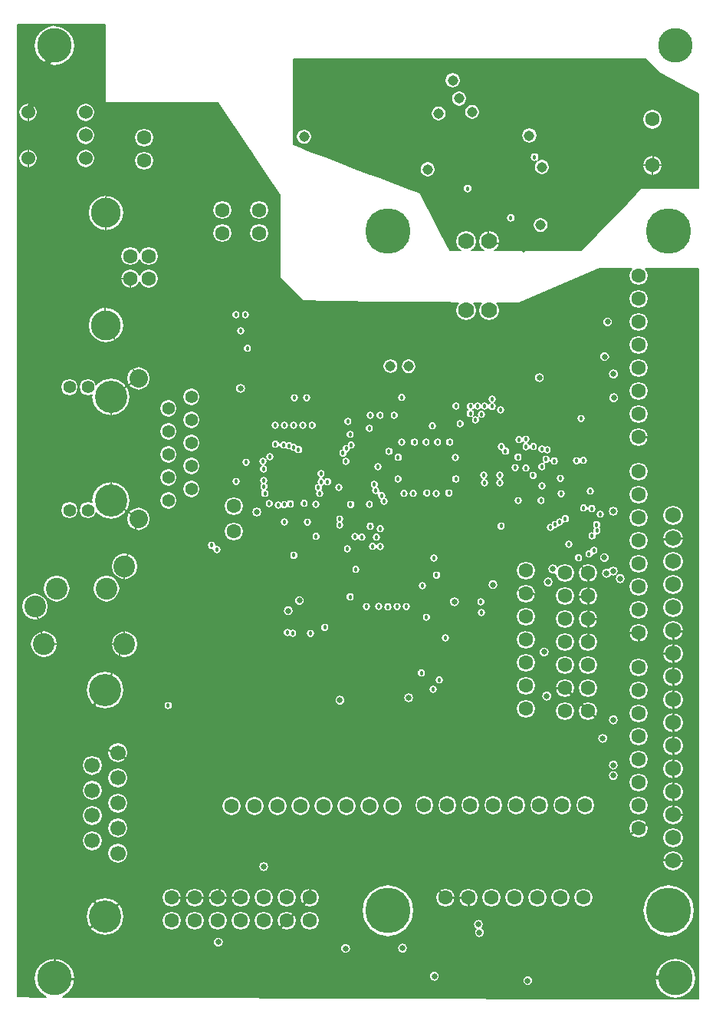
<source format=gbr>
G04 (created by PCBNEW-RS274X (2010-03-14)-final) date Thu 13 Oct 2011 09:10:50 PM EDT*
G01*
G70*
G90*
%MOIN*%
G04 Gerber Fmt 3.4, Leading zero omitted, Abs format*
%FSLAX34Y34*%
G04 APERTURE LIST*
%ADD10C,0.001000*%
%ADD11C,0.150000*%
%ADD12C,0.063000*%
%ADD13C,0.129900*%
%ADD14C,0.060000*%
%ADD15C,0.094500*%
%ADD16C,0.140000*%
%ADD17C,0.066900*%
%ADD18C,0.068900*%
%ADD19C,0.196900*%
%ADD20C,0.080000*%
%ADD21C,0.055000*%
%ADD22C,0.070000*%
%ADD23C,0.018000*%
%ADD24C,0.025000*%
%ADD25C,0.045000*%
%ADD26C,0.008000*%
%ADD27C,0.010000*%
%ADD28C,0.005000*%
%ADD29C,0.015000*%
%ADD30C,0.025000*%
%ADD31C,0.007000*%
G04 APERTURE END LIST*
G54D10*
G54D11*
X18000Y-32000D03*
X-09000Y08500D03*
X18000Y08500D03*
X-09000Y-32000D03*
G54D12*
X-05100Y03500D03*
X-05100Y04500D03*
X-01699Y01364D03*
X-01699Y00364D03*
X-00099Y01364D03*
X-00099Y00364D03*
X11500Y-14300D03*
X11500Y-15300D03*
X11500Y-16300D03*
X11500Y-17300D03*
X11500Y-18300D03*
X11500Y-19300D03*
X11500Y-20300D03*
X14200Y-20400D03*
X13200Y-20400D03*
X14200Y-19400D03*
X13200Y-19400D03*
X14200Y-18400D03*
X13200Y-18400D03*
X14200Y-17400D03*
X13200Y-17400D03*
X14200Y-16400D03*
X13200Y-16400D03*
X14200Y-15400D03*
X13200Y-15400D03*
X14200Y-14400D03*
X13200Y-14400D03*
X16400Y-01500D03*
X16400Y-02500D03*
X16400Y-04500D03*
X16400Y-05500D03*
X16400Y-06500D03*
X16400Y-07500D03*
X16400Y-08500D03*
X16400Y-03500D03*
X16400Y-10000D03*
X16400Y-11000D03*
X16400Y-13000D03*
X16400Y-14000D03*
X16400Y-15000D03*
X16400Y-16000D03*
X16400Y-17000D03*
X16400Y-12000D03*
X16400Y-18500D03*
X16400Y-19500D03*
X16400Y-21500D03*
X16400Y-22500D03*
X16400Y-23500D03*
X16400Y-24500D03*
X16400Y-25500D03*
X16400Y-20500D03*
G54D13*
X-06760Y01241D03*
X-06760Y-03641D03*
G54D12*
X-05693Y-00637D03*
X-04906Y-00637D03*
X-04906Y-01621D03*
X-05693Y-01621D03*
G54D14*
X-07650Y03600D03*
X-07650Y04600D03*
X-07650Y05600D03*
X-10150Y05600D03*
X-10150Y03600D03*
G54D15*
X-09849Y-15859D03*
X-08904Y-15072D03*
X-06739Y-15072D03*
X-05951Y-14107D03*
X-05951Y-17493D03*
X-09455Y-17493D03*
G54D12*
X03690Y-24510D03*
X04690Y-24510D03*
X05690Y-24510D03*
X02690Y-24510D03*
X01690Y-24510D03*
X00690Y-24510D03*
X-00310Y-24510D03*
X-01310Y-24510D03*
X14083Y-24496D03*
X13083Y-24496D03*
X12083Y-24496D03*
X11083Y-24496D03*
X10083Y-24496D03*
X09083Y-24496D03*
X08083Y-24496D03*
X07083Y-24496D03*
G54D16*
X-06800Y-19480D03*
G54D17*
X-06241Y-22206D03*
X-06241Y-23297D03*
X-06241Y-24387D03*
X-06241Y-25478D03*
X-06241Y-26569D03*
X-07359Y-22752D03*
X-07359Y-23842D03*
X-07359Y-24933D03*
X-07359Y-26023D03*
G54D16*
X-06800Y-29319D03*
G54D18*
X17900Y-26898D03*
X17900Y-25898D03*
X17900Y-24898D03*
X17900Y-23898D03*
X17900Y-22898D03*
X17900Y-21898D03*
X17900Y-20898D03*
X17900Y-19898D03*
X17900Y-18898D03*
X17900Y-17898D03*
X17900Y-16898D03*
X17900Y-15898D03*
X17900Y-14898D03*
X17900Y-13898D03*
X17900Y-12898D03*
X17900Y-11898D03*
G54D19*
X17703Y-29063D03*
X05498Y-29063D03*
X05498Y00464D03*
X17703Y00464D03*
G54D12*
X02100Y-28500D03*
X02100Y-29500D03*
X01100Y-28500D03*
X01100Y-29500D03*
X00100Y-28500D03*
X00100Y-29500D03*
X-00900Y-28500D03*
X-00900Y-29500D03*
X-01900Y-28500D03*
X-01900Y-29500D03*
X-02900Y-28500D03*
X-02900Y-29500D03*
X-03900Y-28500D03*
X-03900Y-29500D03*
X08000Y-28500D03*
X09000Y-28500D03*
X10000Y-28500D03*
X11000Y-28500D03*
X12000Y-28500D03*
X13000Y-28500D03*
X14000Y-28500D03*
G54D16*
X-06550Y-06750D03*
X-06550Y-11250D03*
G54D20*
X-05350Y-05950D03*
X-05350Y-12050D03*
G54D21*
X-07550Y-06330D03*
X-08350Y-06330D03*
X-07550Y-11670D03*
X-08350Y-11670D03*
X-03050Y-06750D03*
X-04050Y-07250D03*
X-03050Y-07750D03*
X-04050Y-08250D03*
X-03050Y-08750D03*
X-04050Y-09250D03*
X-03050Y-09750D03*
X-04050Y-10250D03*
X-03050Y-10750D03*
X-04050Y-11250D03*
G54D22*
X08900Y-03000D03*
X09900Y-03000D03*
X09900Y00000D03*
X08900Y00000D03*
G54D12*
X17000Y05300D03*
X17000Y03300D03*
X-01200Y-11500D03*
X-01200Y-12600D03*
G54D23*
X03859Y-08377D03*
X01854Y-11374D03*
X14014Y-11576D03*
X10421Y-12362D03*
X04107Y-14237D03*
X04573Y-15863D03*
X00101Y-10385D03*
X01251Y-11401D03*
X00367Y-09353D03*
X01615Y-09038D03*
X-00662Y-09598D03*
X00601Y-07989D03*
X00998Y-07986D03*
X01395Y-07986D03*
X01799Y-07986D03*
X04969Y-10816D03*
X02539Y-10943D03*
G54D24*
X15297Y-23200D03*
X15603Y-14641D03*
X15320Y-06792D03*
G54D23*
X13784Y-13740D03*
X07999Y-17215D03*
X05901Y-15859D03*
X07503Y-13755D03*
X07177Y-16324D03*
G54D24*
X15309Y-05761D03*
X15301Y-14316D03*
X15305Y-22738D03*
G54D23*
X09563Y-16121D03*
X06302Y-15863D03*
X04731Y-12368D03*
X14739Y-11844D03*
X05160Y-12475D03*
X14368Y-11601D03*
X03857Y-15435D03*
X03740Y-13351D03*
X04997Y-12836D03*
X14574Y-12301D03*
X02754Y-16764D03*
X02132Y-17025D03*
X04067Y-12823D03*
X14459Y-13424D03*
X05169Y-13251D03*
X14383Y-12787D03*
X04833Y-13240D03*
X14589Y-12561D03*
X04367Y-12837D03*
X14244Y-13571D03*
X04693Y-11418D03*
X01353Y-17011D03*
X03883Y-11425D03*
X01119Y-16989D03*
X02476Y-10696D03*
X04910Y-10552D03*
X03757Y-07821D03*
X02595Y-10439D03*
X05231Y-11040D03*
X-02163Y-13200D03*
X00112Y-10638D03*
X03902Y-08837D03*
X00998Y-11428D03*
X02372Y-11420D03*
X03676Y-09546D03*
X00734Y-11447D03*
X03549Y-09199D03*
X00348Y-11383D03*
X00150Y-10936D03*
X03690Y-08994D03*
X12187Y-09020D03*
X09390Y-07153D03*
X09544Y-15652D03*
G54D24*
X14922Y-05004D03*
X14912Y-13729D03*
X15010Y-14409D03*
X14840Y-21580D03*
G54D23*
X05501Y-15868D03*
X11158Y-09369D03*
X09309Y-07757D03*
X05104Y-15854D03*
X07615Y-14498D03*
X06956Y-18737D03*
X09084Y-07468D03*
X11813Y-10162D03*
X11035Y-09829D03*
X09090Y-07165D03*
G54D24*
X12674Y-14225D03*
G54D23*
X05330Y-11278D03*
X-01927Y-13379D03*
X02587Y-10085D03*
X02878Y-10435D03*
G54D24*
X12472Y-14791D03*
G54D23*
X11882Y03663D03*
G54D25*
X11648Y04597D03*
X12139Y00713D03*
X12198Y03226D03*
G54D24*
X-00907Y-06384D03*
G54D25*
X06396Y-05431D03*
X05614Y-05422D03*
G54D23*
X-00698Y-08993D03*
G54D24*
X-00309Y-03381D03*
X-00307Y-03688D03*
X-01492Y-03688D03*
X-01500Y-03378D03*
X-00899Y-02621D03*
X-00903Y-01844D03*
X-00899Y-01015D03*
X-00888Y-00336D03*
G54D23*
X-01097Y-04396D03*
G54D24*
X10098Y-17261D03*
X10691Y-17834D03*
G54D23*
X12597Y-06065D03*
X13198Y-06013D03*
X12035Y-06392D03*
G54D25*
X05501Y-04794D03*
G54D24*
X-02264Y-30549D03*
X05399Y-31016D03*
X04392Y-31013D03*
X06687Y-31888D03*
X11298Y-30397D03*
X10266Y-29399D03*
G54D25*
X-02102Y05592D03*
X-04044Y05582D03*
G54D23*
X07753Y-05296D03*
X09896Y-03927D03*
X09986Y-06120D03*
G54D25*
X06375Y-26692D03*
X14599Y-26688D03*
X-01795Y-26712D03*
G54D24*
X11583Y-31700D03*
X03891Y-29550D03*
G54D23*
X01299Y-09872D03*
X01622Y-10194D03*
X00946Y-10209D03*
X01295Y-10554D03*
X02841Y-09170D03*
X02877Y-08093D03*
X03303Y-06907D03*
X00868Y-06397D03*
G54D24*
X00721Y-15281D03*
X-00491Y-14328D03*
X00897Y-13604D03*
G54D23*
X01830Y-13195D03*
G54D24*
X07489Y-16159D03*
X02550Y-15603D03*
X02389Y-13744D03*
G54D23*
X01504Y-12197D03*
X04362Y-06820D03*
X06097Y-07539D03*
X07355Y-07494D03*
X06967Y-08015D03*
X05091Y-08619D03*
X05519Y-09788D03*
X05498Y-10364D03*
X07196Y-10307D03*
X06576Y-09995D03*
X06570Y-09357D03*
X07196Y-09372D03*
X07827Y-09385D03*
X06570Y-10307D03*
X07837Y-10314D03*
X07821Y-09688D03*
X06877Y-09679D03*
X07199Y-09998D03*
X07199Y-09998D03*
X07514Y-09995D03*
X07199Y-09685D03*
G54D24*
X07693Y-06297D03*
X12269Y-17039D03*
X00843Y-18003D03*
X03555Y-17528D03*
X06178Y-17956D03*
X03597Y-20667D03*
X06841Y-20401D03*
X05992Y-19419D03*
X-01960Y-20492D03*
X-03739Y-20142D03*
X-02240Y-23601D03*
X02888Y-19373D03*
G54D23*
X04189Y-13215D03*
X04687Y-08734D03*
X10404Y-12968D03*
X10336Y-06858D03*
X01397Y-07583D03*
X13821Y-11445D03*
X13054Y-11337D03*
X12159Y-10973D03*
X13008Y-10625D03*
X12173Y-10231D03*
X12971Y-09944D03*
X13862Y-08527D03*
X13359Y-13590D03*
G54D24*
X15030Y-01497D03*
X15305Y-10695D03*
X15296Y-12718D03*
X15305Y-18186D03*
X15324Y-21195D03*
X-00291Y-12766D03*
G54D23*
X00201Y-12175D03*
X-03586Y-18200D03*
X00556Y-07402D03*
X-00049Y-08250D03*
G54D24*
X15301Y-10249D03*
X08897Y-10345D03*
G54D23*
X-00397Y-11222D03*
X-00716Y-10603D03*
G54D24*
X15079Y-04499D03*
X08113Y-19699D03*
X-03995Y-23838D03*
G54D23*
X04031Y-07951D03*
G54D24*
X07765Y-11498D03*
X-00100Y-04527D03*
G54D25*
X08540Y04021D03*
X10989Y06038D03*
X11615Y05592D03*
X08040Y04408D03*
X13699Y00604D03*
G54D23*
X11401Y-00390D03*
X10199Y03801D03*
G54D25*
X02819Y04567D03*
X11600Y01198D03*
G54D23*
X03407Y-12322D03*
X11498Y-09843D03*
X09568Y-07504D03*
X09698Y-10490D03*
X12563Y-12421D03*
X10366Y-10485D03*
X12973Y-12183D03*
X05071Y-09790D03*
X09672Y-10147D03*
X12768Y-12296D03*
X10369Y-10148D03*
X13215Y-12038D03*
X05549Y-09121D03*
X01968Y-06794D03*
X07739Y-19041D03*
X-00903Y-03882D03*
X-01113Y-03187D03*
X-00693Y-03187D03*
X-00609Y-04641D03*
X09711Y-07153D03*
X13702Y-09532D03*
X10428Y-08906D03*
X13997Y-09507D03*
X11821Y-08904D03*
X10031Y-06855D03*
X11509Y-08911D03*
X10033Y-07166D03*
X11503Y-08594D03*
X10395Y-07320D03*
X12727Y-09535D03*
X08643Y-07911D03*
X12420Y-09053D03*
X10616Y-09103D03*
X12376Y-09466D03*
X08454Y-07156D03*
X01186Y-08868D03*
X03407Y-12059D03*
X00062Y-09551D03*
X00611Y-08805D03*
G54D24*
X09481Y-30011D03*
G54D23*
X00958Y-08836D03*
X01408Y-08937D03*
G54D24*
X09431Y-29658D03*
G54D23*
X00090Y-09880D03*
X10847Y01023D03*
X08968Y02296D03*
G54D25*
X07228Y03127D03*
X01853Y04547D03*
X08317Y06990D03*
X09164Y05618D03*
X08596Y06202D03*
X07703Y05556D03*
G54D23*
X06650Y-08717D03*
X07153Y-08719D03*
X07656Y-08723D03*
X08184Y-08724D03*
X06099Y-08720D03*
X08436Y-09385D03*
X05949Y-09371D03*
X07438Y-08009D03*
X-01101Y-10431D03*
X11194Y-08609D03*
X12159Y-11257D03*
X12205Y-10622D03*
X12192Y-09779D03*
X13035Y-10961D03*
X13003Y-10292D03*
X11166Y-11258D03*
X06195Y-10942D03*
X06601Y-10939D03*
X07192Y-10928D03*
X07596Y-10945D03*
X08150Y-10928D03*
X05948Y-10320D03*
X08450Y-10323D03*
X03361Y-10690D03*
X02003Y-12197D03*
X02378Y-12809D03*
G54D24*
X01168Y-16036D03*
X01652Y-15599D03*
G54D23*
X07003Y-14950D03*
G54D24*
X10064Y-14904D03*
X08390Y-15646D03*
X12292Y-17833D03*
X12409Y-19741D03*
G54D23*
X13371Y-13152D03*
X02208Y-07983D03*
X01429Y-06793D03*
G54D24*
X03413Y-19926D03*
X06404Y-19820D03*
G54D23*
X13904Y-07692D03*
X14299Y-10842D03*
X01003Y-12179D03*
X01412Y-13634D03*
X07461Y-19450D03*
X-04051Y-20158D03*
G54D24*
X15053Y-03499D03*
X15300Y-11719D03*
X15306Y-20776D03*
G54D23*
X04688Y-08114D03*
X04727Y-07545D03*
X05154Y-07546D03*
X05774Y-07546D03*
X06098Y-06771D03*
G54D24*
X-00202Y-11752D03*
X00099Y-27145D03*
X07519Y-31907D03*
X11580Y-32104D03*
X12087Y-05914D03*
X-01877Y-30432D03*
X06137Y-30694D03*
X03657Y-30703D03*
G54D26*
X16999Y03258D02*
X17017Y03988D01*
X07753Y-05296D02*
X09896Y-03927D01*
X09896Y-03927D02*
X09986Y-06120D01*
X-05350Y-12050D02*
X-06550Y-11250D01*
X-06550Y-11250D02*
X-06550Y-06750D01*
X-05350Y-05950D02*
X-06550Y-06750D01*
X-05350Y-05950D02*
X-06795Y-03584D01*
X-05350Y-12050D02*
X-05951Y-14107D01*
X-05951Y-17493D02*
X-09455Y-17493D01*
X-09455Y-17493D02*
X-09849Y-15859D01*
X-05951Y-17493D02*
X-06800Y-19480D01*
X-05951Y-14107D02*
X-05951Y-17493D01*
G54D27*
X-09000Y-32000D02*
X-09009Y-30906D01*
X-06800Y-29319D02*
X-08340Y-27197D01*
X-08340Y-27197D02*
X-08384Y-21538D01*
X-08384Y-21538D02*
X-06800Y-19480D01*
X-06241Y-22206D02*
X-08384Y-21538D01*
X-03900Y-28500D02*
X-02900Y-28500D01*
X-02981Y-28500D02*
X-01900Y-28500D01*
X-01900Y-28500D02*
X-00900Y-28500D01*
X06375Y-26692D02*
X08000Y-28500D01*
X08000Y-28500D02*
X09000Y-28500D01*
X-06800Y-29319D02*
X-04245Y-26824D01*
X-04245Y-26824D02*
X-01795Y-26712D01*
X-01849Y-28500D02*
X-01795Y-26712D01*
G54D28*
X07489Y-16159D02*
X10098Y-17261D01*
X10098Y-17261D02*
X10691Y-17834D01*
X07489Y-16159D02*
X05893Y-16155D01*
X05893Y-16155D02*
X03574Y-16001D01*
X02550Y-15603D02*
X03574Y-16001D01*
G54D26*
X02550Y-15603D02*
X02389Y-13744D01*
X02389Y-13744D02*
X01830Y-13195D01*
X01830Y-13195D02*
X00897Y-13604D01*
X00721Y-15281D02*
X00897Y-13604D01*
X-00491Y-14328D02*
X00721Y-15281D01*
X01830Y-13195D02*
X01504Y-12197D01*
X01504Y-12197D02*
X01545Y-10892D01*
X01545Y-10892D02*
X01295Y-10554D01*
X01295Y-10554D02*
X01299Y-09872D01*
X01299Y-09872D02*
X02841Y-09170D01*
X02841Y-09170D02*
X02877Y-08093D01*
X02877Y-08093D02*
X03303Y-06907D01*
X06967Y-08015D02*
X07355Y-07494D01*
X06967Y-08015D02*
X06097Y-07539D01*
X06097Y-07539D02*
X05886Y-07178D01*
X05886Y-07178D02*
X04362Y-06820D01*
X04362Y-06820D02*
X03303Y-06907D01*
X06967Y-08015D02*
X06900Y-09197D01*
X06900Y-09197D02*
X07196Y-09372D01*
X07355Y-07494D02*
X07693Y-06297D01*
X07693Y-06297D02*
X07753Y-05296D01*
X07693Y-06297D02*
X09986Y-06120D01*
X07753Y-05296D02*
X06161Y-04829D01*
X06161Y-04829D02*
X05501Y-04794D01*
X05501Y-04794D02*
X-00100Y-04527D01*
X-00469Y-04314D02*
X-01097Y-04396D01*
X-00469Y-04314D02*
X-00307Y-03688D01*
X-00307Y-03688D02*
X-00309Y-03381D01*
X-00309Y-03381D02*
X-00405Y-02902D01*
X-00405Y-02902D02*
X-00899Y-02621D01*
X-00899Y-02621D02*
X-00903Y-01844D01*
X-00903Y-01844D02*
X-00899Y-01015D01*
X-00899Y-01015D02*
X-00888Y-00336D01*
X-00888Y-00336D02*
X-01131Y03299D01*
X-01131Y03299D02*
X-02102Y05592D01*
X-04044Y05582D02*
X-02102Y05592D01*
X-06795Y-03584D02*
X-06780Y-01579D01*
X-06760Y01182D02*
X-06741Y02714D01*
X-06730Y04379D02*
X-04044Y05582D01*
X-06730Y04379D02*
X-06741Y02714D01*
X-06741Y02714D02*
X-10140Y02709D01*
X-10140Y02709D02*
X-10150Y03600D01*
X-10149Y03525D02*
X-10150Y05600D01*
G54D27*
X-01795Y-26712D02*
X02087Y-26707D01*
X02100Y-28500D02*
X02087Y-26707D01*
X02087Y-26707D02*
X06375Y-26692D01*
X-02264Y-30549D02*
X-04762Y-32071D01*
X-04762Y-32071D02*
X-09000Y-32000D01*
X-09009Y-30906D02*
X-06800Y-29319D01*
X06375Y-26692D02*
X14599Y-26688D01*
X14599Y-26688D02*
X17900Y-26898D01*
X17900Y-26898D02*
X18561Y-26876D01*
X17900Y-24898D02*
X17900Y-23898D01*
X17900Y-23974D02*
X17900Y-22898D01*
X17900Y-22898D02*
X17900Y-21898D01*
X17900Y-21898D02*
X17900Y-20898D01*
X17900Y-20994D02*
X17900Y-19898D01*
X17900Y-19898D02*
X17900Y-18898D01*
X17900Y-18898D02*
X17900Y-17898D01*
X17900Y-17898D02*
X17900Y-16898D01*
X17900Y-16898D02*
X18569Y-16901D01*
X18569Y-16901D02*
X18546Y-12887D01*
X18546Y-12887D02*
X17899Y-12898D01*
X17899Y-12898D02*
X17231Y-12910D01*
X17900Y-24898D02*
X18546Y-24885D01*
X18546Y-24885D02*
X18561Y-26876D01*
X17900Y-17898D02*
X16379Y-17881D01*
X16379Y-17881D02*
X16400Y-17000D01*
X16400Y-17000D02*
X15127Y-16955D01*
X15127Y-16955D02*
X15119Y-16395D01*
X15119Y-16395D02*
X14200Y-16400D01*
X14200Y-16400D02*
X14200Y-15400D01*
X14200Y-15400D02*
X14200Y-14400D01*
X14200Y-16400D02*
X14200Y-17400D01*
X13200Y-19400D02*
X14200Y-20400D01*
X13200Y-19400D02*
X12193Y-19367D01*
X12193Y-19367D02*
X12162Y-18846D01*
X12162Y-18846D02*
X11221Y-18830D01*
X11221Y-18830D02*
X10614Y-18511D01*
X10614Y-18511D02*
X10691Y-17834D01*
X10098Y-17261D02*
X10784Y-16838D01*
X10784Y-16838D02*
X12165Y-16877D01*
X12165Y-16877D02*
X12269Y-17039D01*
X12165Y-16877D02*
X12184Y-15308D01*
X12184Y-15308D02*
X11500Y-15300D01*
X12269Y-17039D02*
X13027Y-16916D01*
X13027Y-16916D02*
X13682Y-16916D01*
X13682Y-16916D02*
X13682Y-15444D01*
X13682Y-15444D02*
X14200Y-15400D01*
X17231Y-12910D02*
X17228Y-08460D01*
X17228Y-08460D02*
X16400Y-08500D01*
X14599Y-26688D02*
X16400Y-25500D01*
X16400Y-25500D02*
X17177Y-25095D01*
G54D28*
X03574Y-16001D02*
X03555Y-17528D01*
X00843Y-18003D02*
X03555Y-17528D01*
X03555Y-17528D02*
X06178Y-17956D01*
X06178Y-17956D02*
X05992Y-19419D01*
X05992Y-19419D02*
X06202Y-20357D01*
X06202Y-20357D02*
X06841Y-20401D01*
X05992Y-19419D02*
X03597Y-20667D01*
G54D27*
X-02240Y-23601D02*
X-01960Y-20492D01*
X-01960Y-20492D02*
X-03739Y-20142D01*
X-01960Y-20492D02*
X00843Y-18003D01*
X00843Y-18003D02*
X02888Y-19373D01*
X02888Y-19373D02*
X03009Y-20014D01*
X03009Y-20014D02*
X03597Y-20667D01*
G54D26*
X-06780Y-01579D02*
X-06760Y01241D01*
X-05693Y-01621D02*
X-06780Y-01579D01*
X-05693Y-01621D02*
X-05705Y-02381D01*
X02389Y-13744D02*
X03607Y-13105D01*
X03607Y-13105D02*
X04189Y-13215D01*
X03607Y-13105D02*
X04125Y-11965D01*
X04125Y-11965D02*
X05383Y-11835D01*
X05383Y-11835D02*
X05622Y-11524D01*
X05622Y-11524D02*
X05681Y-10941D01*
X05681Y-10941D02*
X05498Y-10364D01*
X05498Y-10364D02*
X05519Y-09788D01*
X05519Y-09788D02*
X06576Y-09995D01*
X06576Y-09995D02*
X06877Y-09679D01*
X06877Y-09679D02*
X07196Y-09372D01*
G54D28*
X10404Y-12968D02*
X10702Y-14913D01*
X10702Y-14913D02*
X11500Y-15300D01*
G54D26*
X09986Y-06120D02*
X10336Y-06858D01*
X01397Y-07583D02*
X02314Y-07770D01*
X02314Y-07770D02*
X02877Y-08093D01*
X10336Y-06858D02*
X12035Y-06392D01*
X00868Y-06397D02*
X01397Y-07583D01*
G54D28*
X13821Y-11445D02*
X10404Y-12968D01*
X13821Y-11445D02*
X13054Y-11337D01*
X13054Y-11337D02*
X12159Y-10973D01*
X12159Y-10973D02*
X13008Y-10625D01*
X13008Y-10625D02*
X12173Y-10231D01*
X12173Y-10231D02*
X12971Y-09944D01*
X12971Y-09944D02*
X13862Y-08527D01*
X13359Y-13590D02*
X14200Y-14400D01*
G54D26*
X12035Y-06392D02*
X12597Y-06065D01*
X12597Y-06065D02*
X15030Y-01497D01*
G54D28*
X13821Y-11445D02*
X15305Y-10695D01*
X15305Y-10695D02*
X15030Y-11655D01*
X15030Y-11655D02*
X15055Y-12477D01*
X15055Y-12477D02*
X15296Y-12718D01*
G54D27*
X16379Y-17881D02*
X15305Y-18186D01*
X14200Y-20400D02*
X15009Y-21060D01*
X15009Y-21060D02*
X15324Y-21195D01*
X-02264Y-30549D02*
X-01687Y-30781D01*
X-01687Y-30781D02*
X-00100Y-30700D01*
X-00100Y-30700D02*
X01100Y-29500D01*
X01100Y-29500D02*
X02100Y-28500D01*
X04392Y-31013D02*
X04266Y-29796D01*
X04266Y-29796D02*
X03891Y-29550D01*
X04392Y-31013D02*
X05399Y-31016D01*
X05399Y-31016D02*
X06283Y-30199D01*
X06283Y-30199D02*
X09017Y-29538D01*
X09017Y-29538D02*
X09000Y-28500D01*
X09017Y-29538D02*
X09589Y-29303D01*
X09589Y-29303D02*
X10266Y-29399D01*
X10266Y-29399D02*
X11298Y-30397D01*
X11298Y-30397D02*
X11583Y-31700D01*
G54D26*
X00897Y-13604D02*
X-00291Y-12766D01*
X-00291Y-12766D02*
X00201Y-12175D01*
G54D27*
X-03739Y-20142D02*
X-03586Y-18200D01*
G54D26*
X-00049Y-08250D02*
X00556Y-07402D01*
X00556Y-07402D02*
X01397Y-07583D01*
X-01097Y-04396D02*
X-00650Y-05592D01*
X-00650Y-05592D02*
X00868Y-06397D01*
G54D28*
X15305Y-10695D02*
X15301Y-10249D01*
G54D26*
X06877Y-09679D02*
X07199Y-09998D01*
X07199Y-09998D02*
X07514Y-09995D01*
X07514Y-09995D02*
X08750Y-10054D01*
X08750Y-10054D02*
X08897Y-10345D01*
X04687Y-08734D02*
X05519Y-09788D01*
X-00397Y-11222D02*
X00035Y-11616D01*
X00035Y-11616D02*
X00200Y-11997D01*
X00200Y-11997D02*
X00201Y-12175D01*
X-00397Y-11222D02*
X-00716Y-10603D01*
X04687Y-08734D02*
X05091Y-08619D01*
X08113Y-19699D02*
X06841Y-20401D01*
G54D29*
X11583Y-31700D02*
X18000Y-32000D01*
G54D27*
X05399Y-31016D02*
X06687Y-31888D01*
X-03995Y-23838D02*
X-02240Y-23601D01*
X-03995Y-23838D02*
X-06241Y-22206D01*
G54D26*
X02877Y-08093D02*
X03699Y-08070D01*
X03699Y-08070D02*
X04031Y-07951D01*
X05622Y-11524D02*
X07765Y-11498D01*
X12597Y-06065D02*
X13198Y-06013D01*
X13198Y-06013D02*
X15079Y-04499D01*
X-00698Y-08993D02*
X-00049Y-08250D01*
X-00100Y-04527D02*
X-00469Y-04314D01*
G54D30*
X-10150Y05600D02*
X-09000Y08500D01*
G54D26*
X11600Y01198D02*
X11401Y-00390D01*
X11401Y-00390D02*
X13699Y00604D01*
X11600Y01198D02*
X10199Y03801D01*
X09900Y00000D02*
X11401Y-00390D01*
X10199Y03801D02*
X08540Y04021D01*
X08040Y04408D02*
X08540Y04021D01*
X10199Y03801D02*
X11615Y05592D01*
X11615Y05592D02*
X10989Y06038D01*
X16265Y03304D02*
X17000Y03300D01*
X17000Y03300D02*
X16986Y02565D01*
X17000Y03300D02*
X17674Y03308D01*
X09900Y00000D02*
X09883Y00578D01*
X03119Y04567D02*
X08040Y04408D01*
X03119Y04567D02*
X02819Y04567D01*
X13699Y00604D02*
X16265Y03304D01*
G54D10*
G36*
X17767Y-09524D02*
X19000Y-07297D01*
X19000Y-09524D01*
X17767Y-09524D01*
X17767Y-09524D01*
G37*
G54D28*
X17767Y-09524D02*
X19000Y-07297D01*
X19000Y-09524D01*
X17767Y-09524D01*
G54D10*
G36*
X17767Y-05071D02*
X19000Y-02845D01*
X19000Y-05071D01*
X17767Y-05071D01*
X17767Y-05071D01*
G37*
G54D28*
X17767Y-05071D02*
X19000Y-02845D01*
X19000Y-05071D01*
X17767Y-05071D01*
G54D10*
G36*
X17767Y-02845D02*
X19000Y-01200D01*
X19000Y-02845D01*
X17767Y-02845D01*
X17767Y-02845D01*
G37*
G54D28*
X17767Y-02845D02*
X19000Y-01200D01*
X19000Y-02845D01*
X17767Y-02845D01*
G54D10*
G36*
X18842Y-29063D02*
X18755Y-28627D01*
X19000Y-29120D01*
X18842Y-29063D01*
X18842Y-29063D01*
G37*
G54D28*
X18842Y-29063D02*
X18755Y-28627D01*
X19000Y-29120D01*
X18842Y-29063D01*
G54D10*
G36*
X15300Y-27334D02*
X17475Y-27074D01*
X16898Y-28258D01*
X15300Y-27334D01*
X15300Y-27334D01*
G37*
G54D28*
X15300Y-27334D02*
X17475Y-27074D01*
X16898Y-28258D01*
X15300Y-27334D01*
G54D10*
G36*
X19000Y-18200D02*
X19000Y-18618D01*
X18225Y-18573D01*
X19000Y-18200D01*
X19000Y-18200D01*
G37*
G54D28*
X19000Y-18200D02*
X19000Y-18618D01*
X18225Y-18573D01*
X19000Y-18200D01*
G54D10*
G36*
X17767Y-07297D02*
X19000Y-07297D01*
X17767Y-09524D01*
X17767Y-07297D01*
X17767Y-07297D01*
G37*
G54D28*
X17767Y-07297D02*
X19000Y-07297D01*
X17767Y-09524D01*
X17767Y-07297D01*
G54D10*
G36*
X19000Y-05071D02*
X19000Y-06184D01*
X17767Y-05071D01*
X19000Y-05071D01*
X19000Y-05071D01*
G37*
G54D28*
X19000Y-05071D02*
X19000Y-06184D01*
X17767Y-05071D01*
X19000Y-05071D01*
G54D10*
G36*
X17767Y-02845D02*
X19000Y-02845D01*
X17767Y-05071D01*
X17767Y-02845D01*
X17767Y-02845D01*
G37*
G54D28*
X17767Y-02845D02*
X19000Y-02845D01*
X17767Y-05071D01*
X17767Y-02845D01*
G54D10*
G36*
X12833Y-31787D02*
X12833Y-29561D01*
X15300Y-29561D01*
X12833Y-31787D01*
X12833Y-31787D01*
G37*
G54D28*
X12833Y-31787D02*
X12833Y-29561D01*
X15300Y-29561D01*
X12833Y-31787D01*
G54D10*
G36*
X15300Y-29561D02*
X15300Y-31787D01*
X12833Y-31787D01*
X15300Y-29561D01*
X15300Y-29561D01*
G37*
G54D28*
X15300Y-29561D02*
X15300Y-31787D01*
X12833Y-31787D01*
X15300Y-29561D01*
G54D10*
G36*
X12303Y-28803D02*
X12697Y-28803D01*
X12833Y-29561D01*
X12303Y-28803D01*
X12303Y-28803D01*
G37*
G54D28*
X12303Y-28803D02*
X12697Y-28803D01*
X12833Y-29561D01*
X12303Y-28803D01*
G54D10*
G36*
X12833Y-27334D02*
X14083Y-24925D01*
X15300Y-27334D01*
X12833Y-27334D01*
X12833Y-27334D01*
G37*
G54D28*
X12833Y-27334D02*
X14083Y-24925D01*
X15300Y-27334D01*
X12833Y-27334D01*
G54D10*
G36*
X12833Y-29561D02*
X11580Y-31877D01*
X10367Y-29561D01*
X12833Y-29561D01*
X12833Y-29561D01*
G37*
G54D28*
X12833Y-29561D02*
X11580Y-31877D01*
X10367Y-29561D01*
X12833Y-29561D01*
G54D10*
G36*
X10367Y-29561D02*
X09641Y-29571D01*
X10000Y-28929D01*
X10367Y-29561D01*
X10367Y-29561D01*
G37*
G54D28*
X10367Y-29561D02*
X09641Y-29571D01*
X10000Y-28929D01*
X10367Y-29561D01*
G54D10*
G36*
X11104Y-14464D02*
X11197Y-14603D01*
X10292Y-14904D01*
X11104Y-14464D01*
X11104Y-14464D01*
G37*
G54D28*
X11104Y-14464D02*
X11197Y-14603D01*
X10292Y-14904D01*
X11104Y-14464D01*
G54D10*
G36*
X12833Y-13976D02*
X12897Y-14097D01*
X12835Y-14064D01*
X12833Y-13976D01*
X12833Y-13976D01*
G37*
G54D28*
X12833Y-13976D02*
X12897Y-14097D01*
X12835Y-14064D01*
X12833Y-13976D01*
G54D10*
G36*
X10367Y-05071D02*
X10230Y-03330D01*
X11200Y-02700D01*
X10367Y-05071D01*
X10367Y-05071D01*
G37*
G54D28*
X10367Y-05071D02*
X10230Y-03330D01*
X11200Y-02700D01*
X10367Y-05071D01*
G54D10*
G36*
X10367Y-18429D02*
X10367Y-20655D01*
X07915Y-19114D01*
X10367Y-18429D01*
X10367Y-18429D01*
G37*
G54D28*
X10367Y-18429D02*
X10367Y-20655D01*
X07915Y-19114D01*
X10367Y-18429D01*
G54D10*
G36*
X10367Y-31787D02*
X09170Y-32867D01*
X07900Y-31787D01*
X10367Y-31787D01*
X10367Y-31787D01*
G37*
G54D28*
X10367Y-31787D02*
X09170Y-32867D01*
X07900Y-31787D01*
X10367Y-31787D01*
G54D10*
G36*
X10367Y-27334D02*
X11919Y-24892D01*
X12833Y-27334D01*
X10367Y-27334D01*
X10367Y-27334D01*
G37*
G54D28*
X10367Y-27334D02*
X11919Y-24892D01*
X12833Y-27334D01*
X10367Y-27334D01*
G54D10*
G36*
X09270Y-29819D02*
X09319Y-29852D01*
X09271Y-29924D01*
X09270Y-29819D01*
X09270Y-29819D01*
G37*
G54D28*
X09270Y-29819D02*
X09319Y-29852D01*
X09271Y-29924D01*
X09270Y-29819D01*
G54D10*
G36*
X10367Y-22882D02*
X11500Y-20729D01*
X12833Y-22882D01*
X10367Y-22882D01*
X10367Y-22882D01*
G37*
G54D28*
X10367Y-22882D02*
X11500Y-20729D01*
X12833Y-22882D01*
X10367Y-22882D01*
G54D10*
G36*
X07900Y-22882D02*
X07900Y-20655D01*
X10367Y-20655D01*
X07900Y-22882D01*
X07900Y-22882D01*
G37*
G54D28*
X07900Y-22882D02*
X07900Y-20655D01*
X10367Y-20655D01*
X07900Y-22882D01*
G54D10*
G36*
X07929Y-19041D02*
X07915Y-18968D01*
X10367Y-18429D01*
X07929Y-19041D01*
X07929Y-19041D01*
G37*
G54D28*
X07929Y-19041D02*
X07915Y-18968D01*
X10367Y-18429D01*
X07929Y-19041D01*
G54D10*
G36*
X10367Y-05071D02*
X11200Y-02700D01*
X12833Y-05071D01*
X10367Y-05071D01*
X10367Y-05071D01*
G37*
G54D28*
X10367Y-05071D02*
X11200Y-02700D01*
X12833Y-05071D01*
X10367Y-05071D01*
G54D10*
G36*
X05433Y-22882D02*
X05433Y-20655D01*
X07900Y-20655D01*
X05433Y-22882D01*
X05433Y-22882D01*
G37*
G54D28*
X05433Y-22882D02*
X05433Y-20655D01*
X07900Y-20655D01*
X05433Y-22882D01*
G54D10*
G36*
X10367Y-31787D02*
X10367Y-32871D01*
X09170Y-32867D01*
X10367Y-31787D01*
X10367Y-31787D01*
G37*
G54D28*
X10367Y-31787D02*
X10367Y-32871D01*
X09170Y-32867D01*
X10367Y-31787D01*
G54D10*
G36*
X06637Y-29063D02*
X07697Y-28803D01*
X07900Y-29561D01*
X06637Y-29063D01*
X06637Y-29063D01*
G37*
G54D28*
X06637Y-29063D02*
X07697Y-28803D01*
X07900Y-29561D01*
X06637Y-29063D01*
G54D10*
G36*
X07900Y-27334D02*
X09083Y-24925D01*
X10367Y-27334D01*
X07900Y-27334D01*
X07900Y-27334D01*
G37*
G54D28*
X07900Y-27334D02*
X09083Y-24925D01*
X10367Y-27334D01*
X07900Y-27334D01*
G54D10*
G36*
X10367Y-20655D02*
X10367Y-22882D01*
X07900Y-22882D01*
X10367Y-20655D01*
X10367Y-20655D01*
G37*
G54D28*
X10367Y-20655D02*
X10367Y-22882D01*
X07900Y-22882D01*
X10367Y-20655D01*
G54D10*
G36*
X07900Y-20655D02*
X07915Y-19114D01*
X10367Y-20655D01*
X07900Y-20655D01*
X07900Y-20655D01*
G37*
G54D28*
X07900Y-20655D02*
X07915Y-19114D01*
X10367Y-20655D01*
X07900Y-20655D01*
G54D10*
G36*
X05433Y-02845D02*
X05659Y-02641D01*
X06396Y-05098D01*
X05433Y-02845D01*
X05433Y-02845D01*
G37*
G54D28*
X05433Y-02845D02*
X05659Y-02641D01*
X06396Y-05098D01*
X05433Y-02845D01*
G54D10*
G36*
X05433Y-27334D02*
X06919Y-24892D01*
X07900Y-27334D01*
X05433Y-27334D01*
X05433Y-27334D01*
G37*
G54D28*
X05433Y-27334D02*
X06919Y-24892D01*
X07900Y-27334D01*
X05433Y-27334D01*
G54D10*
G36*
X06086Y-24346D02*
X06687Y-24332D01*
X06654Y-24496D01*
X06086Y-24346D01*
X06086Y-24346D01*
G37*
G54D28*
X06086Y-24346D02*
X06687Y-24332D01*
X06654Y-24496D01*
X06086Y-24346D01*
G54D10*
G36*
X07900Y-20655D02*
X07900Y-22882D01*
X05433Y-22882D01*
X07900Y-20655D01*
X07900Y-20655D01*
G37*
G54D28*
X07900Y-20655D02*
X07900Y-22882D01*
X05433Y-22882D01*
X07900Y-20655D01*
G54D10*
G36*
X05433Y-16203D02*
X05901Y-16049D01*
X05433Y-18429D01*
X05433Y-16203D01*
X05433Y-16203D01*
G37*
G54D28*
X05433Y-16203D02*
X05901Y-16049D01*
X05433Y-18429D01*
X05433Y-16203D01*
G54D10*
G36*
X05433Y-22882D02*
X04526Y-24114D01*
X02967Y-22882D01*
X05433Y-22882D01*
X05433Y-22882D01*
G37*
G54D28*
X05433Y-22882D02*
X04526Y-24114D01*
X02967Y-22882D01*
X05433Y-22882D01*
G54D10*
G36*
X03231Y-12132D02*
X03270Y-12191D01*
X03231Y-12249D01*
X03231Y-12132D01*
X03231Y-12132D01*
G37*
G54D28*
X03231Y-12132D02*
X03270Y-12191D01*
X03231Y-12249D01*
X03231Y-12132D01*
G54D10*
G36*
X06233Y-06906D02*
X06274Y-06844D01*
X07303Y-07874D01*
X06233Y-06906D01*
X06233Y-06906D01*
G37*
G54D28*
X06233Y-06906D02*
X06274Y-06844D01*
X07303Y-07874D01*
X06233Y-06906D01*
G54D10*
G36*
X03217Y-12322D02*
X03231Y-12395D01*
X02513Y-12674D01*
X03217Y-12322D01*
X03217Y-12322D01*
G37*
G54D28*
X03217Y-12322D02*
X03231Y-12395D01*
X02513Y-12674D01*
X03217Y-12322D01*
G54D10*
G36*
X02967Y-05071D02*
X02967Y-02845D01*
X05433Y-02845D01*
X02967Y-05071D01*
X02967Y-05071D01*
G37*
G54D28*
X02967Y-05071D02*
X02967Y-02845D01*
X05433Y-02845D01*
X02967Y-05071D01*
G54D10*
G36*
X02967Y-27334D02*
X04526Y-24906D01*
X05433Y-27334D01*
X02967Y-27334D01*
X02967Y-27334D01*
G37*
G54D28*
X02967Y-27334D02*
X04526Y-24906D01*
X05433Y-27334D01*
X02967Y-27334D01*
G54D10*
G36*
X04086Y-24346D02*
X04294Y-24346D01*
X04261Y-24510D01*
X04086Y-24346D01*
X04086Y-24346D01*
G37*
G54D28*
X04086Y-24346D02*
X04294Y-24346D01*
X04261Y-24510D01*
X04086Y-24346D01*
G54D10*
G36*
X02967Y-22882D02*
X02967Y-20655D01*
X05433Y-20655D01*
X02967Y-22882D01*
X02967Y-22882D01*
G37*
G54D28*
X02967Y-22882D02*
X02967Y-20655D01*
X05433Y-20655D01*
X02967Y-22882D01*
G54D10*
G36*
X02967Y-22882D02*
X01690Y-24081D01*
X00500Y-22882D01*
X02967Y-22882D01*
X02967Y-22882D01*
G37*
G54D28*
X02967Y-22882D02*
X01690Y-24081D01*
X00500Y-22882D01*
X02967Y-22882D01*
G54D10*
G36*
X00500Y-20655D02*
X00500Y-18429D01*
X03203Y-19839D01*
X00500Y-20655D01*
X00500Y-20655D01*
G37*
G54D28*
X00500Y-20655D02*
X00500Y-18429D01*
X03203Y-19839D01*
X00500Y-20655D01*
G54D10*
G36*
X01378Y-15949D02*
X01565Y-15809D01*
X01396Y-16036D01*
X01378Y-15949D01*
X01378Y-15949D01*
G37*
G54D28*
X01378Y-15949D02*
X01565Y-15809D01*
X01396Y-16036D01*
X01378Y-15949D01*
G54D10*
G36*
X05433Y-02845D02*
X05433Y-05071D01*
X02967Y-05071D01*
X05433Y-02845D01*
X05433Y-02845D01*
G37*
G54D28*
X05433Y-02845D02*
X05433Y-05071D01*
X02967Y-05071D01*
X05433Y-02845D01*
G54D10*
G36*
X02967Y-02612D02*
X05433Y-02639D01*
X02967Y-02845D01*
X02967Y-02612D01*
X02967Y-02612D01*
G37*
G54D28*
X02967Y-02612D02*
X05433Y-02639D01*
X02967Y-02845D01*
X02967Y-02612D01*
G54D10*
G36*
X00500Y-02845D02*
X01800Y-02600D01*
X00500Y-05071D01*
X00500Y-02845D01*
X00500Y-02845D01*
G37*
G54D28*
X00500Y-02845D02*
X01800Y-02600D01*
X00500Y-05071D01*
X00500Y-02845D01*
G54D10*
G36*
X02529Y-28500D02*
X02496Y-28336D01*
X04446Y-28627D01*
X02529Y-28500D01*
X02529Y-28500D01*
G37*
G54D28*
X02529Y-28500D02*
X02496Y-28336D01*
X04446Y-28627D01*
X02529Y-28500D01*
G54D10*
G36*
X00500Y-27334D02*
X01690Y-24939D01*
X02967Y-27334D01*
X00500Y-27334D01*
X00500Y-27334D01*
G37*
G54D28*
X00500Y-27334D02*
X01690Y-24939D01*
X02967Y-27334D01*
X00500Y-27334D01*
G54D10*
G36*
X00500Y-22882D02*
X00500Y-20655D01*
X02967Y-20655D01*
X00500Y-22882D01*
X00500Y-22882D01*
G37*
G54D28*
X00500Y-22882D02*
X00500Y-20655D01*
X02967Y-20655D01*
X00500Y-22882D01*
G54D10*
G36*
X02930Y-16691D02*
X04438Y-15998D01*
X02944Y-16764D01*
X02930Y-16691D01*
X02930Y-16691D01*
G37*
G54D28*
X02930Y-16691D02*
X04438Y-15998D01*
X02944Y-16764D01*
X02930Y-16691D01*
G54D10*
G36*
X00500Y-20655D02*
X00500Y-22882D01*
X-01967Y-22882D01*
X00500Y-20655D01*
X00500Y-20655D01*
G37*
G54D28*
X00500Y-20655D02*
X00500Y-22882D01*
X-01967Y-22882D01*
X00500Y-20655D01*
G54D10*
G36*
X00500Y-18429D02*
X00500Y-20655D01*
X-01967Y-20655D01*
X00500Y-18429D01*
X00500Y-18429D01*
G37*
G54D28*
X00500Y-18429D02*
X00500Y-20655D01*
X-01967Y-20655D01*
X00500Y-18429D01*
G54D10*
G36*
X00500Y-16203D02*
X00500Y-18429D01*
X-01967Y-18429D01*
X00500Y-16203D01*
X00500Y-16203D01*
G37*
G54D28*
X00500Y-16203D02*
X00500Y-18429D01*
X-01967Y-18429D01*
X00500Y-16203D01*
G54D10*
G36*
X00500Y-13976D02*
X00500Y-16203D01*
X-01967Y-16203D01*
X00500Y-13976D01*
X00500Y-13976D01*
G37*
G54D28*
X00500Y-13976D02*
X00500Y-16203D01*
X-01967Y-16203D01*
X00500Y-13976D01*
G54D10*
G36*
X00500Y-09524D02*
X00440Y-09529D01*
X00502Y-09488D01*
X00500Y-09524D01*
X00500Y-09524D01*
G37*
G54D28*
X00500Y-09524D02*
X00440Y-09529D01*
X00502Y-09488D01*
X00500Y-09524D01*
G54D10*
G36*
X00500Y-05071D02*
X01800Y-02600D01*
X02967Y-05071D01*
X00500Y-05071D01*
X00500Y-05071D01*
G37*
G54D28*
X00500Y-05071D02*
X01800Y-02600D01*
X02967Y-05071D01*
X00500Y-05071D01*
G54D10*
G36*
X02967Y-07297D02*
X03567Y-07821D01*
X02398Y-07983D01*
X02967Y-07297D01*
X02967Y-07297D01*
G37*
G54D28*
X02967Y-07297D02*
X03567Y-07821D01*
X02398Y-07983D01*
X02967Y-07297D01*
G54D10*
G36*
X00500Y-02845D02*
X00800Y-01600D01*
X01800Y-02600D01*
X00500Y-02845D01*
X00500Y-02845D01*
G37*
G54D28*
X00500Y-02845D02*
X00800Y-01600D01*
X01800Y-02600D01*
X00500Y-02845D01*
G54D10*
G36*
X00800Y-00618D02*
X00297Y00200D01*
X00800Y00586D01*
X00800Y-00618D01*
X00800Y-00618D01*
G37*
G54D28*
X00800Y-00618D02*
X00297Y00200D01*
X00800Y00586D01*
X00800Y-00618D01*
G54D10*
G36*
X00500Y01608D02*
X00800Y02000D01*
X00800Y01608D01*
X00500Y01608D01*
X00500Y01608D01*
G37*
G54D28*
X00500Y01608D02*
X00800Y02000D01*
X00800Y01608D01*
X00500Y01608D01*
G54D10*
G36*
X00500Y-00618D02*
X-00693Y-02997D01*
X-01967Y-00618D01*
X00500Y-00618D01*
X00500Y-00618D01*
G37*
G54D28*
X00500Y-00618D02*
X-00693Y-02997D01*
X-01967Y-00618D01*
X00500Y-00618D01*
G54D10*
G36*
X-04433Y03834D02*
X-04671Y04500D01*
X-01967Y03834D01*
X-04433Y03834D01*
X-04433Y03834D01*
G37*
G54D28*
X-04433Y03834D02*
X-04671Y04500D01*
X-01967Y03834D01*
X-04433Y03834D01*
G54D10*
G36*
X-04433Y-32821D02*
X-04433Y-31787D01*
X-03117Y-32825D01*
X-04433Y-32821D01*
X-04433Y-32821D01*
G37*
G54D28*
X-04433Y-32821D02*
X-04433Y-31787D01*
X-03117Y-32825D01*
X-04433Y-32821D01*
G54D10*
G36*
X-01967Y-22882D02*
X-01967Y-20655D01*
X00500Y-20655D01*
X-01967Y-22882D01*
X-01967Y-22882D01*
G37*
G54D28*
X-01967Y-22882D02*
X-01967Y-20655D01*
X00500Y-20655D01*
X-01967Y-22882D01*
G54D10*
G36*
X-01967Y-20655D02*
X-01967Y-18429D01*
X00500Y-18429D01*
X-01967Y-20655D01*
X-01967Y-20655D01*
G37*
G54D28*
X-01967Y-20655D02*
X-01967Y-18429D01*
X00500Y-18429D01*
X-01967Y-20655D01*
G54D10*
G36*
X-04433Y-25108D02*
X-04433Y-22882D01*
X-01706Y-24346D01*
X-04433Y-25108D01*
X-04433Y-25108D01*
G37*
G54D28*
X-04433Y-25108D02*
X-04433Y-22882D01*
X-01706Y-24346D01*
X-04433Y-25108D01*
G54D10*
G36*
X-01967Y-18429D02*
X-01967Y-16203D01*
X00500Y-16203D01*
X-01967Y-18429D01*
X-01967Y-18429D01*
G37*
G54D28*
X-01967Y-18429D02*
X-01967Y-16203D01*
X00500Y-16203D01*
X-01967Y-18429D01*
G54D10*
G36*
X-04433Y-22882D02*
X-03978Y-20334D01*
X-01967Y-22882D01*
X-04433Y-22882D01*
X-04433Y-22882D01*
G37*
G54D28*
X-04433Y-22882D02*
X-03978Y-20334D01*
X-01967Y-22882D01*
X-04433Y-22882D01*
G54D10*
G36*
X-01967Y-16203D02*
X-01967Y-13976D01*
X00500Y-13976D01*
X-01967Y-16203D01*
X-01967Y-16203D01*
G37*
G54D28*
X-01967Y-16203D02*
X-01967Y-13976D01*
X00500Y-13976D01*
X-01967Y-16203D01*
G54D10*
G36*
X-04433Y-16203D02*
X-04433Y-13976D01*
X-01967Y-13976D01*
X-04433Y-16203D01*
X-04433Y-16203D01*
G37*
G54D28*
X-04433Y-16203D02*
X-04433Y-13976D01*
X-01967Y-13976D01*
X-04433Y-16203D01*
G54D10*
G36*
X-00680Y-06384D02*
X-00697Y-06297D01*
X01253Y-06720D01*
X-00680Y-06384D01*
X-00680Y-06384D01*
G37*
G54D28*
X-00680Y-06384D02*
X-00697Y-06297D01*
X01253Y-06720D01*
X-00680Y-06384D01*
G54D10*
G36*
X00800Y-01600D02*
X-00693Y-02997D01*
X00500Y-00618D01*
X00800Y-01600D01*
X00800Y-01600D01*
G37*
G54D28*
X00800Y-01600D02*
X-00693Y-02997D01*
X00500Y-00618D01*
X00800Y-01600D01*
G54D10*
G36*
X-01967Y-00618D02*
X-01967Y-02845D01*
X-04477Y-01621D01*
X-01967Y-00618D01*
X-01967Y-00618D01*
G37*
G54D28*
X-01967Y-00618D02*
X-01967Y-02845D01*
X-04477Y-01621D01*
X-01967Y-00618D01*
G54D10*
G36*
X-01967Y-02845D02*
X-01967Y-05071D01*
X-04433Y-05071D01*
X-01967Y-02845D01*
X-01967Y-02845D01*
G37*
G54D28*
X-01967Y-02845D02*
X-01967Y-05071D01*
X-04433Y-05071D01*
X-01967Y-02845D01*
G54D10*
G36*
X-04433Y-02845D02*
X-04510Y-01785D01*
X-01967Y-02845D01*
X-04433Y-02845D01*
X-04433Y-02845D01*
G37*
G54D28*
X-04433Y-02845D02*
X-04510Y-01785D01*
X-01967Y-02845D01*
X-04433Y-02845D01*
G54D10*
G36*
X-01967Y03834D02*
X-01900Y06000D01*
X-00438Y03834D01*
X-01967Y03834D01*
X-01967Y03834D01*
G37*
G54D28*
X-01967Y03834D02*
X-01900Y06000D01*
X-00438Y03834D01*
X-01967Y03834D01*
G54D10*
G36*
X-04704Y03336D02*
X-02002Y01667D01*
X-04433Y01608D01*
X-04704Y03336D01*
X-04704Y03336D01*
G37*
G54D28*
X-04704Y03336D02*
X-02002Y01667D01*
X-04433Y01608D01*
X-04704Y03336D01*
G54D10*
G36*
X-04671Y04500D02*
X-04704Y04664D01*
X-01967Y03834D01*
X-04671Y04500D01*
X-04671Y04500D01*
G37*
G54D28*
X-04671Y04500D02*
X-04704Y04664D01*
X-01967Y03834D01*
X-04671Y04500D01*
G54D10*
G36*
X-06900Y-32813D02*
X-06900Y-31787D01*
X-05575Y-32817D01*
X-06900Y-32813D01*
X-06900Y-32813D01*
G37*
G54D28*
X-06900Y-32813D02*
X-06900Y-31787D01*
X-05575Y-32817D01*
X-06900Y-32813D01*
G54D10*
G36*
X00500Y-31787D02*
X-00660Y-32834D01*
X-01967Y-31787D01*
X00500Y-31787D01*
X00500Y-31787D01*
G37*
G54D28*
X00500Y-31787D02*
X-00660Y-32834D01*
X-01967Y-31787D01*
X00500Y-31787D01*
G54D10*
G36*
X-04433Y-27334D02*
X-04433Y-25108D01*
X-01967Y-25108D01*
X-04433Y-27334D01*
X-04433Y-27334D01*
G37*
G54D28*
X-04433Y-27334D02*
X-04433Y-25108D01*
X-01967Y-25108D01*
X-04433Y-27334D01*
G54D10*
G36*
X-06900Y-31787D02*
X-06480Y-30092D01*
X-04433Y-31787D01*
X-06900Y-31787D01*
X-06900Y-31787D01*
G37*
G54D28*
X-06900Y-31787D02*
X-06480Y-30092D01*
X-04433Y-31787D01*
X-06900Y-31787D01*
G54D10*
G36*
X-01967Y-22882D02*
X-01706Y-24346D01*
X-04433Y-22882D01*
X-01967Y-22882D01*
X-01967Y-22882D01*
G37*
G54D28*
X-01967Y-22882D02*
X-01706Y-24346D01*
X-04433Y-22882D01*
X-01967Y-22882D01*
G54D10*
G36*
X-04433Y-20655D02*
X-03978Y-20334D01*
X-04433Y-22882D01*
X-04433Y-20655D01*
X-04433Y-20655D01*
G37*
G54D28*
X-04433Y-20655D02*
X-03978Y-20334D01*
X-04433Y-22882D01*
X-04433Y-20655D01*
G54D10*
G36*
X-04433Y-18429D02*
X-04433Y-16203D01*
X-01967Y-16203D01*
X-04433Y-18429D01*
X-04433Y-18429D01*
G37*
G54D28*
X-04433Y-18429D02*
X-04433Y-16203D01*
X-01967Y-16203D01*
X-04433Y-18429D01*
G54D10*
G36*
X-02664Y-06750D02*
X-02693Y-06602D01*
X-01967Y-07297D01*
X-02664Y-06750D01*
X-02664Y-06750D01*
G37*
G54D28*
X-02664Y-06750D02*
X-02693Y-06602D01*
X-01967Y-07297D01*
X-02664Y-06750D01*
G54D10*
G36*
X-04433Y-05071D02*
X-04433Y-02845D01*
X-01967Y-02845D01*
X-04433Y-05071D01*
X-04433Y-05071D01*
G37*
G54D28*
X-04433Y-05071D02*
X-04433Y-02845D01*
X-01967Y-02845D01*
X-04433Y-05071D01*
G54D10*
G36*
X-02002Y01667D02*
X-04704Y03336D01*
X-01967Y03834D01*
X-02002Y01667D01*
X-02002Y01667D01*
G37*
G54D28*
X-02002Y01667D02*
X-04704Y03336D01*
X-01967Y03834D01*
X-02002Y01667D01*
G54D10*
G36*
X-05390Y-00940D02*
X-05209Y-00940D01*
X-05209Y-01318D01*
X-05390Y-00940D01*
X-05390Y-00940D01*
G37*
G54D28*
X-05390Y-00940D02*
X-05209Y-00940D01*
X-05209Y-01318D01*
X-05390Y-00940D01*
G54D10*
G36*
X-01967Y06000D02*
X-01967Y03834D01*
X-04704Y04664D01*
X-01967Y06000D01*
X-01967Y06000D01*
G37*
G54D28*
X-01967Y06000D02*
X-01967Y03834D01*
X-04704Y04664D01*
X-01967Y06000D01*
G54D10*
G36*
X-01967Y-31787D02*
X-03117Y-32825D01*
X-04433Y-31787D01*
X-01967Y-31787D01*
X-01967Y-31787D01*
G37*
G54D28*
X-01967Y-31787D02*
X-03117Y-32825D01*
X-04433Y-31787D01*
X-01967Y-31787D01*
G54D10*
G36*
X-06944Y-23670D02*
X-07041Y-23524D01*
X-06656Y-23469D01*
X-06944Y-23670D01*
X-06944Y-23670D01*
G37*
G54D28*
X-06944Y-23670D02*
X-07041Y-23524D01*
X-06656Y-23469D01*
X-06944Y-23670D01*
G54D10*
G36*
X-06900Y-31787D02*
X-08178Y-31659D01*
X-07120Y-30092D01*
X-06900Y-31787D01*
X-06900Y-31787D01*
G37*
G54D28*
X-06900Y-31787D02*
X-08178Y-31659D01*
X-07120Y-30092D01*
X-06900Y-31787D01*
G54D10*
G36*
X-04983Y-12417D02*
X-04871Y-12249D01*
X-04433Y-13976D01*
X-04983Y-12417D01*
X-04983Y-12417D01*
G37*
G54D28*
X-04983Y-12417D02*
X-04871Y-12249D01*
X-04433Y-13976D01*
X-04983Y-12417D01*
G54D10*
G36*
X-08350Y-11284D02*
X-09367Y-09524D01*
X-07142Y-10658D01*
X-08350Y-11284D01*
X-08350Y-11284D01*
G37*
G54D28*
X-08350Y-11284D02*
X-09367Y-09524D01*
X-07142Y-10658D01*
X-08350Y-11284D01*
G54D10*
G36*
X-09367Y-02845D02*
X-09367Y-00618D01*
X-07314Y-03087D01*
X-09367Y-02845D01*
X-09367Y-02845D01*
G37*
G54D28*
X-09367Y-02845D02*
X-09367Y-00618D01*
X-07314Y-03087D01*
X-09367Y-02845D01*
G54D10*
G36*
X-06800Y06000D02*
X-06900Y06061D01*
X-06800Y08287D01*
X-06800Y06000D01*
X-06800Y06000D01*
G37*
G54D28*
X-06800Y06000D02*
X-06900Y06061D01*
X-06800Y08287D01*
X-06800Y06000D01*
G54D10*
G36*
X-05496Y03336D02*
X-06460Y01965D01*
X-07268Y03442D01*
X-05496Y03336D01*
X-05496Y03336D01*
G37*
G54D28*
X-05496Y03336D02*
X-06460Y01965D01*
X-07268Y03442D01*
X-05496Y03336D01*
G54D10*
G36*
X-06900Y08287D02*
X-06800Y09400D01*
X-06800Y08287D01*
X-06900Y08287D01*
X-06900Y08287D01*
G37*
G54D28*
X-06900Y08287D02*
X-06800Y09400D01*
X-06800Y08287D01*
X-06900Y08287D01*
G54D10*
G36*
X-10600Y-29561D02*
X-10600Y-28447D01*
X-09367Y-29561D01*
X-10600Y-29561D01*
X-10600Y-29561D01*
G37*
G54D28*
X-10600Y-29561D02*
X-10600Y-28447D01*
X-09367Y-29561D01*
X-10600Y-29561D01*
G54D10*
G36*
X-09629Y-31371D02*
X-10600Y-30573D01*
X-09341Y-31178D01*
X-09629Y-31371D01*
X-09629Y-31371D01*
G37*
G54D28*
X-09629Y-31371D02*
X-10600Y-30573D01*
X-09341Y-31178D01*
X-09629Y-31371D01*
G54D10*
G36*
X-09367Y-25108D02*
X-10600Y-27334D01*
X-10600Y-25108D01*
X-09367Y-25108D01*
X-09367Y-25108D01*
G37*
G54D28*
X-09367Y-25108D02*
X-10600Y-27334D01*
X-10600Y-25108D01*
X-09367Y-25108D01*
G54D10*
G36*
X-09034Y-17072D02*
X-09227Y-16943D01*
X-09299Y-16087D01*
X-09034Y-17072D01*
X-09034Y-17072D01*
G37*
G54D28*
X-09034Y-17072D02*
X-09227Y-16943D01*
X-09299Y-16087D01*
X-09034Y-17072D01*
G54D10*
G36*
X-09367Y-09524D02*
X-07142Y-07342D01*
X-06900Y-09524D01*
X-09367Y-09524D01*
X-09367Y-09524D01*
G37*
G54D28*
X-09367Y-09524D02*
X-07142Y-07342D01*
X-06900Y-09524D01*
X-09367Y-09524D01*
G54D10*
G36*
X-06460Y-04365D02*
X-05717Y-05583D01*
X-06900Y-05071D01*
X-06460Y-04365D01*
X-06460Y-04365D01*
G37*
G54D28*
X-06460Y-04365D02*
X-05717Y-05583D01*
X-06900Y-05071D01*
X-06460Y-04365D01*
G54D10*
G36*
X-09367Y-29561D02*
X-09341Y-31178D01*
X-10600Y-30573D01*
X-09367Y-29561D01*
X-09367Y-29561D01*
G37*
G54D28*
X-09367Y-29561D02*
X-09341Y-31178D01*
X-10600Y-30573D01*
X-09367Y-29561D01*
G54D10*
G36*
X-09367Y-25108D02*
X-09367Y-27334D01*
X-10600Y-27334D01*
X-09367Y-25108D01*
X-09367Y-25108D01*
G37*
G54D28*
X-09367Y-25108D02*
X-09367Y-27334D01*
X-10600Y-27334D01*
X-09367Y-25108D01*
G54D10*
G36*
X-10600Y-25108D02*
X-10600Y-23995D01*
X-09367Y-25108D01*
X-10600Y-25108D01*
X-10600Y-25108D01*
G37*
G54D28*
X-10600Y-25108D02*
X-10600Y-23995D01*
X-09367Y-25108D01*
X-10600Y-25108D01*
G54D10*
G36*
X-10600Y-22882D02*
X-10600Y-21768D01*
X-09367Y-22882D01*
X-10600Y-22882D01*
X-10600Y-22882D01*
G37*
G54D28*
X-10600Y-22882D02*
X-10600Y-21768D01*
X-09367Y-22882D01*
X-10600Y-22882D01*
G54D10*
G36*
X-09367Y-11750D02*
X-10600Y-11750D01*
X-10600Y-09524D01*
X-09367Y-11750D01*
X-09367Y-11750D01*
G37*
G54D28*
X-09367Y-11750D02*
X-10600Y-11750D01*
X-10600Y-09524D01*
X-09367Y-11750D01*
G54D10*
G36*
X-09367Y-09524D02*
X-10600Y-09524D01*
X-10600Y-07297D01*
X-09367Y-09524D01*
X-09367Y-09524D01*
G37*
G54D28*
X-09367Y-09524D02*
X-10600Y-09524D01*
X-10600Y-07297D01*
X-09367Y-09524D01*
G54D10*
G36*
X-10600Y-05071D02*
X-08737Y-06330D01*
X-10600Y-07297D01*
X-10600Y-05071D01*
X-10600Y-05071D01*
G37*
G54D28*
X-10600Y-05071D02*
X-08737Y-06330D01*
X-10600Y-07297D01*
X-10600Y-05071D01*
G54D10*
G36*
X-09367Y-05071D02*
X-10600Y-05071D01*
X-10600Y-02845D01*
X-09367Y-05071D01*
X-09367Y-05071D01*
G37*
G54D28*
X-09367Y-05071D02*
X-10600Y-05071D01*
X-10600Y-02845D01*
X-09367Y-05071D01*
G54D10*
G36*
X-09367Y-02845D02*
X-10600Y-02845D01*
X-10600Y-00618D01*
X-09367Y-02845D01*
X-09367Y-02845D01*
G37*
G54D28*
X-09367Y-02845D02*
X-10600Y-02845D01*
X-10600Y-00618D01*
X-09367Y-02845D01*
G54D10*
G36*
X-09367Y-00618D02*
X-10600Y-00618D01*
X-10600Y01608D01*
X-09367Y-00618D01*
X-09367Y-00618D01*
G37*
G54D28*
X-09367Y-00618D02*
X-10600Y-00618D01*
X-10600Y01608D01*
X-09367Y-00618D01*
G54D10*
G36*
X-06900Y08287D02*
X-06800Y08287D01*
X-06900Y06061D01*
X-06900Y08287D01*
X-06900Y08287D01*
G37*
G54D28*
X-06900Y08287D02*
X-06800Y08287D01*
X-06900Y06061D01*
X-06900Y08287D01*
G54D10*
G36*
X00500Y-00618D02*
X00204Y00061D01*
X00800Y-00618D01*
X00500Y-00618D01*
X00500Y-00618D01*
G37*
G54D28*
X00500Y-00618D02*
X00204Y00061D01*
X00800Y-00618D01*
X00500Y-00618D01*
G54D10*
G36*
X02967Y-02845D02*
X01800Y-02600D01*
X02967Y-02612D01*
X02967Y-02845D01*
X02967Y-02845D01*
G37*
G54D28*
X02967Y-02845D02*
X01800Y-02600D01*
X02967Y-02612D01*
X02967Y-02845D01*
G54D10*
G36*
X02967Y-02845D02*
X02967Y-05071D01*
X01800Y-02600D01*
X02967Y-02845D01*
X02967Y-02845D01*
G37*
G54D28*
X02967Y-02845D02*
X02967Y-05071D01*
X01800Y-02600D01*
X02967Y-02845D01*
G54D10*
G36*
X12833Y-02845D02*
X12833Y-05071D01*
X11200Y-02700D01*
X12833Y-02845D01*
X12833Y-02845D01*
G37*
G54D28*
X12833Y-02845D02*
X12833Y-05071D01*
X11200Y-02700D01*
X12833Y-02845D01*
G54D10*
G36*
X15300Y-02845D02*
X16004Y-03336D01*
X15263Y-03412D01*
X15300Y-02845D01*
X15300Y-02845D01*
G37*
G54D28*
X15300Y-02845D02*
X16004Y-03336D01*
X15263Y-03412D01*
X15300Y-02845D01*
G54D10*
G36*
X14700Y-01200D02*
X14892Y-03338D01*
X12833Y-02000D01*
X14700Y-01200D01*
X14700Y-01200D01*
G37*
G54D28*
X14700Y-01200D02*
X14892Y-03338D01*
X12833Y-02000D01*
X14700Y-01200D01*
G54D10*
G36*
X17767Y-02845D02*
X17767Y-01200D01*
X19000Y-01200D01*
X17767Y-02845D01*
X17767Y-02845D01*
G37*
G54D28*
X17767Y-02845D02*
X17767Y-01200D01*
X19000Y-01200D01*
X17767Y-02845D01*
G54D10*
G36*
X18822Y-32341D02*
X19000Y-32271D01*
X19000Y-32900D01*
X18822Y-32341D01*
X18822Y-32341D01*
G37*
G54D28*
X18822Y-32341D02*
X19000Y-32271D01*
X19000Y-32900D01*
X18822Y-32341D01*
G54D10*
G36*
X18822Y-31659D02*
X19000Y-31675D01*
X18890Y-32000D01*
X18822Y-31659D01*
X18822Y-31659D01*
G37*
G54D28*
X18822Y-31659D02*
X19000Y-31675D01*
X18890Y-32000D01*
X18822Y-31659D01*
G54D10*
G36*
X18822Y-32341D02*
X19000Y-32900D01*
X18629Y-32629D01*
X18822Y-32341D01*
X18822Y-32341D01*
G37*
G54D28*
X18822Y-32341D02*
X19000Y-32900D01*
X18629Y-32629D01*
X18822Y-32341D01*
G54D10*
G36*
X18629Y-32629D02*
X19000Y-32900D01*
X18341Y-32822D01*
X18629Y-32629D01*
X18629Y-32629D01*
G37*
G54D28*
X18629Y-32629D02*
X19000Y-32900D01*
X18341Y-32822D01*
X18629Y-32629D01*
G54D10*
G36*
X18341Y-32822D02*
X18304Y-32898D01*
X18000Y-32890D01*
X18341Y-32822D01*
X18341Y-32822D01*
G37*
G54D28*
X18341Y-32822D02*
X18304Y-32898D01*
X18000Y-32890D01*
X18341Y-32822D01*
G54D10*
G36*
X17999Y-32897D02*
X17666Y-32895D01*
X18000Y-32890D01*
X17999Y-32897D01*
X17999Y-32897D01*
G37*
G54D28*
X17999Y-32897D02*
X17666Y-32895D01*
X18000Y-32890D01*
X17999Y-32897D01*
G54D10*
G36*
X15300Y-31787D02*
X17110Y-32000D01*
X16559Y-32892D01*
X15300Y-31787D01*
X15300Y-31787D01*
G37*
G54D28*
X15300Y-31787D02*
X17110Y-32000D01*
X16559Y-32892D01*
X15300Y-31787D01*
G54D10*
G36*
X17666Y-32895D02*
X17447Y-32895D01*
X17659Y-32822D01*
X17666Y-32895D01*
X17666Y-32895D01*
G37*
G54D28*
X17666Y-32895D02*
X17447Y-32895D01*
X17659Y-32822D01*
X17666Y-32895D01*
G54D10*
G36*
X15300Y-29561D02*
X16898Y-29868D01*
X15300Y-31787D01*
X15300Y-29561D01*
X15300Y-29561D01*
G37*
G54D28*
X15300Y-29561D02*
X16898Y-29868D01*
X15300Y-31787D01*
X15300Y-29561D01*
G54D10*
G36*
X17447Y-32895D02*
X16559Y-32892D01*
X17371Y-32629D01*
X17447Y-32895D01*
X17447Y-32895D01*
G37*
G54D28*
X17447Y-32895D02*
X16559Y-32892D01*
X17371Y-32629D01*
X17447Y-32895D01*
G54D10*
G36*
X17178Y-32341D02*
X16559Y-32892D01*
X17110Y-32000D01*
X17178Y-32341D01*
X17178Y-32341D01*
G37*
G54D28*
X17178Y-32341D02*
X16559Y-32892D01*
X17110Y-32000D01*
X17178Y-32341D01*
G54D10*
G36*
X17110Y-32000D02*
X15300Y-31787D01*
X17178Y-31659D01*
X17110Y-32000D01*
X17110Y-32000D01*
G37*
G54D28*
X17110Y-32000D02*
X15300Y-31787D01*
X17178Y-31659D01*
X17110Y-32000D01*
G54D10*
G36*
X17178Y-31659D02*
X15300Y-31787D01*
X16898Y-29868D01*
X17178Y-31659D01*
X17178Y-31659D01*
G37*
G54D28*
X17178Y-31659D02*
X15300Y-31787D01*
X16898Y-29868D01*
X17178Y-31659D01*
G54D10*
G36*
X17178Y-31659D02*
X16898Y-29868D01*
X17371Y-31371D01*
X17178Y-31659D01*
X17178Y-31659D01*
G37*
G54D28*
X17178Y-31659D02*
X16898Y-29868D01*
X17371Y-31371D01*
X17178Y-31659D01*
G54D10*
G36*
X18139Y-30115D02*
X18000Y-31110D01*
X17703Y-30202D01*
X18139Y-30115D01*
X18139Y-30115D01*
G37*
G54D28*
X18139Y-30115D02*
X18000Y-31110D01*
X17703Y-30202D01*
X18139Y-30115D01*
G54D10*
G36*
X18508Y-29868D02*
X19000Y-29780D01*
X18341Y-31178D01*
X18508Y-29868D01*
X18508Y-29868D01*
G37*
G54D28*
X18508Y-29868D02*
X19000Y-29780D01*
X18341Y-31178D01*
X18508Y-29868D01*
G54D10*
G36*
X-08110Y08500D02*
X-08178Y08841D01*
X-06900Y08287D01*
X-08110Y08500D01*
X-08110Y08500D01*
G37*
G54D28*
X-08110Y08500D02*
X-08178Y08841D01*
X-06900Y08287D01*
X-08110Y08500D01*
G54D10*
G36*
X-08110Y08500D02*
X-06900Y08287D01*
X-08178Y08159D01*
X-08110Y08500D01*
X-08110Y08500D01*
G37*
G54D28*
X-08110Y08500D02*
X-06900Y08287D01*
X-08178Y08159D01*
X-08110Y08500D01*
G54D10*
G36*
X-08178Y08159D02*
X-06900Y08287D01*
X-08371Y07871D01*
X-08178Y08159D01*
X-08178Y08159D01*
G37*
G54D28*
X-08178Y08159D02*
X-06900Y08287D01*
X-08371Y07871D01*
X-08178Y08159D01*
G54D10*
G36*
X-06900Y08287D02*
X-07650Y06013D01*
X-08371Y07871D01*
X-06900Y08287D01*
X-06900Y08287D01*
G37*
G54D28*
X-06900Y08287D02*
X-07650Y06013D01*
X-08371Y07871D01*
X-06900Y08287D01*
G54D10*
G36*
X-08659Y07678D02*
X-09367Y06061D01*
X-09000Y07610D01*
X-08659Y07678D01*
X-08659Y07678D01*
G37*
G54D28*
X-08659Y07678D02*
X-09367Y06061D01*
X-09000Y07610D01*
X-08659Y07678D01*
G54D10*
G36*
X-09000Y07610D02*
X-09367Y06061D01*
X-09341Y07678D01*
X-09000Y07610D01*
X-09000Y07610D01*
G37*
G54D28*
X-09000Y07610D02*
X-09367Y06061D01*
X-09341Y07678D01*
X-09000Y07610D01*
G54D10*
G36*
X-09629Y07871D02*
X-09341Y07678D01*
X-10600Y06423D01*
X-09629Y07871D01*
X-09629Y07871D01*
G37*
G54D28*
X-09629Y07871D02*
X-09341Y07678D01*
X-10600Y06423D01*
X-09629Y07871D01*
G54D10*
G36*
X-10600Y09400D02*
X-09822Y08841D01*
X-10600Y08422D01*
X-10600Y09400D01*
X-10600Y09400D01*
G37*
G54D28*
X-10600Y09400D02*
X-09822Y08841D01*
X-10600Y08422D01*
X-10600Y09400D01*
G54D10*
G36*
X-09822Y08159D02*
X-09629Y07871D01*
X-10600Y08422D01*
X-09822Y08159D01*
X-09822Y08159D01*
G37*
G54D28*
X-09822Y08159D02*
X-09629Y07871D01*
X-10600Y08422D01*
X-09822Y08159D01*
G54D10*
G36*
X-09890Y08500D02*
X-10600Y08422D01*
X-09822Y08841D01*
X-09890Y08500D01*
X-09890Y08500D01*
G37*
G54D28*
X-09890Y08500D02*
X-10600Y08422D01*
X-09822Y08841D01*
X-09890Y08500D01*
G54D10*
G36*
X-09822Y08841D02*
X-10600Y09400D01*
X-09629Y09129D01*
X-09822Y08841D01*
X-09822Y08841D01*
G37*
G54D28*
X-09822Y08841D02*
X-10600Y09400D01*
X-09629Y09129D01*
X-09822Y08841D01*
G54D10*
G36*
X-06800Y09400D02*
X-08178Y08841D01*
X-08083Y09400D01*
X-06800Y09400D01*
X-06800Y09400D01*
G37*
G54D28*
X-06800Y09400D02*
X-08178Y08841D01*
X-08083Y09400D01*
X-06800Y09400D01*
G54D10*
G36*
X-10600Y09400D02*
X-09342Y09400D01*
X-09629Y09129D01*
X-10600Y09400D01*
X-10600Y09400D01*
G37*
G54D28*
X-10600Y09400D02*
X-09342Y09400D01*
X-09629Y09129D01*
X-10600Y09400D01*
G54D10*
G36*
X-09342Y09400D02*
X-09003Y09400D01*
X-09341Y09322D01*
X-09342Y09400D01*
X-09342Y09400D01*
G37*
G54D28*
X-09342Y09400D02*
X-09003Y09400D01*
X-09341Y09322D01*
X-09342Y09400D01*
G54D10*
G36*
X-08659Y09322D02*
X-09000Y09390D01*
X-08706Y09400D01*
X-08659Y09322D01*
X-08659Y09322D01*
G37*
G54D28*
X-08659Y09322D02*
X-09000Y09390D01*
X-08706Y09400D01*
X-08659Y09322D01*
G54D10*
G36*
X-06800Y09400D02*
X-06900Y08287D01*
X-08178Y08841D01*
X-06800Y09400D01*
X-06800Y09400D01*
G37*
G54D28*
X-06800Y09400D02*
X-06900Y08287D01*
X-08178Y08841D01*
X-06800Y09400D01*
G54D10*
G36*
X-08371Y09129D02*
X-08083Y09400D01*
X-08178Y08841D01*
X-08371Y09129D01*
X-08371Y09129D01*
G37*
G54D28*
X-08371Y09129D02*
X-08083Y09400D01*
X-08178Y08841D01*
X-08371Y09129D01*
G54D10*
G36*
X-06900Y-31787D02*
X-06900Y-32813D01*
X-08110Y-32000D01*
X-06900Y-31787D01*
X-06900Y-31787D01*
G37*
G54D28*
X-06900Y-31787D02*
X-06900Y-32813D01*
X-08110Y-32000D01*
X-06900Y-31787D01*
G54D10*
G36*
X-09629Y-32629D02*
X-09596Y-32803D01*
X-10600Y-32800D01*
X-09629Y-32629D01*
X-09629Y-32629D01*
G37*
G54D28*
X-09629Y-32629D02*
X-09596Y-32803D01*
X-10600Y-32800D01*
X-09629Y-32629D01*
G54D10*
G36*
X-08178Y-32341D02*
X-08110Y-32000D01*
X-06900Y-32813D01*
X-08178Y-32341D01*
X-08178Y-32341D01*
G37*
G54D28*
X-08178Y-32341D02*
X-08110Y-32000D01*
X-06900Y-32813D01*
X-08178Y-32341D01*
G54D10*
G36*
X-08371Y-32629D02*
X-08181Y-32808D01*
X-08636Y-32807D01*
X-08371Y-32629D01*
X-08371Y-32629D01*
G37*
G54D28*
X-08371Y-32629D02*
X-08181Y-32808D01*
X-08636Y-32807D01*
X-08371Y-32629D01*
G54D10*
G36*
X-09629Y-32629D02*
X-10600Y-32800D01*
X-09822Y-32341D01*
X-09629Y-32629D01*
X-09629Y-32629D01*
G37*
G54D28*
X-09629Y-32629D02*
X-10600Y-32800D01*
X-09822Y-32341D01*
X-09629Y-32629D01*
G54D10*
G36*
X-10600Y-32800D02*
X-10600Y-31922D01*
X-09822Y-32341D01*
X-10600Y-32800D01*
X-10600Y-32800D01*
G37*
G54D28*
X-10600Y-32800D02*
X-10600Y-31922D01*
X-09822Y-32341D01*
X-10600Y-32800D01*
G54D10*
G36*
X-09890Y-32000D02*
X-10600Y-31922D01*
X-09822Y-31659D01*
X-09890Y-32000D01*
X-09890Y-32000D01*
G37*
G54D28*
X-09890Y-32000D02*
X-10600Y-31922D01*
X-09822Y-31659D01*
X-09890Y-32000D01*
G54D10*
G36*
X-10600Y-31922D02*
X-10600Y-30573D01*
X-09822Y-31659D01*
X-10600Y-31922D01*
X-10600Y-31922D01*
G37*
G54D28*
X-10600Y-31922D02*
X-10600Y-30573D01*
X-09822Y-31659D01*
X-10600Y-31922D01*
G54D10*
G36*
X-07120Y-30092D02*
X-08371Y-31371D01*
X-07392Y-29911D01*
X-07120Y-30092D01*
X-07120Y-30092D01*
G37*
G54D28*
X-07120Y-30092D02*
X-08371Y-31371D01*
X-07392Y-29911D01*
X-07120Y-30092D01*
G54D10*
G36*
X-06900Y-31787D02*
X-08110Y-32000D01*
X-08178Y-31659D01*
X-06900Y-31787D01*
X-06900Y-31787D01*
G37*
G54D28*
X-06900Y-31787D02*
X-08110Y-32000D01*
X-08178Y-31659D01*
X-06900Y-31787D01*
G54D10*
G36*
X-08371Y-31371D02*
X-07120Y-30092D01*
X-08178Y-31659D01*
X-08371Y-31371D01*
X-08371Y-31371D01*
G37*
G54D28*
X-08371Y-31371D02*
X-07120Y-30092D01*
X-08178Y-31659D01*
X-08371Y-31371D01*
G54D10*
G36*
X-04433Y03834D02*
X-01967Y03834D01*
X-04704Y03336D01*
X-04433Y03834D01*
X-04433Y03834D01*
G37*
G54D28*
X-04433Y03834D02*
X-01967Y03834D01*
X-04704Y03336D01*
X-04433Y03834D01*
G54D10*
G36*
X-04671Y03500D02*
X-04433Y03834D01*
X-04704Y03336D01*
X-04671Y03500D01*
X-04671Y03500D01*
G37*
G54D28*
X-04671Y03500D02*
X-04433Y03834D01*
X-04704Y03336D01*
X-04671Y03500D01*
G54D10*
G36*
X-06900Y-00618D02*
X-07314Y-03087D01*
X-09367Y-00618D01*
X-06900Y-00618D01*
X-06900Y-00618D01*
G37*
G54D28*
X-06900Y-00618D02*
X-07314Y-03087D01*
X-09367Y-00618D01*
X-06900Y-00618D01*
G54D10*
G36*
X-04704Y03336D02*
X-04433Y01608D01*
X-04797Y03197D01*
X-04704Y03336D01*
X-04704Y03336D01*
G37*
G54D28*
X-04704Y03336D02*
X-04433Y01608D01*
X-04797Y03197D01*
X-04704Y03336D01*
G54D10*
G36*
X-05977Y01241D02*
X-06036Y01541D01*
X-04433Y01608D01*
X-05977Y01241D01*
X-05977Y01241D01*
G37*
G54D28*
X-05977Y01241D02*
X-06036Y01541D01*
X-04433Y01608D01*
X-05977Y01241D01*
G54D10*
G36*
X-06036Y01541D02*
X-05100Y03071D01*
X-04433Y01608D01*
X-06036Y01541D01*
X-06036Y01541D01*
G37*
G54D28*
X-06036Y01541D02*
X-05100Y03071D01*
X-04433Y01608D01*
X-06036Y01541D01*
G54D10*
G36*
X-07237Y04600D02*
X-05529Y04500D01*
X-06900Y03834D01*
X-07237Y04600D01*
X-07237Y04600D01*
G37*
G54D28*
X-07237Y04600D02*
X-05529Y04500D01*
X-06900Y03834D01*
X-07237Y04600D01*
G54D10*
G36*
X-05100Y03071D02*
X-06206Y01795D01*
X-05264Y03104D01*
X-05100Y03071D01*
X-05100Y03071D01*
G37*
G54D28*
X-05100Y03071D02*
X-06206Y01795D01*
X-05264Y03104D01*
X-05100Y03071D01*
G54D10*
G36*
X-05264Y03104D02*
X-06206Y01795D01*
X-05403Y03197D01*
X-05264Y03104D01*
X-05264Y03104D01*
G37*
G54D28*
X-05264Y03104D02*
X-06206Y01795D01*
X-05403Y03197D01*
X-05264Y03104D01*
G54D10*
G36*
X-06760Y02024D02*
X-07268Y03442D01*
X-06460Y01965D01*
X-06760Y02024D01*
X-06760Y02024D01*
G37*
G54D28*
X-06760Y02024D02*
X-07268Y03442D01*
X-06460Y01965D01*
X-06760Y02024D01*
G54D10*
G36*
X-05496Y03336D02*
X-06900Y03834D01*
X-05529Y03500D01*
X-05496Y03336D01*
X-05496Y03336D01*
G37*
G54D28*
X-05496Y03336D02*
X-06900Y03834D01*
X-05529Y03500D01*
X-05496Y03336D01*
G54D10*
G36*
X-04797Y03803D02*
X-04797Y04197D01*
X-04433Y03834D01*
X-04797Y03803D01*
X-04797Y03803D01*
G37*
G54D28*
X-04797Y03803D02*
X-04797Y04197D01*
X-04433Y03834D01*
X-04797Y03803D01*
G54D10*
G36*
X-05529Y03500D02*
X-06900Y03834D01*
X-05496Y03664D01*
X-05529Y03500D01*
X-05529Y03500D01*
G37*
G54D28*
X-05529Y03500D02*
X-06900Y03834D01*
X-05496Y03664D01*
X-05529Y03500D01*
G54D10*
G36*
X-05496Y04336D02*
X-06900Y03834D01*
X-05529Y04500D01*
X-05496Y04336D01*
X-05496Y04336D01*
G37*
G54D28*
X-05496Y04336D02*
X-06900Y03834D01*
X-05529Y04500D01*
X-05496Y04336D01*
G54D10*
G36*
X-04433Y03834D02*
X-04671Y03500D01*
X-04704Y03664D01*
X-04433Y03834D01*
X-04433Y03834D01*
G37*
G54D28*
X-04433Y03834D02*
X-04671Y03500D01*
X-04704Y03664D01*
X-04433Y03834D01*
G54D10*
G36*
X-05264Y03896D02*
X-05403Y03803D01*
X-05264Y04104D01*
X-05264Y03896D01*
X-05264Y03896D01*
G37*
G54D28*
X-05264Y03896D02*
X-05403Y03803D01*
X-05264Y04104D01*
X-05264Y03896D01*
G54D10*
G36*
X-05100Y03929D02*
X-04936Y04104D01*
X-04936Y03896D01*
X-05100Y03929D01*
X-05100Y03929D01*
G37*
G54D28*
X-05100Y03929D02*
X-04936Y04104D01*
X-04936Y03896D01*
X-05100Y03929D01*
G54D10*
G36*
X-04797Y03803D02*
X-04433Y03834D01*
X-04704Y03664D01*
X-04797Y03803D01*
X-04797Y03803D01*
G37*
G54D28*
X-04797Y03803D02*
X-04433Y03834D01*
X-04704Y03664D01*
X-04797Y03803D01*
G54D10*
G36*
X-04704Y04664D02*
X-04797Y04803D01*
X-04445Y06000D01*
X-04704Y04664D01*
X-04704Y04664D01*
G37*
G54D28*
X-04704Y04664D02*
X-04797Y04803D01*
X-04445Y06000D01*
X-04704Y04664D01*
G54D10*
G36*
X-04671Y04500D02*
X-04433Y03834D01*
X-04704Y04336D01*
X-04671Y04500D01*
X-04671Y04500D01*
G37*
G54D28*
X-04671Y04500D02*
X-04433Y03834D01*
X-04704Y04336D01*
X-04671Y04500D01*
G54D10*
G36*
X-04936Y03896D02*
X-04797Y04197D01*
X-04797Y03803D01*
X-04936Y03896D01*
X-04936Y03896D01*
G37*
G54D28*
X-04936Y03896D02*
X-04797Y04197D01*
X-04797Y03803D01*
X-04936Y03896D01*
G54D10*
G36*
X-05100Y03929D02*
X-05100Y04071D01*
X-04936Y04104D01*
X-05100Y03929D01*
X-05100Y03929D01*
G37*
G54D28*
X-05100Y03929D02*
X-05100Y04071D01*
X-04936Y04104D01*
X-05100Y03929D01*
G54D10*
G36*
X-04704Y04336D02*
X-04433Y03834D01*
X-04797Y04197D01*
X-04704Y04336D01*
X-04704Y04336D01*
G37*
G54D28*
X-04704Y04336D02*
X-04433Y03834D01*
X-04797Y04197D01*
X-04704Y04336D01*
G54D10*
G36*
X-04797Y04197D02*
X-04936Y03896D01*
X-04936Y04104D01*
X-04797Y04197D01*
X-04797Y04197D01*
G37*
G54D28*
X-04797Y04197D02*
X-04936Y03896D01*
X-04936Y04104D01*
X-04797Y04197D01*
G54D10*
G36*
X-05100Y03929D02*
X-05264Y03896D01*
X-05100Y04071D01*
X-05100Y03929D01*
X-05100Y03929D01*
G37*
G54D28*
X-05100Y03929D02*
X-05264Y03896D01*
X-05100Y04071D01*
X-05100Y03929D01*
G54D10*
G36*
X-05100Y04071D02*
X-05264Y03896D01*
X-05264Y04104D01*
X-05100Y04071D01*
X-05100Y04071D01*
G37*
G54D28*
X-05100Y04071D02*
X-05264Y03896D01*
X-05264Y04104D01*
X-05100Y04071D01*
G54D10*
G36*
X-05264Y04104D02*
X-05403Y03803D01*
X-05403Y04197D01*
X-05264Y04104D01*
X-05264Y04104D01*
G37*
G54D28*
X-05264Y04104D02*
X-05403Y03803D01*
X-05403Y04197D01*
X-05264Y04104D01*
G54D10*
G36*
X-05403Y03803D02*
X-05496Y03664D01*
X-05403Y04197D01*
X-05403Y03803D01*
X-05403Y03803D01*
G37*
G54D28*
X-05403Y03803D02*
X-05496Y03664D01*
X-05403Y04197D01*
X-05403Y03803D01*
G54D10*
G36*
X-05403Y04197D02*
X-05496Y03664D01*
X-05496Y04336D01*
X-05403Y04197D01*
X-05403Y04197D01*
G37*
G54D28*
X-05403Y04197D02*
X-05496Y03664D01*
X-05496Y04336D01*
X-05403Y04197D01*
G54D10*
G36*
X-05496Y03664D02*
X-06900Y03834D01*
X-05496Y04336D01*
X-05496Y03664D01*
X-05496Y03664D01*
G37*
G54D28*
X-05496Y03664D02*
X-06900Y03834D01*
X-05496Y04336D01*
X-05496Y03664D01*
G54D10*
G36*
X-05529Y04500D02*
X-07237Y04600D01*
X-05496Y04664D01*
X-05529Y04500D01*
X-05529Y04500D01*
G37*
G54D28*
X-05529Y04500D02*
X-07237Y04600D01*
X-05496Y04664D01*
X-05529Y04500D01*
G54D10*
G36*
X-05496Y04664D02*
X-06800Y06000D01*
X-05403Y04803D01*
X-05496Y04664D01*
X-05496Y04664D01*
G37*
G54D28*
X-05496Y04664D02*
X-06800Y06000D01*
X-05403Y04803D01*
X-05496Y04664D01*
G54D10*
G36*
X-05403Y04803D02*
X-06800Y06000D01*
X-05264Y04896D01*
X-05403Y04803D01*
X-05403Y04803D01*
G37*
G54D28*
X-05403Y04803D02*
X-06800Y06000D01*
X-05264Y04896D01*
X-05403Y04803D01*
G54D10*
G36*
X-05264Y04896D02*
X-04477Y06000D01*
X-05100Y04929D01*
X-05264Y04896D01*
X-05264Y04896D01*
G37*
G54D28*
X-05264Y04896D02*
X-04477Y06000D01*
X-05100Y04929D01*
X-05264Y04896D01*
G54D10*
G36*
X-05100Y04929D02*
X-04477Y06000D01*
X-04936Y04896D01*
X-05100Y04929D01*
X-05100Y04929D01*
G37*
G54D28*
X-05100Y04929D02*
X-04477Y06000D01*
X-04936Y04896D01*
X-05100Y04929D01*
G54D10*
G36*
X-04936Y04896D02*
X-04477Y06000D01*
X-04797Y04803D01*
X-04936Y04896D01*
X-04936Y04896D01*
G37*
G54D28*
X-04936Y04896D02*
X-04477Y06000D01*
X-04797Y04803D01*
X-04936Y04896D01*
G54D10*
G36*
X-04477Y06000D02*
X-04445Y06000D01*
X-04797Y04803D01*
X-04477Y06000D01*
X-04477Y06000D01*
G37*
G54D28*
X-04477Y06000D02*
X-04445Y06000D01*
X-04797Y04803D01*
X-04477Y06000D01*
G54D10*
G36*
X-01535Y00968D02*
X-01396Y01061D01*
X-01535Y00760D01*
X-01535Y00968D01*
X-01535Y00968D01*
G37*
G54D28*
X-01535Y00968D02*
X-01396Y01061D01*
X-01535Y00760D01*
X-01535Y00968D01*
G54D10*
G36*
X-02095Y01528D02*
X-02128Y01364D01*
X-04433Y01608D01*
X-02095Y01528D01*
X-02095Y01528D01*
G37*
G54D28*
X-02095Y01528D02*
X-02128Y01364D01*
X-04433Y01608D01*
X-02095Y01528D01*
G54D10*
G36*
X-02095Y01200D02*
X-02095Y00528D01*
X-04433Y01608D01*
X-02095Y01200D01*
X-02095Y01200D01*
G37*
G54D28*
X-02095Y01200D02*
X-02095Y00528D01*
X-04433Y01608D01*
X-02095Y01200D01*
G54D10*
G36*
X-02128Y01364D02*
X-02095Y01200D01*
X-04433Y01608D01*
X-02128Y01364D01*
X-02128Y01364D01*
G37*
G54D28*
X-02128Y01364D02*
X-02095Y01200D01*
X-04433Y01608D01*
X-02128Y01364D01*
G54D10*
G36*
X-00438Y03834D02*
X00216Y02866D01*
X-01535Y01760D01*
X-00438Y03834D01*
X-00438Y03834D01*
G37*
G54D28*
X-00438Y03834D02*
X00216Y02866D01*
X-01535Y01760D01*
X-00438Y03834D01*
G54D10*
G36*
X-02095Y01528D02*
X-04433Y01608D01*
X-02002Y01667D01*
X-02095Y01528D01*
X-02095Y01528D01*
G37*
G54D28*
X-02095Y01528D02*
X-04433Y01608D01*
X-02002Y01667D01*
X-02095Y01528D01*
G54D10*
G36*
X-02002Y01667D02*
X-01967Y03834D01*
X-01863Y01760D01*
X-02002Y01667D01*
X-02002Y01667D01*
G37*
G54D28*
X-02002Y01667D02*
X-01967Y03834D01*
X-01863Y01760D01*
X-02002Y01667D01*
G54D10*
G36*
X-01863Y01760D02*
X-01967Y03834D01*
X-01699Y01793D01*
X-01863Y01760D01*
X-01863Y01760D01*
G37*
G54D28*
X-01863Y01760D02*
X-01967Y03834D01*
X-01699Y01793D01*
X-01863Y01760D01*
G54D10*
G36*
X-01699Y01793D02*
X-01967Y03834D01*
X-01535Y01760D01*
X-01699Y01793D01*
X-01699Y01793D01*
G37*
G54D28*
X-01699Y01793D02*
X-01967Y03834D01*
X-01535Y01760D01*
X-01699Y01793D01*
G54D10*
G36*
X-01967Y03834D02*
X-00438Y03834D01*
X-01535Y01760D01*
X-01967Y03834D01*
X-01967Y03834D01*
G37*
G54D28*
X-01967Y03834D02*
X-00438Y03834D01*
X-01535Y01760D01*
X-01967Y03834D01*
G54D10*
G36*
X-01396Y01667D02*
X-00402Y01667D01*
X-00495Y01528D01*
X-01396Y01667D01*
X-01396Y01667D01*
G37*
G54D28*
X-01396Y01667D02*
X-00402Y01667D01*
X-00495Y01528D01*
X-01396Y01667D01*
G54D10*
G36*
X-01303Y00200D02*
X-00402Y00061D01*
X-01396Y00061D01*
X-01303Y00200D01*
X-01303Y00200D01*
G37*
G54D28*
X-01303Y00200D02*
X-00402Y00061D01*
X-01396Y00061D01*
X-01303Y00200D01*
G54D10*
G36*
X00065Y00968D02*
X00204Y01061D01*
X00065Y00760D01*
X00065Y00968D01*
X00065Y00968D01*
G37*
G54D28*
X00065Y00968D02*
X00204Y01061D01*
X00065Y00760D01*
X00065Y00968D01*
G54D10*
G36*
X-01967Y-00618D02*
X-02002Y00061D01*
X-01863Y-00032D01*
X-01967Y-00618D01*
X-01967Y-00618D01*
G37*
G54D28*
X-01967Y-00618D02*
X-02002Y00061D01*
X-01863Y-00032D01*
X-01967Y-00618D01*
G54D10*
G36*
X-01396Y00061D02*
X-00402Y00061D01*
X-01535Y-00032D01*
X-01396Y00061D01*
X-01396Y00061D01*
G37*
G54D28*
X-01396Y00061D02*
X-00402Y00061D01*
X-01535Y-00032D01*
X-01396Y00061D01*
G54D10*
G36*
X-01699Y00935D02*
X-01699Y00793D01*
X-01863Y00760D01*
X-01699Y00935D01*
X-01699Y00935D01*
G37*
G54D28*
X-01699Y00935D02*
X-01699Y00793D01*
X-01863Y00760D01*
X-01699Y00935D01*
G54D10*
G36*
X-01535Y-00032D02*
X-01967Y-00618D01*
X-01699Y-00065D01*
X-01535Y-00032D01*
X-01535Y-00032D01*
G37*
G54D28*
X-01535Y-00032D02*
X-01967Y-00618D01*
X-01699Y-00065D01*
X-01535Y-00032D01*
G54D10*
G36*
X-01863Y00968D02*
X-01863Y00760D01*
X-02002Y00667D01*
X-01863Y00968D01*
X-01863Y00968D01*
G37*
G54D28*
X-01863Y00968D02*
X-01863Y00760D01*
X-02002Y00667D01*
X-01863Y00968D01*
G54D10*
G36*
X-01699Y-00065D02*
X-01967Y-00618D01*
X-01863Y-00032D01*
X-01699Y-00065D01*
X-01699Y-00065D01*
G37*
G54D28*
X-01699Y-00065D02*
X-01967Y-00618D01*
X-01863Y-00032D01*
X-01699Y-00065D01*
G54D10*
G36*
X-04510Y-01785D02*
X-04477Y-01621D01*
X-01967Y-02845D01*
X-04510Y-01785D01*
X-04510Y-01785D01*
G37*
G54D28*
X-04510Y-01785D02*
X-04477Y-01621D01*
X-01967Y-02845D01*
X-04510Y-01785D01*
G54D10*
G36*
X-02002Y00061D02*
X-01967Y-00618D01*
X-02095Y00200D01*
X-02002Y00061D01*
X-02002Y00061D01*
G37*
G54D28*
X-02002Y00061D02*
X-01967Y-00618D01*
X-02095Y00200D01*
X-02002Y00061D01*
G54D10*
G36*
X-04510Y-00473D02*
X-04603Y-00334D01*
X-02128Y00364D01*
X-04510Y-00473D01*
X-04510Y-00473D01*
G37*
G54D28*
X-04510Y-00473D02*
X-04603Y-00334D01*
X-02128Y00364D01*
X-04510Y-00473D01*
G54D10*
G36*
X-02002Y01061D02*
X-02095Y00528D01*
X-02095Y01200D01*
X-02002Y01061D01*
X-02002Y01061D01*
G37*
G54D28*
X-02002Y01061D02*
X-02095Y00528D01*
X-02095Y01200D01*
X-02002Y01061D01*
G54D10*
G36*
X-02095Y00200D02*
X-04433Y-00618D01*
X-02128Y00364D01*
X-02095Y00200D01*
X-02095Y00200D01*
G37*
G54D28*
X-02095Y00200D02*
X-04433Y-00618D01*
X-02128Y00364D01*
X-02095Y00200D01*
G54D10*
G36*
X-04433Y-00618D02*
X-04510Y-00473D01*
X-02128Y00364D01*
X-04433Y-00618D01*
X-04433Y-00618D01*
G37*
G54D28*
X-04433Y-00618D02*
X-04510Y-00473D01*
X-02128Y00364D01*
X-04433Y-00618D01*
G54D10*
G36*
X-02002Y01061D02*
X-01863Y00968D01*
X-02002Y00667D01*
X-02002Y01061D01*
X-02002Y01061D01*
G37*
G54D28*
X-02002Y01061D02*
X-01863Y00968D01*
X-02002Y00667D01*
X-02002Y01061D01*
G54D10*
G36*
X-02095Y00528D02*
X-02002Y01061D01*
X-02002Y00667D01*
X-02095Y00528D01*
X-02095Y00528D01*
G37*
G54D28*
X-02095Y00528D02*
X-02002Y01061D01*
X-02002Y00667D01*
X-02095Y00528D01*
G54D10*
G36*
X-01863Y00968D02*
X-01699Y00935D01*
X-01863Y00760D01*
X-01863Y00968D01*
X-01863Y00968D01*
G37*
G54D28*
X-01863Y00968D02*
X-01699Y00935D01*
X-01863Y00760D01*
X-01863Y00968D01*
G54D10*
G36*
X-01699Y00935D02*
X-01535Y00968D01*
X-01699Y00793D01*
X-01699Y00935D01*
X-01699Y00935D01*
G37*
G54D28*
X-01699Y00935D02*
X-01535Y00968D01*
X-01699Y00793D01*
X-01699Y00935D01*
G54D10*
G36*
X-01535Y00760D02*
X-01699Y00793D01*
X-01535Y00968D01*
X-01535Y00760D01*
X-01535Y00760D01*
G37*
G54D28*
X-01535Y00760D02*
X-01699Y00793D01*
X-01535Y00968D01*
X-01535Y00760D01*
G54D10*
G36*
X-01535Y00760D02*
X-01396Y01061D01*
X-01396Y00667D01*
X-01535Y00760D01*
X-01535Y00760D01*
G37*
G54D28*
X-01535Y00760D02*
X-01396Y01061D01*
X-01396Y00667D01*
X-01535Y00760D01*
G54D10*
G36*
X-01396Y01061D02*
X-01303Y01200D01*
X-01396Y00667D01*
X-01396Y01061D01*
X-01396Y01061D01*
G37*
G54D28*
X-01396Y01061D02*
X-01303Y01200D01*
X-01396Y00667D01*
X-01396Y01061D01*
G54D10*
G36*
X-01303Y01200D02*
X-01270Y01364D01*
X-00528Y01364D01*
X-01303Y01200D01*
X-01303Y01200D01*
G37*
G54D28*
X-01303Y01200D02*
X-01270Y01364D01*
X-00528Y01364D01*
X-01303Y01200D01*
G54D10*
G36*
X00800Y01608D02*
X00800Y00586D01*
X00297Y01200D01*
X00800Y01608D01*
X00800Y01608D01*
G37*
G54D28*
X00800Y01608D02*
X00800Y00586D01*
X00297Y01200D01*
X00800Y01608D01*
G54D10*
G36*
X00500Y01608D02*
X00800Y01608D01*
X00330Y01364D01*
X00500Y01608D01*
X00500Y01608D01*
G37*
G54D28*
X00500Y01608D02*
X00800Y01608D01*
X00330Y01364D01*
X00500Y01608D01*
G54D10*
G36*
X00297Y00528D02*
X00204Y00667D01*
X00800Y00586D01*
X00297Y00528D01*
X00297Y00528D01*
G37*
G54D28*
X00297Y00528D02*
X00204Y00667D01*
X00800Y00586D01*
X00297Y00528D01*
G54D10*
G36*
X00065Y00968D02*
X-00099Y00793D01*
X-00099Y00935D01*
X00065Y00968D01*
X00065Y00968D01*
G37*
G54D28*
X00065Y00968D02*
X-00099Y00793D01*
X-00099Y00935D01*
X00065Y00968D01*
G54D10*
G36*
X00297Y01200D02*
X00800Y00586D01*
X00204Y01061D01*
X00297Y01200D01*
X00297Y01200D01*
G37*
G54D28*
X00297Y01200D02*
X00800Y00586D01*
X00204Y01061D01*
X00297Y01200D01*
G54D10*
G36*
X-01303Y00528D02*
X-01396Y00667D01*
X-01303Y01200D01*
X-01303Y00528D01*
X-01303Y00528D01*
G37*
G54D28*
X-01303Y00528D02*
X-01396Y00667D01*
X-01303Y01200D01*
X-01303Y00528D01*
G54D10*
G36*
X-00099Y00935D02*
X-00263Y00760D01*
X-00263Y00968D01*
X-00099Y00935D01*
X-00099Y00935D01*
G37*
G54D28*
X-00099Y00935D02*
X-00263Y00760D01*
X-00263Y00968D01*
X-00099Y00935D01*
G54D10*
G36*
X-01303Y01200D02*
X-00495Y01200D01*
X-01303Y00528D01*
X-01303Y01200D01*
X-01303Y01200D01*
G37*
G54D28*
X-01303Y01200D02*
X-00495Y01200D01*
X-01303Y00528D01*
X-01303Y01200D01*
G54D10*
G36*
X-00263Y00968D02*
X-00402Y00667D01*
X-00402Y01061D01*
X-00263Y00968D01*
X-00263Y00968D01*
G37*
G54D28*
X-00263Y00968D02*
X-00402Y00667D01*
X-00402Y01061D01*
X-00263Y00968D01*
G54D10*
G36*
X-00402Y00667D02*
X-00495Y00528D01*
X-00402Y01061D01*
X-00402Y00667D01*
X-00402Y00667D01*
G37*
G54D28*
X-00402Y00667D02*
X-00495Y00528D01*
X-00402Y01061D01*
X-00402Y00667D01*
G54D10*
G36*
X-01303Y01200D02*
X-00528Y01364D01*
X-00495Y01200D01*
X-01303Y01200D01*
X-01303Y01200D01*
G37*
G54D28*
X-01303Y01200D02*
X-00528Y01364D01*
X-00495Y01200D01*
X-01303Y01200D01*
G54D10*
G36*
X-01270Y01364D02*
X-00495Y01528D01*
X-00528Y01364D01*
X-01270Y01364D01*
X-01270Y01364D01*
G37*
G54D28*
X-01270Y01364D02*
X-00495Y01528D01*
X-00528Y01364D01*
X-01270Y01364D01*
G54D10*
G36*
X-01270Y01364D02*
X-01303Y01528D01*
X-00495Y01528D01*
X-01270Y01364D01*
X-01270Y01364D01*
G37*
G54D28*
X-01270Y01364D02*
X-01303Y01528D01*
X-00495Y01528D01*
X-01270Y01364D01*
G54D10*
G36*
X-01303Y01528D02*
X-01396Y01667D01*
X-00495Y01528D01*
X-01303Y01528D01*
X-01303Y01528D01*
G37*
G54D28*
X-01303Y01528D02*
X-01396Y01667D01*
X-00495Y01528D01*
X-01303Y01528D01*
G54D10*
G36*
X-01396Y01667D02*
X-01535Y01760D01*
X-00402Y01667D01*
X-01396Y01667D01*
X-01396Y01667D01*
G37*
G54D28*
X-01396Y01667D02*
X-01535Y01760D01*
X-00402Y01667D01*
X-01396Y01667D01*
G54D10*
G36*
X00800Y02000D02*
X00065Y01760D01*
X00216Y02866D01*
X00800Y02000D01*
X00800Y02000D01*
G37*
G54D28*
X00800Y02000D02*
X00065Y01760D01*
X00216Y02866D01*
X00800Y02000D01*
G54D10*
G36*
X00500Y01608D02*
X00204Y01667D01*
X00800Y02000D01*
X00500Y01608D01*
X00500Y01608D01*
G37*
G54D28*
X00500Y01608D02*
X00204Y01667D01*
X00800Y02000D01*
X00500Y01608D01*
G54D10*
G36*
X-00402Y01667D02*
X-01535Y01760D01*
X-00263Y01760D01*
X-00402Y01667D01*
X-00402Y01667D01*
G37*
G54D28*
X-00402Y01667D02*
X-01535Y01760D01*
X-00263Y01760D01*
X-00402Y01667D01*
G54D10*
G36*
X-00263Y01760D02*
X-01535Y01760D01*
X00216Y02866D01*
X-00263Y01760D01*
X-00263Y01760D01*
G37*
G54D28*
X-00263Y01760D02*
X-01535Y01760D01*
X00216Y02866D01*
X-00263Y01760D01*
G54D10*
G36*
X00500Y01608D02*
X00297Y01528D01*
X00204Y01667D01*
X00500Y01608D01*
X00500Y01608D01*
G37*
G54D28*
X00500Y01608D02*
X00297Y01528D01*
X00204Y01667D01*
X00500Y01608D01*
G54D10*
G36*
X-00099Y01793D02*
X00216Y02866D01*
X00065Y01760D01*
X-00099Y01793D01*
X-00099Y01793D01*
G37*
G54D28*
X-00099Y01793D02*
X00216Y02866D01*
X00065Y01760D01*
X-00099Y01793D01*
G54D10*
G36*
X00065Y01760D02*
X00800Y02000D01*
X00204Y01667D01*
X00065Y01760D01*
X00065Y01760D01*
G37*
G54D28*
X00065Y01760D02*
X00800Y02000D01*
X00204Y01667D01*
X00065Y01760D01*
G54D10*
G36*
X00500Y01608D02*
X00330Y01364D01*
X00297Y01528D01*
X00500Y01608D01*
X00500Y01608D01*
G37*
G54D28*
X00500Y01608D02*
X00330Y01364D01*
X00297Y01528D01*
X00500Y01608D01*
G54D10*
G36*
X-01967Y-00618D02*
X-00263Y-00032D01*
X00500Y-00618D01*
X-01967Y-00618D01*
X-01967Y-00618D01*
G37*
G54D28*
X-01967Y-00618D02*
X-00263Y-00032D01*
X00500Y-00618D01*
X-01967Y-00618D01*
G54D10*
G36*
X00330Y00364D02*
X00800Y00586D01*
X00297Y00200D01*
X00330Y00364D01*
X00330Y00364D01*
G37*
G54D28*
X00330Y00364D02*
X00800Y00586D01*
X00297Y00200D01*
X00330Y00364D01*
G54D10*
G36*
X00297Y00200D02*
X00800Y-00618D01*
X00204Y00061D01*
X00297Y00200D01*
X00297Y00200D01*
G37*
G54D28*
X00297Y00200D02*
X00800Y-00618D01*
X00204Y00061D01*
X00297Y00200D01*
G54D10*
G36*
X00204Y00061D02*
X00500Y-00618D01*
X00065Y-00032D01*
X00204Y00061D01*
X00204Y00061D01*
G37*
G54D28*
X00204Y00061D02*
X00500Y-00618D01*
X00065Y-00032D01*
X00204Y00061D01*
G54D10*
G36*
X00065Y-00032D02*
X00500Y-00618D01*
X-00099Y-00065D01*
X00065Y-00032D01*
X00065Y-00032D01*
G37*
G54D28*
X00065Y-00032D02*
X00500Y-00618D01*
X-00099Y-00065D01*
X00065Y-00032D01*
G54D10*
G36*
X-01535Y-00032D02*
X-00263Y-00032D01*
X-01967Y-00618D01*
X-01535Y-00032D01*
X-01535Y-00032D01*
G37*
G54D28*
X-01535Y-00032D02*
X-00263Y-00032D01*
X-01967Y-00618D01*
X-01535Y-00032D01*
G54D10*
G36*
X-00263Y-00032D02*
X-01535Y-00032D01*
X-00402Y00061D01*
X-00263Y-00032D01*
X-00263Y-00032D01*
G37*
G54D28*
X-00263Y-00032D02*
X-01535Y-00032D01*
X-00402Y00061D01*
X-00263Y-00032D01*
G54D10*
G36*
X-00099Y-00065D02*
X00500Y-00618D01*
X-00263Y-00032D01*
X-00099Y-00065D01*
X-00099Y-00065D01*
G37*
G54D28*
X-00099Y-00065D02*
X00500Y-00618D01*
X-00263Y-00032D01*
X-00099Y-00065D01*
G54D10*
G36*
X-01270Y00364D02*
X-00528Y00364D01*
X-01303Y00200D01*
X-01270Y00364D01*
X-01270Y00364D01*
G37*
G54D28*
X-01270Y00364D02*
X-00528Y00364D01*
X-01303Y00200D01*
X-01270Y00364D01*
G54D10*
G36*
X-00402Y00061D02*
X-01303Y00200D01*
X-00495Y00200D01*
X-00402Y00061D01*
X-00402Y00061D01*
G37*
G54D28*
X-00402Y00061D02*
X-01303Y00200D01*
X-00495Y00200D01*
X-00402Y00061D01*
G54D10*
G36*
X-00495Y00200D02*
X-01303Y00200D01*
X-00528Y00364D01*
X-00495Y00200D01*
X-00495Y00200D01*
G37*
G54D28*
X-00495Y00200D02*
X-01303Y00200D01*
X-00528Y00364D01*
X-00495Y00200D01*
G54D10*
G36*
X-00495Y00528D02*
X-00528Y00364D01*
X-01303Y00528D01*
X-00495Y00528D01*
X-00495Y00528D01*
G37*
G54D28*
X-00495Y00528D02*
X-00528Y00364D01*
X-01303Y00528D01*
X-00495Y00528D01*
G54D10*
G36*
X-01270Y00364D02*
X-01303Y00528D01*
X-00528Y00364D01*
X-01270Y00364D01*
X-01270Y00364D01*
G37*
G54D28*
X-01270Y00364D02*
X-01303Y00528D01*
X-00528Y00364D01*
X-01270Y00364D01*
G54D10*
G36*
X-01303Y00528D02*
X-00495Y01200D01*
X-00495Y00528D01*
X-01303Y00528D01*
X-01303Y00528D01*
G37*
G54D28*
X-01303Y00528D02*
X-00495Y01200D01*
X-00495Y00528D01*
X-01303Y00528D01*
G54D10*
G36*
X-00495Y01200D02*
X-00402Y01061D01*
X-00495Y00528D01*
X-00495Y01200D01*
X-00495Y01200D01*
G37*
G54D28*
X-00495Y01200D02*
X-00402Y01061D01*
X-00495Y00528D01*
X-00495Y01200D01*
G54D10*
G36*
X-00263Y00760D02*
X-00099Y00935D01*
X-00099Y00793D01*
X-00263Y00760D01*
X-00263Y00760D01*
G37*
G54D28*
X-00263Y00760D02*
X-00099Y00935D01*
X-00099Y00793D01*
X-00263Y00760D01*
G54D10*
G36*
X-00402Y00667D02*
X-00263Y00968D01*
X-00263Y00760D01*
X-00402Y00667D01*
X-00402Y00667D01*
G37*
G54D28*
X-00402Y00667D02*
X-00263Y00968D01*
X-00263Y00760D01*
X-00402Y00667D01*
G54D10*
G36*
X-00099Y00793D02*
X00065Y00968D01*
X00065Y00760D01*
X-00099Y00793D01*
X-00099Y00793D01*
G37*
G54D28*
X-00099Y00793D02*
X00065Y00968D01*
X00065Y00760D01*
X-00099Y00793D01*
G54D10*
G36*
X00204Y00667D02*
X00065Y00760D01*
X00204Y01061D01*
X00204Y00667D01*
X00204Y00667D01*
G37*
G54D28*
X00204Y00667D02*
X00065Y00760D01*
X00204Y01061D01*
X00204Y00667D01*
G54D10*
G36*
X00204Y00667D02*
X00204Y01061D01*
X00800Y00586D01*
X00204Y00667D01*
X00204Y00667D01*
G37*
G54D28*
X00204Y00667D02*
X00204Y01061D01*
X00800Y00586D01*
X00204Y00667D01*
G54D10*
G36*
X00297Y01200D02*
X00330Y01364D01*
X00800Y01608D01*
X00297Y01200D01*
X00297Y01200D01*
G37*
G54D28*
X00297Y01200D02*
X00330Y01364D01*
X00800Y01608D01*
X00297Y01200D01*
G54D10*
G36*
X11664Y-14696D02*
X11803Y-14603D01*
X11664Y-14904D01*
X11664Y-14696D01*
X11664Y-14696D01*
G37*
G54D28*
X11664Y-14696D02*
X11803Y-14603D01*
X11664Y-14904D01*
X11664Y-14696D01*
G54D10*
G36*
X11104Y-14464D02*
X10225Y-14743D01*
X11071Y-14300D01*
X11104Y-14464D01*
X11104Y-14464D01*
G37*
G54D28*
X11104Y-14464D02*
X10225Y-14743D01*
X11071Y-14300D01*
X11104Y-14464D01*
G54D10*
G36*
X11071Y-14300D02*
X10367Y-13976D01*
X11104Y-14136D01*
X11071Y-14300D01*
X11071Y-14300D01*
G37*
G54D28*
X11071Y-14300D02*
X10367Y-13976D01*
X11104Y-14136D01*
X11071Y-14300D01*
G54D10*
G36*
X11104Y-14136D02*
X10367Y-13976D01*
X11197Y-13997D01*
X11104Y-14136D01*
X11104Y-14136D01*
G37*
G54D28*
X11104Y-14136D02*
X10367Y-13976D01*
X11197Y-13997D01*
X11104Y-14136D01*
G54D10*
G36*
X10367Y-13976D02*
X10494Y-12538D01*
X11197Y-13997D01*
X10367Y-13976D01*
X10367Y-13976D01*
G37*
G54D28*
X10367Y-13976D02*
X10494Y-12538D01*
X11197Y-13997D01*
X10367Y-13976D01*
G54D10*
G36*
X11336Y-13904D02*
X10556Y-12497D01*
X11500Y-13871D01*
X11336Y-13904D01*
X11336Y-13904D01*
G37*
G54D28*
X11336Y-13904D02*
X10556Y-12497D01*
X11500Y-13871D01*
X11336Y-13904D01*
G54D10*
G36*
X11929Y-15300D02*
X12771Y-15400D01*
X11896Y-15464D01*
X11929Y-15300D01*
X11929Y-15300D01*
G37*
G54D28*
X11929Y-15300D02*
X12771Y-15400D01*
X11896Y-15464D01*
X11929Y-15300D01*
G54D10*
G36*
X12804Y-15564D02*
X11896Y-16136D01*
X11896Y-15464D01*
X12804Y-15564D01*
X12804Y-15564D01*
G37*
G54D28*
X12804Y-15564D02*
X11896Y-16136D01*
X11896Y-15464D01*
X12804Y-15564D01*
G54D10*
G36*
X11664Y-15696D02*
X11803Y-15603D01*
X11664Y-15904D01*
X11664Y-15696D01*
X11664Y-15696D01*
G37*
G54D28*
X11664Y-15696D02*
X11803Y-15603D01*
X11664Y-15904D01*
X11664Y-15696D01*
G54D10*
G36*
X11336Y-14696D02*
X11500Y-14729D01*
X11336Y-14904D01*
X11336Y-14696D01*
X11336Y-14696D01*
G37*
G54D28*
X11336Y-14696D02*
X11500Y-14729D01*
X11336Y-14904D01*
X11336Y-14696D01*
G54D10*
G36*
X11197Y-15603D02*
X11104Y-16136D01*
X11104Y-15464D01*
X11197Y-15603D01*
X11197Y-15603D01*
G37*
G54D28*
X11197Y-15603D02*
X11104Y-16136D01*
X11104Y-15464D01*
X11197Y-15603D01*
G54D10*
G36*
X11197Y-14603D02*
X11197Y-14997D01*
X10292Y-14904D01*
X11197Y-14603D01*
X11197Y-14603D01*
G37*
G54D28*
X11197Y-14603D02*
X11197Y-14997D01*
X10292Y-14904D01*
X11197Y-14603D01*
G54D10*
G36*
X10367Y-16203D02*
X10151Y-15114D01*
X11104Y-15464D01*
X10367Y-16203D01*
X10367Y-16203D01*
G37*
G54D28*
X10367Y-16203D02*
X10151Y-15114D01*
X11104Y-15464D01*
X10367Y-16203D01*
G54D10*
G36*
X11071Y-15300D02*
X10274Y-14991D01*
X11104Y-15136D01*
X11071Y-15300D01*
X11071Y-15300D01*
G37*
G54D28*
X11071Y-15300D02*
X10274Y-14991D01*
X11104Y-15136D01*
X11071Y-15300D01*
G54D10*
G36*
X11336Y-14696D02*
X11197Y-14997D01*
X11197Y-14603D01*
X11336Y-14696D01*
X11336Y-14696D01*
G37*
G54D28*
X11336Y-14696D02*
X11197Y-14997D01*
X11197Y-14603D01*
X11336Y-14696D01*
G54D10*
G36*
X11104Y-15136D02*
X10292Y-14904D01*
X11197Y-14997D01*
X11104Y-15136D01*
X11104Y-15136D01*
G37*
G54D28*
X11104Y-15136D02*
X10292Y-14904D01*
X11197Y-14997D01*
X11104Y-15136D01*
G54D10*
G36*
X11336Y-14696D02*
X11336Y-14904D01*
X11197Y-14997D01*
X11336Y-14696D01*
X11336Y-14696D01*
G37*
G54D28*
X11336Y-14696D02*
X11336Y-14904D01*
X11197Y-14997D01*
X11336Y-14696D01*
G54D10*
G36*
X11500Y-14729D02*
X11500Y-14871D01*
X11336Y-14904D01*
X11500Y-14729D01*
X11500Y-14729D01*
G37*
G54D28*
X11500Y-14729D02*
X11500Y-14871D01*
X11336Y-14904D01*
X11500Y-14729D01*
G54D10*
G36*
X11500Y-14729D02*
X11664Y-14696D01*
X11500Y-14871D01*
X11500Y-14729D01*
X11500Y-14729D01*
G37*
G54D28*
X11500Y-14729D02*
X11664Y-14696D01*
X11500Y-14871D01*
X11500Y-14729D01*
G54D10*
G36*
X11500Y-14871D02*
X11664Y-14696D01*
X11664Y-14904D01*
X11500Y-14871D01*
X11500Y-14871D01*
G37*
G54D28*
X11500Y-14871D02*
X11664Y-14696D01*
X11664Y-14904D01*
X11500Y-14871D01*
G54D10*
G36*
X11803Y-14997D02*
X11664Y-14904D01*
X11803Y-14603D01*
X11803Y-14997D01*
X11803Y-14997D01*
G37*
G54D28*
X11803Y-14997D02*
X11664Y-14904D01*
X11803Y-14603D01*
X11803Y-14997D01*
G54D10*
G36*
X11896Y-17136D02*
X11803Y-16997D01*
X11896Y-16464D01*
X11896Y-17136D01*
X11896Y-17136D01*
G37*
G54D28*
X11896Y-17136D02*
X11803Y-16997D01*
X11896Y-16464D01*
X11896Y-17136D01*
G54D10*
G36*
X12205Y-17623D02*
X11929Y-17300D01*
X12292Y-17606D01*
X12205Y-17623D01*
X12205Y-17623D01*
G37*
G54D28*
X12205Y-17623D02*
X11929Y-17300D01*
X12292Y-17606D01*
X12205Y-17623D01*
G54D10*
G36*
X10367Y-16203D02*
X11104Y-15464D01*
X11104Y-16136D01*
X10367Y-16203D01*
X10367Y-16203D01*
G37*
G54D28*
X10367Y-16203D02*
X11104Y-15464D01*
X11104Y-16136D01*
X10367Y-16203D01*
G54D10*
G36*
X11500Y-16729D02*
X11664Y-16696D01*
X11500Y-16871D01*
X11500Y-16729D01*
X11500Y-16729D01*
G37*
G54D28*
X11500Y-16729D02*
X11664Y-16696D01*
X11500Y-16871D01*
X11500Y-16729D01*
G54D10*
G36*
X11197Y-16603D02*
X11104Y-17136D01*
X11104Y-16464D01*
X11197Y-16603D01*
X11197Y-16603D01*
G37*
G54D28*
X11197Y-16603D02*
X11104Y-17136D01*
X11104Y-16464D01*
X11197Y-16603D01*
G54D10*
G36*
X11336Y-15696D02*
X11197Y-15997D01*
X11197Y-15603D01*
X11336Y-15696D01*
X11336Y-15696D01*
G37*
G54D28*
X11336Y-15696D02*
X11197Y-15997D01*
X11197Y-15603D01*
X11336Y-15696D01*
G54D10*
G36*
X11104Y-16464D02*
X10367Y-16203D01*
X11071Y-16300D01*
X11104Y-16464D01*
X11104Y-16464D01*
G37*
G54D28*
X11104Y-16464D02*
X10367Y-16203D01*
X11071Y-16300D01*
X11104Y-16464D01*
G54D10*
G36*
X11500Y-15729D02*
X11336Y-15904D01*
X11336Y-15696D01*
X11500Y-15729D01*
X11500Y-15729D01*
G37*
G54D28*
X11500Y-15729D02*
X11336Y-15904D01*
X11336Y-15696D01*
X11500Y-15729D01*
G54D10*
G36*
X11071Y-16300D02*
X10367Y-16203D01*
X11104Y-16136D01*
X11071Y-16300D01*
X11071Y-16300D01*
G37*
G54D28*
X11071Y-16300D02*
X10367Y-16203D01*
X11104Y-16136D01*
X11071Y-16300D01*
G54D10*
G36*
X11104Y-16136D02*
X11197Y-15603D01*
X11197Y-15997D01*
X11104Y-16136D01*
X11104Y-16136D01*
G37*
G54D28*
X11104Y-16136D02*
X11197Y-15603D01*
X11197Y-15997D01*
X11104Y-16136D01*
G54D10*
G36*
X11197Y-15997D02*
X11336Y-15696D01*
X11336Y-15904D01*
X11197Y-15997D01*
X11197Y-15997D01*
G37*
G54D28*
X11197Y-15997D02*
X11336Y-15696D01*
X11336Y-15904D01*
X11197Y-15997D01*
G54D10*
G36*
X11500Y-15729D02*
X11500Y-15871D01*
X11336Y-15904D01*
X11500Y-15729D01*
X11500Y-15729D01*
G37*
G54D28*
X11500Y-15729D02*
X11500Y-15871D01*
X11336Y-15904D01*
X11500Y-15729D01*
G54D10*
G36*
X11500Y-15729D02*
X11664Y-15696D01*
X11500Y-15871D01*
X11500Y-15729D01*
X11500Y-15729D01*
G37*
G54D28*
X11500Y-15729D02*
X11664Y-15696D01*
X11500Y-15871D01*
X11500Y-15729D01*
G54D10*
G36*
X11664Y-15904D02*
X11500Y-15871D01*
X11664Y-15696D01*
X11664Y-15904D01*
X11664Y-15904D01*
G37*
G54D28*
X11664Y-15904D02*
X11500Y-15871D01*
X11664Y-15696D01*
X11664Y-15904D01*
G54D10*
G36*
X11664Y-15904D02*
X11803Y-15603D01*
X11803Y-15997D01*
X11664Y-15904D01*
X11664Y-15904D01*
G37*
G54D28*
X11664Y-15904D02*
X11803Y-15603D01*
X11803Y-15997D01*
X11664Y-15904D01*
G54D10*
G36*
X11896Y-16136D02*
X11803Y-15997D01*
X11896Y-15464D01*
X11896Y-16136D01*
X11896Y-16136D01*
G37*
G54D28*
X11896Y-16136D02*
X11803Y-15997D01*
X11896Y-15464D01*
X11896Y-16136D01*
G54D10*
G36*
X11803Y-15603D02*
X11896Y-15464D01*
X11803Y-15997D01*
X11803Y-15603D01*
X11803Y-15603D01*
G37*
G54D28*
X11803Y-15603D02*
X11896Y-15464D01*
X11803Y-15997D01*
X11803Y-15603D01*
G54D10*
G36*
X11896Y-16136D02*
X12804Y-15564D01*
X12804Y-16236D01*
X11896Y-16136D01*
X11896Y-16136D01*
G37*
G54D28*
X11896Y-16136D02*
X12804Y-15564D01*
X12804Y-16236D01*
X11896Y-16136D01*
G54D10*
G36*
X11664Y-16904D02*
X11500Y-16871D01*
X11664Y-16696D01*
X11664Y-16904D01*
X11664Y-16904D01*
G37*
G54D28*
X11664Y-16904D02*
X11500Y-16871D01*
X11664Y-16696D01*
X11664Y-16904D01*
G54D10*
G36*
X12453Y-17994D02*
X12804Y-18236D01*
X12379Y-18043D01*
X12453Y-17994D01*
X12453Y-17994D01*
G37*
G54D28*
X12453Y-17994D02*
X12804Y-18236D01*
X12379Y-18043D01*
X12453Y-17994D01*
G54D10*
G36*
X10367Y-18429D02*
X09636Y-16297D01*
X11071Y-17300D01*
X10367Y-18429D01*
X10367Y-18429D01*
G37*
G54D28*
X10367Y-18429D02*
X09636Y-16297D01*
X11071Y-17300D01*
X10367Y-18429D01*
G54D10*
G36*
X11896Y-18136D02*
X12205Y-18043D01*
X11929Y-18300D01*
X11896Y-18136D01*
X11896Y-18136D01*
G37*
G54D28*
X11896Y-18136D02*
X12205Y-18043D01*
X11929Y-18300D01*
X11896Y-18136D01*
G54D10*
G36*
X11336Y-16696D02*
X11336Y-16904D01*
X11197Y-16997D01*
X11336Y-16696D01*
X11336Y-16696D01*
G37*
G54D28*
X11336Y-16696D02*
X11336Y-16904D01*
X11197Y-16997D01*
X11336Y-16696D01*
G54D10*
G36*
X11500Y-17729D02*
X11336Y-17904D01*
X11336Y-17696D01*
X11500Y-17729D01*
X11500Y-17729D01*
G37*
G54D28*
X11500Y-17729D02*
X11336Y-17904D01*
X11336Y-17696D01*
X11500Y-17729D01*
G54D10*
G36*
X11104Y-16464D02*
X11104Y-17136D01*
X10367Y-16203D01*
X11104Y-16464D01*
X11104Y-16464D01*
G37*
G54D28*
X11104Y-16464D02*
X11104Y-17136D01*
X10367Y-16203D01*
X11104Y-16464D01*
G54D10*
G36*
X11197Y-17603D02*
X11104Y-18136D01*
X11104Y-17464D01*
X11197Y-17603D01*
X11197Y-17603D01*
G37*
G54D28*
X11197Y-17603D02*
X11104Y-18136D01*
X11104Y-17464D01*
X11197Y-17603D01*
G54D10*
G36*
X11197Y-16603D02*
X11336Y-16696D01*
X11197Y-16997D01*
X11197Y-16603D01*
X11197Y-16603D01*
G37*
G54D28*
X11197Y-16603D02*
X11336Y-16696D01*
X11197Y-16997D01*
X11197Y-16603D01*
G54D10*
G36*
X11104Y-17464D02*
X10367Y-18429D01*
X11071Y-17300D01*
X11104Y-17464D01*
X11104Y-17464D01*
G37*
G54D28*
X11104Y-17464D02*
X10367Y-18429D01*
X11071Y-17300D01*
X11104Y-17464D01*
G54D10*
G36*
X11071Y-17300D02*
X10367Y-16203D01*
X11104Y-17136D01*
X11071Y-17300D01*
X11071Y-17300D01*
G37*
G54D28*
X11071Y-17300D02*
X10367Y-16203D01*
X11104Y-17136D01*
X11071Y-17300D01*
G54D10*
G36*
X11104Y-17136D02*
X11197Y-16603D01*
X11197Y-16997D01*
X11104Y-17136D01*
X11104Y-17136D01*
G37*
G54D28*
X11104Y-17136D02*
X11197Y-16603D01*
X11197Y-16997D01*
X11104Y-17136D01*
G54D10*
G36*
X11336Y-16696D02*
X11500Y-16729D01*
X11336Y-16904D01*
X11336Y-16696D01*
X11336Y-16696D01*
G37*
G54D28*
X11336Y-16696D02*
X11500Y-16729D01*
X11336Y-16904D01*
X11336Y-16696D01*
G54D10*
G36*
X11500Y-16871D02*
X11336Y-16904D01*
X11500Y-16729D01*
X11500Y-16871D01*
X11500Y-16871D01*
G37*
G54D28*
X11500Y-16871D02*
X11336Y-16904D01*
X11500Y-16729D01*
X11500Y-16871D01*
G54D10*
G36*
X11664Y-16696D02*
X11803Y-16603D01*
X11664Y-16904D01*
X11664Y-16696D01*
X11664Y-16696D01*
G37*
G54D28*
X11664Y-16696D02*
X11803Y-16603D01*
X11664Y-16904D01*
X11664Y-16696D01*
G54D10*
G36*
X11803Y-16997D02*
X11664Y-16904D01*
X11803Y-16603D01*
X11803Y-16997D01*
X11803Y-16997D01*
G37*
G54D28*
X11803Y-16997D02*
X11664Y-16904D01*
X11803Y-16603D01*
X11803Y-16997D01*
G54D10*
G36*
X11803Y-16603D02*
X11896Y-16464D01*
X11803Y-16997D01*
X11803Y-16603D01*
X11803Y-16603D01*
G37*
G54D28*
X11803Y-16603D02*
X11896Y-16464D01*
X11803Y-16997D01*
X11803Y-16603D01*
G54D10*
G36*
X12496Y-19951D02*
X12804Y-20236D01*
X12409Y-19969D01*
X12496Y-19951D01*
X12496Y-19951D01*
G37*
G54D28*
X12496Y-19951D02*
X12804Y-20236D01*
X12409Y-19969D01*
X12496Y-19951D01*
G54D10*
G36*
X12804Y-18564D02*
X11896Y-18464D01*
X12771Y-18400D01*
X12804Y-18564D01*
X12804Y-18564D01*
G37*
G54D28*
X12804Y-18564D02*
X11896Y-18464D01*
X12771Y-18400D01*
X12804Y-18564D01*
G54D10*
G36*
X11896Y-19136D02*
X12322Y-19531D01*
X11929Y-19300D01*
X11896Y-19136D01*
X11896Y-19136D01*
G37*
G54D28*
X11896Y-19136D02*
X12322Y-19531D01*
X11929Y-19300D01*
X11896Y-19136D01*
G54D10*
G36*
X10367Y-18429D02*
X11104Y-17464D01*
X11104Y-18136D01*
X10367Y-18429D01*
X10367Y-18429D01*
G37*
G54D28*
X10367Y-18429D02*
X11104Y-17464D01*
X11104Y-18136D01*
X10367Y-18429D01*
G54D10*
G36*
X11197Y-18603D02*
X11104Y-19136D01*
X11104Y-18464D01*
X11197Y-18603D01*
X11197Y-18603D01*
G37*
G54D28*
X11197Y-18603D02*
X11104Y-19136D01*
X11104Y-18464D01*
X11197Y-18603D01*
G54D10*
G36*
X11104Y-18464D02*
X10367Y-18429D01*
X11071Y-18300D01*
X11104Y-18464D01*
X11104Y-18464D01*
G37*
G54D28*
X11104Y-18464D02*
X10367Y-18429D01*
X11071Y-18300D01*
X11104Y-18464D01*
G54D10*
G36*
X11071Y-18300D02*
X10367Y-18429D01*
X11104Y-18136D01*
X11071Y-18300D01*
X11071Y-18300D01*
G37*
G54D28*
X11071Y-18300D02*
X10367Y-18429D01*
X11104Y-18136D01*
X11071Y-18300D01*
G54D10*
G36*
X11336Y-17696D02*
X11197Y-17997D01*
X11197Y-17603D01*
X11336Y-17696D01*
X11336Y-17696D01*
G37*
G54D28*
X11336Y-17696D02*
X11197Y-17997D01*
X11197Y-17603D01*
X11336Y-17696D01*
G54D10*
G36*
X11104Y-18136D02*
X11197Y-17603D01*
X11197Y-17997D01*
X11104Y-18136D01*
X11104Y-18136D01*
G37*
G54D28*
X11104Y-18136D02*
X11197Y-17603D01*
X11197Y-17997D01*
X11104Y-18136D01*
G54D10*
G36*
X11197Y-17997D02*
X11336Y-17696D01*
X11336Y-17904D01*
X11197Y-17997D01*
X11197Y-17997D01*
G37*
G54D28*
X11197Y-17997D02*
X11336Y-17696D01*
X11336Y-17904D01*
X11197Y-17997D01*
G54D10*
G36*
X11664Y-17696D02*
X11500Y-17871D01*
X11500Y-17729D01*
X11664Y-17696D01*
X11664Y-17696D01*
G37*
G54D28*
X11664Y-17696D02*
X11500Y-17871D01*
X11500Y-17729D01*
X11664Y-17696D01*
G54D10*
G36*
X11336Y-17904D02*
X11500Y-17729D01*
X11500Y-17871D01*
X11336Y-17904D01*
X11336Y-17904D01*
G37*
G54D28*
X11336Y-17904D02*
X11500Y-17729D01*
X11500Y-17871D01*
X11336Y-17904D01*
G54D10*
G36*
X11664Y-17696D02*
X11803Y-17603D01*
X11664Y-17904D01*
X11664Y-17696D01*
X11664Y-17696D01*
G37*
G54D28*
X11664Y-17696D02*
X11803Y-17603D01*
X11664Y-17904D01*
X11664Y-17696D01*
G54D10*
G36*
X11500Y-17871D02*
X11664Y-17696D01*
X11664Y-17904D01*
X11500Y-17871D01*
X11500Y-17871D01*
G37*
G54D28*
X11500Y-17871D02*
X11664Y-17696D01*
X11664Y-17904D01*
X11500Y-17871D01*
G54D10*
G36*
X11803Y-17997D02*
X11664Y-17904D01*
X11803Y-17603D01*
X11803Y-17997D01*
X11803Y-17997D01*
G37*
G54D28*
X11803Y-17997D02*
X11664Y-17904D01*
X11803Y-17603D01*
X11803Y-17997D01*
G54D10*
G36*
X11896Y-17464D02*
X12131Y-17672D01*
X11803Y-17603D01*
X11896Y-17464D01*
X11896Y-17464D01*
G37*
G54D28*
X11896Y-17464D02*
X12131Y-17672D01*
X11803Y-17603D01*
X11896Y-17464D01*
G54D10*
G36*
X11664Y-18904D02*
X11500Y-18871D01*
X11664Y-18696D01*
X11664Y-18904D01*
X11664Y-18904D01*
G37*
G54D28*
X11664Y-18904D02*
X11500Y-18871D01*
X11664Y-18696D01*
X11664Y-18904D01*
G54D10*
G36*
X10367Y-18429D02*
X11071Y-19300D01*
X10367Y-20655D01*
X10367Y-18429D01*
X10367Y-18429D01*
G37*
G54D28*
X10367Y-18429D02*
X11071Y-19300D01*
X10367Y-20655D01*
X10367Y-18429D01*
G54D10*
G36*
X11896Y-20136D02*
X11803Y-19997D01*
X12199Y-19828D01*
X11896Y-20136D01*
X11896Y-20136D01*
G37*
G54D28*
X11896Y-20136D02*
X11803Y-19997D01*
X12199Y-19828D01*
X11896Y-20136D01*
G54D10*
G36*
X11500Y-18729D02*
X11500Y-18871D01*
X11336Y-18904D01*
X11500Y-18729D01*
X11500Y-18729D01*
G37*
G54D28*
X11500Y-18729D02*
X11500Y-18871D01*
X11336Y-18904D01*
X11500Y-18729D01*
G54D10*
G36*
X12248Y-19902D02*
X12322Y-19951D01*
X11896Y-20136D01*
X12248Y-19902D01*
X12248Y-19902D01*
G37*
G54D28*
X12248Y-19902D02*
X12322Y-19951D01*
X11896Y-20136D01*
X12248Y-19902D01*
G54D10*
G36*
X10367Y-18429D02*
X11104Y-18464D01*
X11104Y-19136D01*
X10367Y-18429D01*
X10367Y-18429D01*
G37*
G54D28*
X10367Y-18429D02*
X11104Y-18464D01*
X11104Y-19136D01*
X10367Y-18429D01*
G54D10*
G36*
X11197Y-19603D02*
X11104Y-20136D01*
X11104Y-19464D01*
X11197Y-19603D01*
X11197Y-19603D01*
G37*
G54D28*
X11197Y-19603D02*
X11104Y-20136D01*
X11104Y-19464D01*
X11197Y-19603D01*
G54D10*
G36*
X11336Y-18696D02*
X11197Y-18997D01*
X11197Y-18603D01*
X11336Y-18696D01*
X11336Y-18696D01*
G37*
G54D28*
X11336Y-18696D02*
X11197Y-18997D01*
X11197Y-18603D01*
X11336Y-18696D01*
G54D10*
G36*
X11104Y-19464D02*
X10367Y-20655D01*
X11071Y-19300D01*
X11104Y-19464D01*
X11104Y-19464D01*
G37*
G54D28*
X11104Y-19464D02*
X10367Y-20655D01*
X11071Y-19300D01*
X11104Y-19464D01*
G54D10*
G36*
X11071Y-19300D02*
X10367Y-18429D01*
X11104Y-19136D01*
X11071Y-19300D01*
X11071Y-19300D01*
G37*
G54D28*
X11071Y-19300D02*
X10367Y-18429D01*
X11104Y-19136D01*
X11071Y-19300D01*
G54D10*
G36*
X11104Y-19136D02*
X11197Y-18603D01*
X11197Y-18997D01*
X11104Y-19136D01*
X11104Y-19136D01*
G37*
G54D28*
X11104Y-19136D02*
X11197Y-18603D01*
X11197Y-18997D01*
X11104Y-19136D01*
G54D10*
G36*
X11336Y-18696D02*
X11500Y-18729D01*
X11336Y-18904D01*
X11336Y-18696D01*
X11336Y-18696D01*
G37*
G54D28*
X11336Y-18696D02*
X11500Y-18729D01*
X11336Y-18904D01*
X11336Y-18696D01*
G54D10*
G36*
X11197Y-18997D02*
X11336Y-18696D01*
X11336Y-18904D01*
X11197Y-18997D01*
X11197Y-18997D01*
G37*
G54D28*
X11197Y-18997D02*
X11336Y-18696D01*
X11336Y-18904D01*
X11197Y-18997D01*
G54D10*
G36*
X11500Y-18729D02*
X11664Y-18696D01*
X11500Y-18871D01*
X11500Y-18729D01*
X11500Y-18729D01*
G37*
G54D28*
X11500Y-18729D02*
X11664Y-18696D01*
X11500Y-18871D01*
X11500Y-18729D01*
G54D10*
G36*
X11664Y-18696D02*
X11803Y-18603D01*
X11664Y-18904D01*
X11664Y-18696D01*
X11664Y-18696D01*
G37*
G54D28*
X11664Y-18696D02*
X11803Y-18603D01*
X11664Y-18904D01*
X11664Y-18696D01*
G54D10*
G36*
X11664Y-18904D02*
X11803Y-18603D01*
X11803Y-18997D01*
X11664Y-18904D01*
X11664Y-18904D01*
G37*
G54D28*
X11664Y-18904D02*
X11803Y-18603D01*
X11803Y-18997D01*
X11664Y-18904D01*
G54D10*
G36*
X11803Y-18603D02*
X11896Y-18464D01*
X11803Y-18997D01*
X11803Y-18603D01*
X11803Y-18603D01*
G37*
G54D28*
X11803Y-18603D02*
X11896Y-18464D01*
X11803Y-18997D01*
X11803Y-18603D01*
G54D10*
G36*
X12897Y-20703D02*
X11803Y-20603D01*
X12833Y-20655D01*
X12897Y-20703D01*
X12897Y-20703D01*
G37*
G54D28*
X12897Y-20703D02*
X11803Y-20603D01*
X12833Y-20655D01*
X12897Y-20703D01*
G54D10*
G36*
X10367Y-20655D02*
X11336Y-20696D01*
X10367Y-22882D01*
X10367Y-20655D01*
X10367Y-20655D01*
G37*
G54D28*
X10367Y-20655D02*
X11336Y-20696D01*
X10367Y-22882D01*
X10367Y-20655D01*
G54D10*
G36*
X11929Y-20300D02*
X12771Y-20400D01*
X11896Y-20464D01*
X11929Y-20300D01*
X11929Y-20300D01*
G37*
G54D28*
X11929Y-20300D02*
X12771Y-20400D01*
X11896Y-20464D01*
X11929Y-20300D01*
G54D10*
G36*
X11896Y-20464D02*
X12833Y-20655D01*
X11803Y-20603D01*
X11896Y-20464D01*
X11896Y-20464D01*
G37*
G54D28*
X11896Y-20464D02*
X12833Y-20655D01*
X11803Y-20603D01*
X11896Y-20464D01*
G54D10*
G36*
X11803Y-20603D02*
X12897Y-20703D01*
X11664Y-20696D01*
X11803Y-20603D01*
X11803Y-20603D01*
G37*
G54D28*
X11803Y-20603D02*
X12897Y-20703D01*
X11664Y-20696D01*
X11803Y-20603D01*
G54D10*
G36*
X11104Y-19464D02*
X11104Y-20136D01*
X10367Y-20655D01*
X11104Y-19464D01*
X11104Y-19464D01*
G37*
G54D28*
X11104Y-19464D02*
X11104Y-20136D01*
X10367Y-20655D01*
X11104Y-19464D01*
G54D10*
G36*
X11664Y-20696D02*
X12833Y-22882D01*
X11500Y-20729D01*
X11664Y-20696D01*
X11664Y-20696D01*
G37*
G54D28*
X11664Y-20696D02*
X12833Y-22882D01*
X11500Y-20729D01*
X11664Y-20696D01*
G54D10*
G36*
X11500Y-20729D02*
X10367Y-22882D01*
X11336Y-20696D01*
X11500Y-20729D01*
X11500Y-20729D01*
G37*
G54D28*
X11500Y-20729D02*
X10367Y-22882D01*
X11336Y-20696D01*
X11500Y-20729D01*
G54D10*
G36*
X11336Y-19696D02*
X11500Y-19729D01*
X11336Y-19904D01*
X11336Y-19696D01*
X11336Y-19696D01*
G37*
G54D28*
X11336Y-19696D02*
X11500Y-19729D01*
X11336Y-19904D01*
X11336Y-19696D01*
G54D10*
G36*
X11336Y-20696D02*
X10367Y-20655D01*
X11197Y-20603D01*
X11336Y-20696D01*
X11336Y-20696D01*
G37*
G54D28*
X11336Y-20696D02*
X10367Y-20655D01*
X11197Y-20603D01*
X11336Y-20696D01*
G54D10*
G36*
X11197Y-20603D02*
X10367Y-20655D01*
X11104Y-20464D01*
X11197Y-20603D01*
X11197Y-20603D01*
G37*
G54D28*
X11197Y-20603D02*
X10367Y-20655D01*
X11104Y-20464D01*
X11197Y-20603D01*
G54D10*
G36*
X11336Y-19696D02*
X11197Y-19997D01*
X11197Y-19603D01*
X11336Y-19696D01*
X11336Y-19696D01*
G37*
G54D28*
X11336Y-19696D02*
X11197Y-19997D01*
X11197Y-19603D01*
X11336Y-19696D01*
G54D10*
G36*
X11104Y-20464D02*
X10367Y-20655D01*
X11071Y-20300D01*
X11104Y-20464D01*
X11104Y-20464D01*
G37*
G54D28*
X11104Y-20464D02*
X10367Y-20655D01*
X11071Y-20300D01*
X11104Y-20464D01*
G54D10*
G36*
X11336Y-19696D02*
X11336Y-19904D01*
X11197Y-19997D01*
X11336Y-19696D01*
X11336Y-19696D01*
G37*
G54D28*
X11336Y-19696D02*
X11336Y-19904D01*
X11197Y-19997D01*
X11336Y-19696D01*
G54D10*
G36*
X11071Y-20300D02*
X10367Y-20655D01*
X11104Y-20136D01*
X11071Y-20300D01*
X11071Y-20300D01*
G37*
G54D28*
X11071Y-20300D02*
X10367Y-20655D01*
X11104Y-20136D01*
X11071Y-20300D01*
G54D10*
G36*
X11104Y-20136D02*
X11197Y-19603D01*
X11197Y-19997D01*
X11104Y-20136D01*
X11104Y-20136D01*
G37*
G54D28*
X11104Y-20136D02*
X11197Y-19603D01*
X11197Y-19997D01*
X11104Y-20136D01*
G54D10*
G36*
X11336Y-19904D02*
X11500Y-19729D01*
X11500Y-19871D01*
X11336Y-19904D01*
X11336Y-19904D01*
G37*
G54D28*
X11336Y-19904D02*
X11500Y-19729D01*
X11500Y-19871D01*
X11336Y-19904D01*
G54D10*
G36*
X11500Y-19729D02*
X11664Y-19696D01*
X11500Y-19871D01*
X11500Y-19729D01*
X11500Y-19729D01*
G37*
G54D28*
X11500Y-19729D02*
X11664Y-19696D01*
X11500Y-19871D01*
X11500Y-19729D01*
G54D10*
G36*
X11500Y-19871D02*
X11664Y-19696D01*
X11664Y-19904D01*
X11500Y-19871D01*
X11500Y-19871D01*
G37*
G54D28*
X11500Y-19871D02*
X11664Y-19696D01*
X11664Y-19904D01*
X11500Y-19871D01*
G54D10*
G36*
X11664Y-19696D02*
X11803Y-19603D01*
X11664Y-19904D01*
X11664Y-19696D01*
X11664Y-19696D01*
G37*
G54D28*
X11664Y-19696D02*
X11803Y-19603D01*
X11664Y-19904D01*
X11664Y-19696D01*
G54D10*
G36*
X11803Y-19997D02*
X11664Y-19904D01*
X11803Y-19603D01*
X11803Y-19997D01*
X11803Y-19997D01*
G37*
G54D28*
X11803Y-19997D02*
X11664Y-19904D01*
X11803Y-19603D01*
X11803Y-19997D01*
G54D10*
G36*
X11803Y-19603D02*
X12181Y-19741D01*
X11803Y-19997D01*
X11803Y-19603D01*
X11803Y-19603D01*
G37*
G54D28*
X11803Y-19603D02*
X12181Y-19741D01*
X11803Y-19997D01*
X11803Y-19603D01*
G54D10*
G36*
X14200Y-20829D02*
X14613Y-21580D01*
X14036Y-20796D01*
X14200Y-20829D01*
X14200Y-20829D01*
G37*
G54D28*
X14200Y-20829D02*
X14613Y-21580D01*
X14036Y-20796D01*
X14200Y-20829D01*
G54D10*
G36*
X14036Y-20796D02*
X14613Y-21580D01*
X13364Y-20796D01*
X14036Y-20796D01*
X14036Y-20796D01*
G37*
G54D28*
X14036Y-20796D02*
X14613Y-21580D01*
X13364Y-20796D01*
X14036Y-20796D01*
G54D10*
G36*
X13897Y-20703D02*
X13503Y-20703D01*
X13596Y-20564D01*
X13897Y-20703D01*
X13897Y-20703D01*
G37*
G54D28*
X13897Y-20703D02*
X13503Y-20703D01*
X13596Y-20564D01*
X13897Y-20703D01*
G54D10*
G36*
X13771Y-20400D02*
X13804Y-20564D01*
X13629Y-20400D01*
X13771Y-20400D01*
X13771Y-20400D01*
G37*
G54D28*
X13771Y-20400D02*
X13804Y-20564D01*
X13629Y-20400D01*
X13771Y-20400D01*
G54D10*
G36*
X16097Y-17303D02*
X16097Y-18197D01*
X15300Y-18429D01*
X16097Y-17303D01*
X16097Y-17303D01*
G37*
G54D28*
X16097Y-17303D02*
X16097Y-18197D01*
X15300Y-18429D01*
X16097Y-17303D01*
G54D10*
G36*
X13804Y-20236D02*
X13771Y-20400D01*
X13596Y-20236D01*
X13804Y-20236D01*
X13804Y-20236D01*
G37*
G54D28*
X13804Y-20236D02*
X13771Y-20400D01*
X13596Y-20236D01*
X13804Y-20236D01*
G54D10*
G36*
X14200Y-19971D02*
X14364Y-19796D01*
X14364Y-20004D01*
X14200Y-19971D01*
X14200Y-19971D01*
G37*
G54D28*
X14200Y-19971D02*
X14364Y-19796D01*
X14364Y-20004D01*
X14200Y-19971D01*
G54D10*
G36*
X16236Y-18896D02*
X16097Y-19197D01*
X16097Y-18803D01*
X16236Y-18896D01*
X16236Y-18896D01*
G37*
G54D28*
X16236Y-18896D02*
X16097Y-19197D01*
X16097Y-18803D01*
X16236Y-18896D01*
G54D10*
G36*
X13629Y-20400D02*
X13596Y-20236D01*
X13771Y-20400D01*
X13629Y-20400D01*
X13629Y-20400D01*
G37*
G54D28*
X13629Y-20400D02*
X13596Y-20236D01*
X13771Y-20400D01*
X13629Y-20400D01*
G54D10*
G36*
X13629Y-20400D02*
X13804Y-20564D01*
X13596Y-20564D01*
X13629Y-20400D01*
X13629Y-20400D01*
G37*
G54D28*
X13629Y-20400D02*
X13804Y-20564D01*
X13596Y-20564D01*
X13629Y-20400D01*
G54D10*
G36*
X13804Y-20564D02*
X13897Y-20703D01*
X13596Y-20564D01*
X13804Y-20564D01*
X13804Y-20564D01*
G37*
G54D28*
X13804Y-20564D02*
X13897Y-20703D01*
X13596Y-20564D01*
X13804Y-20564D01*
G54D10*
G36*
X13897Y-20703D02*
X14036Y-20796D01*
X13503Y-20703D01*
X13897Y-20703D01*
X13897Y-20703D01*
G37*
G54D28*
X13897Y-20703D02*
X14036Y-20796D01*
X13503Y-20703D01*
X13897Y-20703D01*
G54D10*
G36*
X13503Y-20703D02*
X14036Y-20796D01*
X13364Y-20796D01*
X13503Y-20703D01*
X13503Y-20703D01*
G37*
G54D28*
X13503Y-20703D02*
X14036Y-20796D01*
X13364Y-20796D01*
X13503Y-20703D01*
G54D10*
G36*
X12833Y-22882D02*
X11664Y-20696D01*
X12897Y-20703D01*
X12833Y-22882D01*
X12833Y-22882D01*
G37*
G54D28*
X12833Y-22882D02*
X11664Y-20696D01*
X12897Y-20703D01*
X12833Y-22882D01*
G54D10*
G36*
X13364Y-20796D02*
X12833Y-22882D01*
X13200Y-20829D01*
X13364Y-20796D01*
X13364Y-20796D01*
G37*
G54D28*
X13364Y-20796D02*
X12833Y-22882D01*
X13200Y-20829D01*
X13364Y-20796D01*
G54D10*
G36*
X13200Y-20829D02*
X12833Y-22882D01*
X13036Y-20796D01*
X13200Y-20829D01*
X13200Y-20829D01*
G37*
G54D28*
X13200Y-20829D02*
X12833Y-22882D01*
X13036Y-20796D01*
X13200Y-20829D01*
G54D10*
G36*
X12833Y-20655D02*
X12804Y-20564D01*
X12897Y-20703D01*
X12833Y-20655D01*
X12833Y-20655D01*
G37*
G54D28*
X12833Y-20655D02*
X12804Y-20564D01*
X12897Y-20703D01*
X12833Y-20655D01*
G54D10*
G36*
X13036Y-20796D02*
X12833Y-22882D01*
X12897Y-20703D01*
X13036Y-20796D01*
X13036Y-20796D01*
G37*
G54D28*
X13036Y-20796D02*
X12833Y-22882D01*
X12897Y-20703D01*
X13036Y-20796D01*
G54D10*
G36*
X11896Y-19136D02*
X11803Y-18997D01*
X11896Y-18464D01*
X11896Y-19136D01*
X11896Y-19136D01*
G37*
G54D28*
X11896Y-19136D02*
X11803Y-18997D01*
X11896Y-18464D01*
X11896Y-19136D01*
G54D10*
G36*
X13503Y-20097D02*
X13364Y-20004D01*
X13503Y-19703D01*
X13503Y-20097D01*
X13503Y-20097D01*
G37*
G54D28*
X13503Y-20097D02*
X13364Y-20004D01*
X13503Y-19703D01*
X13503Y-20097D01*
G54D10*
G36*
X13200Y-19971D02*
X13364Y-19796D01*
X13364Y-20004D01*
X13200Y-19971D01*
X13200Y-19971D01*
G37*
G54D28*
X13200Y-19971D02*
X13364Y-19796D01*
X13364Y-20004D01*
X13200Y-19971D01*
G54D10*
G36*
X13596Y-20236D02*
X13503Y-20097D01*
X13804Y-20236D01*
X13596Y-20236D01*
X13596Y-20236D01*
G37*
G54D28*
X13596Y-20236D02*
X13503Y-20097D01*
X13804Y-20236D01*
X13596Y-20236D01*
G54D10*
G36*
X13364Y-19796D02*
X13503Y-19703D01*
X13364Y-20004D01*
X13364Y-19796D01*
X13364Y-19796D01*
G37*
G54D28*
X13364Y-19796D02*
X13503Y-19703D01*
X13364Y-20004D01*
X13364Y-19796D01*
G54D10*
G36*
X13897Y-20097D02*
X13804Y-20236D01*
X13503Y-20097D01*
X13897Y-20097D01*
X13897Y-20097D01*
G37*
G54D28*
X13897Y-20097D02*
X13804Y-20236D01*
X13503Y-20097D01*
X13897Y-20097D01*
G54D10*
G36*
X16004Y-19336D02*
X15971Y-19500D01*
X14629Y-19400D01*
X16004Y-19336D01*
X16004Y-19336D01*
G37*
G54D28*
X16004Y-19336D02*
X15971Y-19500D01*
X14629Y-19400D01*
X16004Y-19336D01*
G54D10*
G36*
X14629Y-19400D02*
X14596Y-19236D01*
X16004Y-19336D01*
X14629Y-19400D01*
X14629Y-19400D01*
G37*
G54D28*
X14629Y-19400D02*
X14596Y-19236D01*
X16004Y-19336D01*
X14629Y-19400D01*
G54D10*
G36*
X14364Y-20004D02*
X14503Y-19703D01*
X14503Y-20097D01*
X14364Y-20004D01*
X14364Y-20004D01*
G37*
G54D28*
X14364Y-20004D02*
X14503Y-19703D01*
X14503Y-20097D01*
X14364Y-20004D01*
G54D10*
G36*
X14200Y-19971D02*
X14036Y-20004D01*
X14200Y-19829D01*
X14200Y-19971D01*
X14200Y-19971D01*
G37*
G54D28*
X14200Y-19971D02*
X14036Y-20004D01*
X14200Y-19829D01*
X14200Y-19971D01*
G54D10*
G36*
X14596Y-19564D02*
X14503Y-20097D01*
X14503Y-19703D01*
X14596Y-19564D01*
X14596Y-19564D01*
G37*
G54D28*
X14596Y-19564D02*
X14503Y-20097D01*
X14503Y-19703D01*
X14596Y-19564D01*
G54D10*
G36*
X14503Y-19703D02*
X14364Y-20004D01*
X14364Y-19796D01*
X14503Y-19703D01*
X14503Y-19703D01*
G37*
G54D28*
X14503Y-19703D02*
X14364Y-20004D01*
X14364Y-19796D01*
X14503Y-19703D01*
G54D10*
G36*
X14364Y-19796D02*
X14200Y-19971D01*
X14200Y-19829D01*
X14364Y-19796D01*
X14364Y-19796D01*
G37*
G54D28*
X14364Y-19796D02*
X14200Y-19971D01*
X14200Y-19829D01*
X14364Y-19796D01*
G54D10*
G36*
X14200Y-19829D02*
X14036Y-20004D01*
X14036Y-19796D01*
X14200Y-19829D01*
X14200Y-19829D01*
G37*
G54D28*
X14200Y-19829D02*
X14036Y-20004D01*
X14036Y-19796D01*
X14200Y-19829D01*
G54D10*
G36*
X13503Y-19703D02*
X13897Y-19703D01*
X13503Y-20097D01*
X13503Y-19703D01*
X13503Y-19703D01*
G37*
G54D28*
X13503Y-19703D02*
X13897Y-19703D01*
X13503Y-20097D01*
X13503Y-19703D01*
G54D10*
G36*
X14036Y-20004D02*
X13897Y-20097D01*
X14036Y-19796D01*
X14036Y-20004D01*
X14036Y-20004D01*
G37*
G54D28*
X14036Y-20004D02*
X13897Y-20097D01*
X14036Y-19796D01*
X14036Y-20004D01*
G54D10*
G36*
X13036Y-20004D02*
X13200Y-19829D01*
X13200Y-19971D01*
X13036Y-20004D01*
X13036Y-20004D01*
G37*
G54D28*
X13036Y-20004D02*
X13200Y-19829D01*
X13200Y-19971D01*
X13036Y-20004D01*
G54D10*
G36*
X13629Y-19400D02*
X13596Y-19236D01*
X13771Y-19400D01*
X13629Y-19400D01*
X13629Y-19400D01*
G37*
G54D28*
X13629Y-19400D02*
X13596Y-19236D01*
X13771Y-19400D01*
X13629Y-19400D01*
G54D10*
G36*
X15300Y-18429D02*
X16004Y-19336D01*
X14596Y-19236D01*
X15300Y-18429D01*
X15300Y-18429D01*
G37*
G54D28*
X15300Y-18429D02*
X16004Y-19336D01*
X14596Y-19236D01*
X15300Y-18429D01*
G54D10*
G36*
X13503Y-19097D02*
X13897Y-18703D01*
X13897Y-19097D01*
X13503Y-19097D01*
X13503Y-19097D01*
G37*
G54D28*
X13503Y-19097D02*
X13897Y-18703D01*
X13897Y-19097D01*
X13503Y-19097D01*
G54D10*
G36*
X14200Y-18971D02*
X14036Y-19004D01*
X14200Y-18829D01*
X14200Y-18971D01*
X14200Y-18971D01*
G37*
G54D28*
X14200Y-18971D02*
X14036Y-19004D01*
X14200Y-18829D01*
X14200Y-18971D01*
G54D10*
G36*
X14364Y-19004D02*
X14503Y-18703D01*
X14503Y-19097D01*
X14364Y-19004D01*
X14364Y-19004D01*
G37*
G54D28*
X14364Y-19004D02*
X14503Y-18703D01*
X14503Y-19097D01*
X14364Y-19004D01*
G54D10*
G36*
X14503Y-18703D02*
X14596Y-18564D01*
X14503Y-19097D01*
X14503Y-18703D01*
X14503Y-18703D01*
G37*
G54D28*
X14503Y-18703D02*
X14596Y-18564D01*
X14503Y-19097D01*
X14503Y-18703D01*
G54D10*
G36*
X13771Y-19400D02*
X13804Y-19564D01*
X13629Y-19400D01*
X13771Y-19400D01*
X13771Y-19400D01*
G37*
G54D28*
X13771Y-19400D02*
X13804Y-19564D01*
X13629Y-19400D01*
X13771Y-19400D01*
G54D10*
G36*
X13629Y-19400D02*
X13804Y-19564D01*
X13596Y-19564D01*
X13629Y-19400D01*
X13629Y-19400D01*
G37*
G54D28*
X13629Y-19400D02*
X13804Y-19564D01*
X13596Y-19564D01*
X13629Y-19400D01*
G54D10*
G36*
X13804Y-19564D02*
X13897Y-19703D01*
X13596Y-19564D01*
X13804Y-19564D01*
X13804Y-19564D01*
G37*
G54D28*
X13804Y-19564D02*
X13897Y-19703D01*
X13596Y-19564D01*
X13804Y-19564D01*
G54D10*
G36*
X13596Y-19564D02*
X13897Y-19703D01*
X13503Y-19703D01*
X13596Y-19564D01*
X13596Y-19564D01*
G37*
G54D28*
X13596Y-19564D02*
X13897Y-19703D01*
X13503Y-19703D01*
X13596Y-19564D01*
G54D10*
G36*
X13897Y-19703D02*
X14036Y-19796D01*
X13897Y-20097D01*
X13897Y-19703D01*
X13897Y-19703D01*
G37*
G54D28*
X13897Y-19703D02*
X14036Y-19796D01*
X13897Y-20097D01*
X13897Y-19703D01*
G54D10*
G36*
X13364Y-19796D02*
X13200Y-19971D01*
X13200Y-19829D01*
X13364Y-19796D01*
X13364Y-19796D01*
G37*
G54D28*
X13364Y-19796D02*
X13200Y-19971D01*
X13200Y-19829D01*
X13364Y-19796D01*
G54D10*
G36*
X13897Y-20097D02*
X13503Y-20097D01*
X13897Y-19703D01*
X13897Y-20097D01*
X13897Y-20097D01*
G37*
G54D28*
X13897Y-20097D02*
X13503Y-20097D01*
X13897Y-19703D01*
X13897Y-20097D01*
G54D10*
G36*
X12897Y-20097D02*
X13036Y-19796D01*
X13036Y-20004D01*
X12897Y-20097D01*
X12897Y-20097D01*
G37*
G54D28*
X12897Y-20097D02*
X13036Y-19796D01*
X13036Y-20004D01*
X12897Y-20097D01*
G54D10*
G36*
X13200Y-19829D02*
X13036Y-20004D01*
X13036Y-19796D01*
X13200Y-19829D01*
X13200Y-19829D01*
G37*
G54D28*
X13200Y-19829D02*
X13036Y-20004D01*
X13036Y-19796D01*
X13200Y-19829D01*
G54D10*
G36*
X12804Y-20236D02*
X12570Y-19902D01*
X12897Y-20097D01*
X12804Y-20236D01*
X12804Y-20236D01*
G37*
G54D28*
X12804Y-20236D02*
X12570Y-19902D01*
X12897Y-20097D01*
X12804Y-20236D01*
G54D10*
G36*
X12804Y-18564D02*
X11896Y-19136D01*
X11896Y-18464D01*
X12804Y-18564D01*
X12804Y-18564D01*
G37*
G54D28*
X12804Y-18564D02*
X11896Y-19136D01*
X11896Y-18464D01*
X12804Y-18564D01*
G54D10*
G36*
X13036Y-19796D02*
X12897Y-20097D01*
X12897Y-19703D01*
X13036Y-19796D01*
X13036Y-19796D01*
G37*
G54D28*
X13036Y-19796D02*
X12897Y-20097D01*
X12897Y-19703D01*
X13036Y-19796D01*
G54D10*
G36*
X12897Y-19703D02*
X12897Y-20097D01*
X12619Y-19828D01*
X12897Y-19703D01*
X12897Y-19703D01*
G37*
G54D28*
X12897Y-19703D02*
X12897Y-20097D01*
X12619Y-19828D01*
X12897Y-19703D01*
G54D10*
G36*
X12771Y-19400D02*
X12496Y-19531D01*
X12804Y-19236D01*
X12771Y-19400D01*
X12771Y-19400D01*
G37*
G54D28*
X12771Y-19400D02*
X12496Y-19531D01*
X12804Y-19236D01*
X12771Y-19400D01*
G54D10*
G36*
X12804Y-19236D02*
X11896Y-19136D01*
X12804Y-18564D01*
X12804Y-19236D01*
X12804Y-19236D01*
G37*
G54D28*
X12804Y-19236D02*
X11896Y-19136D01*
X12804Y-18564D01*
X12804Y-19236D01*
G54D10*
G36*
X13804Y-19236D02*
X13503Y-19097D01*
X13897Y-19097D01*
X13804Y-19236D01*
X13804Y-19236D01*
G37*
G54D28*
X13804Y-19236D02*
X13503Y-19097D01*
X13897Y-19097D01*
X13804Y-19236D01*
G54D10*
G36*
X13804Y-19236D02*
X13771Y-19400D01*
X13596Y-19236D01*
X13804Y-19236D01*
X13804Y-19236D01*
G37*
G54D28*
X13804Y-19236D02*
X13771Y-19400D01*
X13596Y-19236D01*
X13804Y-19236D01*
G54D10*
G36*
X13200Y-18971D02*
X13364Y-18796D01*
X13364Y-19004D01*
X13200Y-18971D01*
X13200Y-18971D01*
G37*
G54D28*
X13200Y-18971D02*
X13364Y-18796D01*
X13364Y-19004D01*
X13200Y-18971D01*
G54D10*
G36*
X13364Y-18796D02*
X13503Y-18703D01*
X13364Y-19004D01*
X13364Y-18796D01*
X13364Y-18796D01*
G37*
G54D28*
X13364Y-18796D02*
X13503Y-18703D01*
X13364Y-19004D01*
X13364Y-18796D01*
G54D10*
G36*
X13503Y-19097D02*
X13804Y-19236D01*
X13596Y-19236D01*
X13503Y-19097D01*
X13503Y-19097D01*
G37*
G54D28*
X13503Y-19097D02*
X13804Y-19236D01*
X13596Y-19236D01*
X13503Y-19097D01*
G54D10*
G36*
X14596Y-19236D02*
X14503Y-19097D01*
X14596Y-18564D01*
X14596Y-19236D01*
X14596Y-19236D01*
G37*
G54D28*
X14596Y-19236D02*
X14503Y-19097D01*
X14596Y-18564D01*
X14596Y-19236D01*
G54D10*
G36*
X14629Y-18400D02*
X15300Y-18429D01*
X14596Y-18564D01*
X14629Y-18400D01*
X14629Y-18400D01*
G37*
G54D28*
X14629Y-18400D02*
X15300Y-18429D01*
X14596Y-18564D01*
X14629Y-18400D01*
G54D10*
G36*
X15300Y-18429D02*
X14596Y-19236D01*
X14596Y-18564D01*
X15300Y-18429D01*
X15300Y-18429D01*
G37*
G54D28*
X15300Y-18429D02*
X14596Y-19236D01*
X14596Y-18564D01*
X15300Y-18429D01*
G54D10*
G36*
X14200Y-18971D02*
X14364Y-18796D01*
X14364Y-19004D01*
X14200Y-18971D01*
X14200Y-18971D01*
G37*
G54D28*
X14200Y-18971D02*
X14364Y-18796D01*
X14364Y-19004D01*
X14200Y-18971D01*
G54D10*
G36*
X14503Y-18703D02*
X14364Y-19004D01*
X14364Y-18796D01*
X14503Y-18703D01*
X14503Y-18703D01*
G37*
G54D28*
X14503Y-18703D02*
X14364Y-19004D01*
X14364Y-18796D01*
X14503Y-18703D01*
G54D10*
G36*
X14364Y-18796D02*
X14200Y-18971D01*
X14200Y-18829D01*
X14364Y-18796D01*
X14364Y-18796D01*
G37*
G54D28*
X14364Y-18796D02*
X14200Y-18971D01*
X14200Y-18829D01*
X14364Y-18796D01*
G54D10*
G36*
X14200Y-18829D02*
X14036Y-19004D01*
X14036Y-18796D01*
X14200Y-18829D01*
X14200Y-18829D01*
G37*
G54D28*
X14200Y-18829D02*
X14036Y-19004D01*
X14036Y-18796D01*
X14200Y-18829D01*
G54D10*
G36*
X14036Y-19004D02*
X13897Y-19097D01*
X14036Y-18796D01*
X14036Y-19004D01*
X14036Y-19004D01*
G37*
G54D28*
X14036Y-19004D02*
X13897Y-19097D01*
X14036Y-18796D01*
X14036Y-19004D01*
G54D10*
G36*
X13503Y-19097D02*
X13364Y-19004D01*
X13503Y-18703D01*
X13503Y-19097D01*
X13503Y-19097D01*
G37*
G54D28*
X13503Y-19097D02*
X13364Y-19004D01*
X13503Y-18703D01*
X13503Y-19097D01*
G54D10*
G36*
X13200Y-18971D02*
X13036Y-19004D01*
X13200Y-18829D01*
X13200Y-18971D01*
X13200Y-18971D01*
G37*
G54D28*
X13200Y-18971D02*
X13036Y-19004D01*
X13200Y-18829D01*
X13200Y-18971D01*
G54D10*
G36*
X13804Y-18564D02*
X13596Y-18564D01*
X13629Y-18400D01*
X13804Y-18564D01*
X13804Y-18564D01*
G37*
G54D28*
X13804Y-18564D02*
X13596Y-18564D01*
X13629Y-18400D01*
X13804Y-18564D01*
G54D10*
G36*
X13771Y-18400D02*
X13804Y-18564D01*
X13629Y-18400D01*
X13771Y-18400D01*
X13771Y-18400D01*
G37*
G54D28*
X13771Y-18400D02*
X13804Y-18564D01*
X13629Y-18400D01*
X13771Y-18400D01*
G54D10*
G36*
X16097Y-16303D02*
X16097Y-16697D01*
X15300Y-16203D01*
X16097Y-16303D01*
X16097Y-16303D01*
G37*
G54D28*
X16097Y-16303D02*
X16097Y-16697D01*
X15300Y-16203D01*
X16097Y-16303D01*
G54D10*
G36*
X15300Y-18429D02*
X14629Y-18400D01*
X14596Y-18236D01*
X15300Y-18429D01*
X15300Y-18429D01*
G37*
G54D28*
X15300Y-18429D02*
X14629Y-18400D01*
X14596Y-18236D01*
X15300Y-18429D01*
G54D10*
G36*
X14200Y-17971D02*
X14364Y-17796D01*
X14364Y-18004D01*
X14200Y-17971D01*
X14200Y-17971D01*
G37*
G54D28*
X14200Y-17971D02*
X14364Y-17796D01*
X14364Y-18004D01*
X14200Y-17971D01*
G54D10*
G36*
X14503Y-18097D02*
X14596Y-17564D01*
X14596Y-18236D01*
X14503Y-18097D01*
X14503Y-18097D01*
G37*
G54D28*
X14503Y-18097D02*
X14596Y-17564D01*
X14596Y-18236D01*
X14503Y-18097D01*
G54D10*
G36*
X13629Y-18400D02*
X13596Y-18236D01*
X13771Y-18400D01*
X13629Y-18400D01*
X13629Y-18400D01*
G37*
G54D28*
X13629Y-18400D02*
X13596Y-18236D01*
X13771Y-18400D01*
X13629Y-18400D01*
G54D10*
G36*
X13804Y-18564D02*
X13897Y-18703D01*
X13596Y-18564D01*
X13804Y-18564D01*
X13804Y-18564D01*
G37*
G54D28*
X13804Y-18564D02*
X13897Y-18703D01*
X13596Y-18564D01*
X13804Y-18564D01*
G54D10*
G36*
X13596Y-18564D02*
X13897Y-18703D01*
X13503Y-18703D01*
X13596Y-18564D01*
X13596Y-18564D01*
G37*
G54D28*
X13596Y-18564D02*
X13897Y-18703D01*
X13503Y-18703D01*
X13596Y-18564D01*
G54D10*
G36*
X14036Y-18796D02*
X13897Y-19097D01*
X13897Y-18703D01*
X14036Y-18796D01*
X14036Y-18796D01*
G37*
G54D28*
X14036Y-18796D02*
X13897Y-19097D01*
X13897Y-18703D01*
X14036Y-18796D01*
G54D10*
G36*
X13503Y-18703D02*
X13897Y-18703D01*
X13503Y-19097D01*
X13503Y-18703D01*
X13503Y-18703D01*
G37*
G54D28*
X13503Y-18703D02*
X13897Y-18703D01*
X13503Y-19097D01*
X13503Y-18703D01*
G54D10*
G36*
X13364Y-18796D02*
X13200Y-18971D01*
X13200Y-18829D01*
X13364Y-18796D01*
X13364Y-18796D01*
G37*
G54D28*
X13364Y-18796D02*
X13200Y-18971D01*
X13200Y-18829D01*
X13364Y-18796D01*
G54D10*
G36*
X13200Y-18829D02*
X13036Y-19004D01*
X13036Y-18796D01*
X13200Y-18829D01*
X13200Y-18829D01*
G37*
G54D28*
X13200Y-18829D02*
X13036Y-19004D01*
X13036Y-18796D01*
X13200Y-18829D01*
G54D10*
G36*
X13036Y-19004D02*
X12897Y-19097D01*
X13036Y-18796D01*
X13036Y-19004D01*
X13036Y-19004D01*
G37*
G54D28*
X13036Y-19004D02*
X12897Y-19097D01*
X13036Y-18796D01*
X13036Y-19004D01*
G54D10*
G36*
X13036Y-18796D02*
X12897Y-19097D01*
X12897Y-18703D01*
X13036Y-18796D01*
X13036Y-18796D01*
G37*
G54D28*
X13036Y-18796D02*
X12897Y-19097D01*
X12897Y-18703D01*
X13036Y-18796D01*
G54D10*
G36*
X12804Y-18564D02*
X12897Y-18703D01*
X12804Y-19236D01*
X12804Y-18564D01*
X12804Y-18564D01*
G37*
G54D28*
X12804Y-18564D02*
X12897Y-18703D01*
X12804Y-19236D01*
X12804Y-18564D01*
G54D10*
G36*
X12897Y-19097D02*
X12804Y-19236D01*
X12897Y-18703D01*
X12897Y-19097D01*
X12897Y-19097D01*
G37*
G54D28*
X12897Y-19097D02*
X12804Y-19236D01*
X12897Y-18703D01*
X12897Y-19097D01*
G54D10*
G36*
X11929Y-18300D02*
X12292Y-18061D01*
X11896Y-18464D01*
X11929Y-18300D01*
X11929Y-18300D01*
G37*
G54D28*
X11929Y-18300D02*
X12292Y-18061D01*
X11896Y-18464D01*
X11929Y-18300D01*
G54D10*
G36*
X15300Y-16203D02*
X14596Y-17236D01*
X14596Y-16564D01*
X15300Y-16203D01*
X15300Y-16203D01*
G37*
G54D28*
X15300Y-16203D02*
X14596Y-17236D01*
X14596Y-16564D01*
X15300Y-16203D01*
G54D10*
G36*
X13897Y-18097D02*
X13804Y-18236D01*
X13503Y-18097D01*
X13897Y-18097D01*
X13897Y-18097D01*
G37*
G54D28*
X13897Y-18097D02*
X13804Y-18236D01*
X13503Y-18097D01*
X13897Y-18097D01*
G54D10*
G36*
X12520Y-17833D02*
X12502Y-17746D01*
X12897Y-17703D01*
X12520Y-17833D01*
X12520Y-17833D01*
G37*
G54D28*
X12520Y-17833D02*
X12502Y-17746D01*
X12897Y-17703D01*
X12520Y-17833D01*
G54D10*
G36*
X11896Y-16464D02*
X12804Y-16564D01*
X11896Y-17136D01*
X11896Y-16464D01*
X11896Y-16464D01*
G37*
G54D28*
X11896Y-16464D02*
X12804Y-16564D01*
X11896Y-17136D01*
X11896Y-16464D01*
G54D10*
G36*
X13503Y-18097D02*
X13503Y-17703D01*
X13897Y-18097D01*
X13503Y-18097D01*
X13503Y-18097D01*
G37*
G54D28*
X13503Y-18097D02*
X13503Y-17703D01*
X13897Y-18097D01*
X13503Y-18097D01*
G54D10*
G36*
X13200Y-17971D02*
X13364Y-17796D01*
X13364Y-18004D01*
X13200Y-17971D01*
X13200Y-17971D01*
G37*
G54D28*
X13200Y-17971D02*
X13364Y-17796D01*
X13364Y-18004D01*
X13200Y-17971D01*
G54D10*
G36*
X13364Y-17796D02*
X13503Y-17703D01*
X13364Y-18004D01*
X13364Y-17796D01*
X13364Y-17796D01*
G37*
G54D28*
X13364Y-17796D02*
X13503Y-17703D01*
X13364Y-18004D01*
X13364Y-17796D01*
G54D10*
G36*
X13503Y-18097D02*
X13804Y-18236D01*
X13596Y-18236D01*
X13503Y-18097D01*
X13503Y-18097D01*
G37*
G54D28*
X13503Y-18097D02*
X13804Y-18236D01*
X13596Y-18236D01*
X13503Y-18097D01*
G54D10*
G36*
X13804Y-18236D02*
X13771Y-18400D01*
X13596Y-18236D01*
X13804Y-18236D01*
X13804Y-18236D01*
G37*
G54D28*
X13804Y-18236D02*
X13771Y-18400D01*
X13596Y-18236D01*
X13804Y-18236D01*
G54D10*
G36*
X15971Y-17000D02*
X16004Y-17164D01*
X14629Y-17400D01*
X15971Y-17000D01*
X15971Y-17000D01*
G37*
G54D28*
X15971Y-17000D02*
X16004Y-17164D01*
X14629Y-17400D01*
X15971Y-17000D01*
G54D10*
G36*
X14629Y-17400D02*
X14596Y-17236D01*
X15971Y-17000D01*
X14629Y-17400D01*
X14629Y-17400D01*
G37*
G54D28*
X14629Y-17400D02*
X14596Y-17236D01*
X15971Y-17000D01*
X14629Y-17400D01*
G54D10*
G36*
X14364Y-18004D02*
X14503Y-17703D01*
X14503Y-18097D01*
X14364Y-18004D01*
X14364Y-18004D01*
G37*
G54D28*
X14364Y-18004D02*
X14503Y-17703D01*
X14503Y-18097D01*
X14364Y-18004D01*
G54D10*
G36*
X14200Y-17971D02*
X14036Y-18004D01*
X14200Y-17829D01*
X14200Y-17971D01*
X14200Y-17971D01*
G37*
G54D28*
X14200Y-17971D02*
X14036Y-18004D01*
X14200Y-17829D01*
X14200Y-17971D01*
G54D10*
G36*
X14596Y-17564D02*
X14503Y-18097D01*
X14503Y-17703D01*
X14596Y-17564D01*
X14596Y-17564D01*
G37*
G54D28*
X14596Y-17564D02*
X14503Y-18097D01*
X14503Y-17703D01*
X14596Y-17564D01*
G54D10*
G36*
X14503Y-17703D02*
X14364Y-18004D01*
X14364Y-17796D01*
X14503Y-17703D01*
X14503Y-17703D01*
G37*
G54D28*
X14503Y-17703D02*
X14364Y-18004D01*
X14364Y-17796D01*
X14503Y-17703D01*
G54D10*
G36*
X14364Y-17796D02*
X14200Y-17971D01*
X14200Y-17829D01*
X14364Y-17796D01*
X14364Y-17796D01*
G37*
G54D28*
X14364Y-17796D02*
X14200Y-17971D01*
X14200Y-17829D01*
X14364Y-17796D01*
G54D10*
G36*
X14200Y-17829D02*
X14036Y-18004D01*
X14036Y-17796D01*
X14200Y-17829D01*
X14200Y-17829D01*
G37*
G54D28*
X14200Y-17829D02*
X14036Y-18004D01*
X14036Y-17796D01*
X14200Y-17829D01*
G54D10*
G36*
X13897Y-17703D02*
X14036Y-17796D01*
X13897Y-18097D01*
X13897Y-17703D01*
X13897Y-17703D01*
G37*
G54D28*
X13897Y-17703D02*
X14036Y-17796D01*
X13897Y-18097D01*
X13897Y-17703D01*
G54D10*
G36*
X14036Y-18004D02*
X13897Y-18097D01*
X14036Y-17796D01*
X14036Y-18004D01*
X14036Y-18004D01*
G37*
G54D28*
X14036Y-18004D02*
X13897Y-18097D01*
X14036Y-17796D01*
X14036Y-18004D01*
G54D10*
G36*
X13503Y-18097D02*
X13364Y-18004D01*
X13503Y-17703D01*
X13503Y-18097D01*
X13503Y-18097D01*
G37*
G54D28*
X13503Y-18097D02*
X13364Y-18004D01*
X13503Y-17703D01*
X13503Y-18097D01*
G54D10*
G36*
X13036Y-18004D02*
X13200Y-17829D01*
X13200Y-17971D01*
X13036Y-18004D01*
X13036Y-18004D01*
G37*
G54D28*
X13036Y-18004D02*
X13200Y-17829D01*
X13200Y-17971D01*
X13036Y-18004D01*
G54D10*
G36*
X13804Y-17236D02*
X13771Y-17400D01*
X13596Y-17236D01*
X13804Y-17236D01*
X13804Y-17236D01*
G37*
G54D28*
X13804Y-17236D02*
X13771Y-17400D01*
X13596Y-17236D01*
X13804Y-17236D01*
G54D10*
G36*
X15300Y-16203D02*
X15971Y-17000D01*
X14596Y-17236D01*
X15300Y-16203D01*
X15300Y-16203D01*
G37*
G54D28*
X15300Y-16203D02*
X15971Y-17000D01*
X14596Y-17236D01*
X15300Y-16203D01*
G54D10*
G36*
X14364Y-17004D02*
X14503Y-16703D01*
X14503Y-17097D01*
X14364Y-17004D01*
X14364Y-17004D01*
G37*
G54D28*
X14364Y-17004D02*
X14503Y-16703D01*
X14503Y-17097D01*
X14364Y-17004D01*
G54D10*
G36*
X14503Y-17097D02*
X14596Y-16564D01*
X14596Y-17236D01*
X14503Y-17097D01*
X14503Y-17097D01*
G37*
G54D28*
X14503Y-17097D02*
X14596Y-16564D01*
X14596Y-17236D01*
X14503Y-17097D01*
G54D10*
G36*
X13629Y-17400D02*
X13596Y-17236D01*
X13771Y-17400D01*
X13629Y-17400D01*
X13629Y-17400D01*
G37*
G54D28*
X13629Y-17400D02*
X13596Y-17236D01*
X13771Y-17400D01*
X13629Y-17400D01*
G54D10*
G36*
X13771Y-17400D02*
X13804Y-17564D01*
X13629Y-17400D01*
X13771Y-17400D01*
X13771Y-17400D01*
G37*
G54D28*
X13771Y-17400D02*
X13804Y-17564D01*
X13629Y-17400D01*
X13771Y-17400D01*
G54D10*
G36*
X13596Y-17564D02*
X13629Y-17400D01*
X13804Y-17564D01*
X13596Y-17564D01*
X13596Y-17564D01*
G37*
G54D28*
X13596Y-17564D02*
X13629Y-17400D01*
X13804Y-17564D01*
X13596Y-17564D01*
G54D10*
G36*
X13804Y-17564D02*
X13897Y-17703D01*
X13596Y-17564D01*
X13804Y-17564D01*
X13804Y-17564D01*
G37*
G54D28*
X13804Y-17564D02*
X13897Y-17703D01*
X13596Y-17564D01*
X13804Y-17564D01*
G54D10*
G36*
X13503Y-17703D02*
X13596Y-17564D01*
X13897Y-17703D01*
X13503Y-17703D01*
X13503Y-17703D01*
G37*
G54D28*
X13503Y-17703D02*
X13596Y-17564D01*
X13897Y-17703D01*
X13503Y-17703D01*
G54D10*
G36*
X13364Y-17796D02*
X13200Y-17971D01*
X13200Y-17829D01*
X13364Y-17796D01*
X13364Y-17796D01*
G37*
G54D28*
X13364Y-17796D02*
X13200Y-17971D01*
X13200Y-17829D01*
X13364Y-17796D01*
G54D10*
G36*
X13897Y-17703D02*
X13897Y-18097D01*
X13503Y-17703D01*
X13897Y-17703D01*
X13897Y-17703D01*
G37*
G54D28*
X13897Y-17703D02*
X13897Y-18097D01*
X13503Y-17703D01*
X13897Y-17703D01*
G54D10*
G36*
X13036Y-18004D02*
X12897Y-18097D01*
X13036Y-17796D01*
X13036Y-18004D01*
X13036Y-18004D01*
G37*
G54D28*
X13036Y-18004D02*
X12897Y-18097D01*
X13036Y-17796D01*
X13036Y-18004D01*
G54D10*
G36*
X13200Y-17829D02*
X13036Y-18004D01*
X13036Y-17796D01*
X13200Y-17829D01*
X13200Y-17829D01*
G37*
G54D28*
X13200Y-17829D02*
X13036Y-18004D01*
X13036Y-17796D01*
X13200Y-17829D01*
G54D10*
G36*
X13036Y-17796D02*
X12897Y-18097D01*
X12897Y-17703D01*
X13036Y-17796D01*
X13036Y-17796D01*
G37*
G54D28*
X13036Y-17796D02*
X12897Y-18097D01*
X12897Y-17703D01*
X13036Y-17796D01*
G54D10*
G36*
X12804Y-18236D02*
X12502Y-17920D01*
X12897Y-18097D01*
X12804Y-18236D01*
X12804Y-18236D01*
G37*
G54D28*
X12804Y-18236D02*
X12502Y-17920D01*
X12897Y-18097D01*
X12804Y-18236D01*
G54D10*
G36*
X12897Y-17703D02*
X12897Y-18097D01*
X12520Y-17833D01*
X12897Y-17703D01*
X12897Y-17703D01*
G37*
G54D28*
X12897Y-17703D02*
X12897Y-18097D01*
X12520Y-17833D01*
X12897Y-17703D01*
G54D10*
G36*
X12804Y-17564D02*
X12453Y-17672D01*
X12771Y-17400D01*
X12804Y-17564D01*
X12804Y-17564D01*
G37*
G54D28*
X12804Y-17564D02*
X12453Y-17672D01*
X12771Y-17400D01*
X12804Y-17564D01*
G54D10*
G36*
X12771Y-17400D02*
X12379Y-17623D01*
X12804Y-17236D01*
X12771Y-17400D01*
X12771Y-17400D01*
G37*
G54D28*
X12771Y-17400D02*
X12379Y-17623D01*
X12804Y-17236D01*
X12771Y-17400D01*
G54D10*
G36*
X12804Y-17236D02*
X11896Y-17136D01*
X12804Y-16564D01*
X12804Y-17236D01*
X12804Y-17236D01*
G37*
G54D28*
X12804Y-17236D02*
X11896Y-17136D01*
X12804Y-16564D01*
X12804Y-17236D01*
G54D10*
G36*
X13804Y-17236D02*
X13503Y-17097D01*
X13897Y-17097D01*
X13804Y-17236D01*
X13804Y-17236D01*
G37*
G54D28*
X13804Y-17236D02*
X13503Y-17097D01*
X13897Y-17097D01*
X13804Y-17236D01*
G54D10*
G36*
X13364Y-17004D02*
X13503Y-16703D01*
X13503Y-17097D01*
X13364Y-17004D01*
X13364Y-17004D01*
G37*
G54D28*
X13364Y-17004D02*
X13503Y-16703D01*
X13503Y-17097D01*
X13364Y-17004D01*
G54D10*
G36*
X13503Y-17097D02*
X13804Y-17236D01*
X13596Y-17236D01*
X13503Y-17097D01*
X13503Y-17097D01*
G37*
G54D28*
X13503Y-17097D02*
X13804Y-17236D01*
X13596Y-17236D01*
X13503Y-17097D01*
G54D10*
G36*
X14364Y-16796D02*
X14200Y-16971D01*
X14200Y-16829D01*
X14364Y-16796D01*
X14364Y-16796D01*
G37*
G54D28*
X14364Y-16796D02*
X14200Y-16971D01*
X14200Y-16829D01*
X14364Y-16796D01*
G54D10*
G36*
X14200Y-16971D02*
X14364Y-16796D01*
X14364Y-17004D01*
X14200Y-16971D01*
X14200Y-16971D01*
G37*
G54D28*
X14200Y-16971D02*
X14364Y-16796D01*
X14364Y-17004D01*
X14200Y-16971D01*
G54D10*
G36*
X14629Y-16400D02*
X15300Y-16203D01*
X14596Y-16564D01*
X14629Y-16400D01*
X14629Y-16400D01*
G37*
G54D28*
X14629Y-16400D02*
X15300Y-16203D01*
X14596Y-16564D01*
X14629Y-16400D01*
G54D10*
G36*
X14036Y-17004D02*
X14200Y-16829D01*
X14200Y-16971D01*
X14036Y-17004D01*
X14036Y-17004D01*
G37*
G54D28*
X14036Y-17004D02*
X14200Y-16829D01*
X14200Y-16971D01*
X14036Y-17004D01*
G54D10*
G36*
X14596Y-16564D02*
X14503Y-17097D01*
X14503Y-16703D01*
X14596Y-16564D01*
X14596Y-16564D01*
G37*
G54D28*
X14596Y-16564D02*
X14503Y-17097D01*
X14503Y-16703D01*
X14596Y-16564D01*
G54D10*
G36*
X14503Y-16703D02*
X14364Y-17004D01*
X14364Y-16796D01*
X14503Y-16703D01*
X14503Y-16703D01*
G37*
G54D28*
X14503Y-16703D02*
X14364Y-17004D01*
X14364Y-16796D01*
X14503Y-16703D01*
G54D10*
G36*
X14036Y-17004D02*
X13897Y-17097D01*
X14036Y-16796D01*
X14036Y-17004D01*
X14036Y-17004D01*
G37*
G54D28*
X14036Y-17004D02*
X13897Y-17097D01*
X14036Y-16796D01*
X14036Y-17004D01*
G54D10*
G36*
X14200Y-16829D02*
X14036Y-17004D01*
X14036Y-16796D01*
X14200Y-16829D01*
X14200Y-16829D01*
G37*
G54D28*
X14200Y-16829D02*
X14036Y-17004D01*
X14036Y-16796D01*
X14200Y-16829D01*
G54D10*
G36*
X14036Y-16796D02*
X13897Y-17097D01*
X13897Y-16703D01*
X14036Y-16796D01*
X14036Y-16796D01*
G37*
G54D28*
X14036Y-16796D02*
X13897Y-17097D01*
X13897Y-16703D01*
X14036Y-16796D01*
G54D10*
G36*
X13897Y-17097D02*
X13503Y-16703D01*
X13897Y-16703D01*
X13897Y-17097D01*
X13897Y-17097D01*
G37*
G54D28*
X13897Y-17097D02*
X13503Y-16703D01*
X13897Y-16703D01*
X13897Y-17097D01*
G54D10*
G36*
X13503Y-16703D02*
X13596Y-16564D01*
X13897Y-16703D01*
X13503Y-16703D01*
X13503Y-16703D01*
G37*
G54D28*
X13503Y-16703D02*
X13596Y-16564D01*
X13897Y-16703D01*
X13503Y-16703D01*
G54D10*
G36*
X14200Y-15971D02*
X14364Y-15796D01*
X14364Y-16004D01*
X14200Y-15971D01*
X14200Y-15971D01*
G37*
G54D28*
X14200Y-15971D02*
X14364Y-15796D01*
X14364Y-16004D01*
X14200Y-15971D01*
G54D10*
G36*
X13629Y-16400D02*
X13596Y-16236D01*
X13771Y-16400D01*
X13629Y-16400D01*
X13629Y-16400D01*
G37*
G54D28*
X13629Y-16400D02*
X13596Y-16236D01*
X13771Y-16400D01*
X13629Y-16400D01*
G54D10*
G36*
X13804Y-16236D02*
X13596Y-16236D01*
X13503Y-16097D01*
X13804Y-16236D01*
X13804Y-16236D01*
G37*
G54D28*
X13804Y-16236D02*
X13596Y-16236D01*
X13503Y-16097D01*
X13804Y-16236D01*
G54D10*
G36*
X15300Y-16203D02*
X14629Y-16400D01*
X14596Y-16236D01*
X15300Y-16203D01*
X15300Y-16203D01*
G37*
G54D28*
X15300Y-16203D02*
X14629Y-16400D01*
X14596Y-16236D01*
X15300Y-16203D01*
G54D10*
G36*
X14364Y-15796D02*
X14200Y-15971D01*
X14200Y-15829D01*
X14364Y-15796D01*
X14364Y-15796D01*
G37*
G54D28*
X14364Y-15796D02*
X14200Y-15971D01*
X14200Y-15829D01*
X14364Y-15796D01*
G54D10*
G36*
X14364Y-16004D02*
X14503Y-15703D01*
X14503Y-16097D01*
X14364Y-16004D01*
X14364Y-16004D01*
G37*
G54D28*
X14364Y-16004D02*
X14503Y-15703D01*
X14503Y-16097D01*
X14364Y-16004D01*
G54D10*
G36*
X14503Y-16097D02*
X15300Y-16203D01*
X14596Y-16236D01*
X14503Y-16097D01*
X14503Y-16097D01*
G37*
G54D28*
X14503Y-16097D02*
X15300Y-16203D01*
X14596Y-16236D01*
X14503Y-16097D01*
G54D10*
G36*
X13771Y-16400D02*
X13804Y-16564D01*
X13629Y-16400D01*
X13771Y-16400D01*
X13771Y-16400D01*
G37*
G54D28*
X13771Y-16400D02*
X13804Y-16564D01*
X13629Y-16400D01*
X13771Y-16400D01*
G54D10*
G36*
X13629Y-16400D02*
X13804Y-16564D01*
X13596Y-16564D01*
X13629Y-16400D01*
X13629Y-16400D01*
G37*
G54D28*
X13629Y-16400D02*
X13804Y-16564D01*
X13596Y-16564D01*
X13629Y-16400D01*
G54D10*
G36*
X13897Y-17097D02*
X13503Y-17097D01*
X13503Y-16703D01*
X13897Y-17097D01*
X13897Y-17097D01*
G37*
G54D28*
X13897Y-17097D02*
X13503Y-17097D01*
X13503Y-16703D01*
X13897Y-17097D01*
G54D10*
G36*
X13804Y-16564D02*
X13897Y-16703D01*
X13596Y-16564D01*
X13804Y-16564D01*
X13804Y-16564D01*
G37*
G54D28*
X13804Y-16564D02*
X13897Y-16703D01*
X13596Y-16564D01*
X13804Y-16564D01*
G54D10*
G36*
X13200Y-16971D02*
X13364Y-16796D01*
X13364Y-17004D01*
X13200Y-16971D01*
X13200Y-16971D01*
G37*
G54D28*
X13200Y-16971D02*
X13364Y-16796D01*
X13364Y-17004D01*
X13200Y-16971D01*
G54D10*
G36*
X13503Y-16703D02*
X13364Y-17004D01*
X13364Y-16796D01*
X13503Y-16703D01*
X13503Y-16703D01*
G37*
G54D28*
X13503Y-16703D02*
X13364Y-17004D01*
X13364Y-16796D01*
X13503Y-16703D01*
G54D10*
G36*
X13036Y-17004D02*
X13200Y-16829D01*
X13200Y-16971D01*
X13036Y-17004D01*
X13036Y-17004D01*
G37*
G54D28*
X13036Y-17004D02*
X13200Y-16829D01*
X13200Y-16971D01*
X13036Y-17004D01*
G54D10*
G36*
X13364Y-16796D02*
X13200Y-16971D01*
X13200Y-16829D01*
X13364Y-16796D01*
X13364Y-16796D01*
G37*
G54D28*
X13364Y-16796D02*
X13200Y-16971D01*
X13200Y-16829D01*
X13364Y-16796D01*
G54D10*
G36*
X13036Y-17004D02*
X12897Y-17097D01*
X13036Y-16796D01*
X13036Y-17004D01*
X13036Y-17004D01*
G37*
G54D28*
X13036Y-17004D02*
X12897Y-17097D01*
X13036Y-16796D01*
X13036Y-17004D01*
G54D10*
G36*
X13200Y-16829D02*
X13036Y-17004D01*
X13036Y-16796D01*
X13200Y-16829D01*
X13200Y-16829D01*
G37*
G54D28*
X13200Y-16829D02*
X13036Y-17004D01*
X13036Y-16796D01*
X13200Y-16829D01*
G54D10*
G36*
X13036Y-16796D02*
X12897Y-17097D01*
X12897Y-16703D01*
X13036Y-16796D01*
X13036Y-16796D01*
G37*
G54D28*
X13036Y-16796D02*
X12897Y-17097D01*
X12897Y-16703D01*
X13036Y-16796D01*
G54D10*
G36*
X12804Y-16564D02*
X12897Y-16703D01*
X12804Y-17236D01*
X12804Y-16564D01*
X12804Y-16564D01*
G37*
G54D28*
X12804Y-16564D02*
X12897Y-16703D01*
X12804Y-17236D01*
X12804Y-16564D01*
G54D10*
G36*
X12897Y-17097D02*
X12804Y-17236D01*
X12897Y-16703D01*
X12897Y-17097D01*
X12897Y-17097D01*
G37*
G54D28*
X12897Y-17097D02*
X12804Y-17236D01*
X12897Y-16703D01*
X12897Y-17097D01*
G54D10*
G36*
X11929Y-16300D02*
X12771Y-16400D01*
X11896Y-16464D01*
X11929Y-16300D01*
X11929Y-16300D01*
G37*
G54D28*
X11929Y-16300D02*
X12771Y-16400D01*
X11896Y-16464D01*
X11929Y-16300D01*
G54D10*
G36*
X12804Y-16564D02*
X11896Y-16464D01*
X12771Y-16400D01*
X12804Y-16564D01*
X12804Y-16564D01*
G37*
G54D28*
X12804Y-16564D02*
X11896Y-16464D01*
X12771Y-16400D01*
X12804Y-16564D01*
G54D10*
G36*
X11929Y-16300D02*
X11896Y-16136D01*
X12804Y-16236D01*
X11929Y-16300D01*
X11929Y-16300D01*
G37*
G54D28*
X11929Y-16300D02*
X11896Y-16136D01*
X12804Y-16236D01*
X11929Y-16300D01*
G54D10*
G36*
X12771Y-16400D02*
X11929Y-16300D01*
X12804Y-16236D01*
X12771Y-16400D01*
X12771Y-16400D01*
G37*
G54D28*
X12771Y-16400D02*
X11929Y-16300D01*
X12804Y-16236D01*
X12771Y-16400D01*
G54D10*
G36*
X12897Y-16097D02*
X12804Y-16236D01*
X12897Y-15703D01*
X12897Y-16097D01*
X12897Y-16097D01*
G37*
G54D28*
X12897Y-16097D02*
X12804Y-16236D01*
X12897Y-15703D01*
X12897Y-16097D01*
G54D10*
G36*
X13503Y-15703D02*
X13897Y-15703D01*
X13503Y-16097D01*
X13503Y-15703D01*
X13503Y-15703D01*
G37*
G54D28*
X13503Y-15703D02*
X13897Y-15703D01*
X13503Y-16097D01*
X13503Y-15703D01*
G54D10*
G36*
X13364Y-16004D02*
X13503Y-15703D01*
X13503Y-16097D01*
X13364Y-16004D01*
X13364Y-16004D01*
G37*
G54D28*
X13364Y-16004D02*
X13503Y-15703D01*
X13503Y-16097D01*
X13364Y-16004D01*
G54D10*
G36*
X13897Y-16097D02*
X13804Y-16236D01*
X13503Y-16097D01*
X13897Y-16097D01*
X13897Y-16097D01*
G37*
G54D28*
X13897Y-16097D02*
X13804Y-16236D01*
X13503Y-16097D01*
X13897Y-16097D01*
G54D10*
G36*
X13804Y-16236D02*
X13771Y-16400D01*
X13596Y-16236D01*
X13804Y-16236D01*
X13804Y-16236D01*
G37*
G54D28*
X13804Y-16236D02*
X13771Y-16400D01*
X13596Y-16236D01*
X13804Y-16236D01*
G54D10*
G36*
X14629Y-15400D02*
X15300Y-16203D01*
X14596Y-15564D01*
X14629Y-15400D01*
X14629Y-15400D01*
G37*
G54D28*
X14629Y-15400D02*
X15300Y-16203D01*
X14596Y-15564D01*
X14629Y-15400D01*
G54D10*
G36*
X14503Y-16097D02*
X14503Y-15703D01*
X15300Y-16203D01*
X14503Y-16097D01*
X14503Y-16097D01*
G37*
G54D28*
X14503Y-16097D02*
X14503Y-15703D01*
X15300Y-16203D01*
X14503Y-16097D01*
G54D10*
G36*
X14036Y-16004D02*
X14200Y-15829D01*
X14200Y-15971D01*
X14036Y-16004D01*
X14036Y-16004D01*
G37*
G54D28*
X14036Y-16004D02*
X14200Y-15829D01*
X14200Y-15971D01*
X14036Y-16004D01*
G54D10*
G36*
X14596Y-15564D02*
X15300Y-16203D01*
X14503Y-15703D01*
X14596Y-15564D01*
X14596Y-15564D01*
G37*
G54D28*
X14596Y-15564D02*
X15300Y-16203D01*
X14503Y-15703D01*
X14596Y-15564D01*
G54D10*
G36*
X14503Y-15703D02*
X14364Y-16004D01*
X14364Y-15796D01*
X14503Y-15703D01*
X14503Y-15703D01*
G37*
G54D28*
X14503Y-15703D02*
X14364Y-16004D01*
X14364Y-15796D01*
X14503Y-15703D01*
G54D10*
G36*
X13897Y-15703D02*
X14036Y-15796D01*
X13897Y-16097D01*
X13897Y-15703D01*
X13897Y-15703D01*
G37*
G54D28*
X13897Y-15703D02*
X14036Y-15796D01*
X13897Y-16097D01*
X13897Y-15703D01*
G54D10*
G36*
X14200Y-15829D02*
X14036Y-16004D01*
X14036Y-15796D01*
X14200Y-15829D01*
X14200Y-15829D01*
G37*
G54D28*
X14200Y-15829D02*
X14036Y-16004D01*
X14036Y-15796D01*
X14200Y-15829D01*
G54D10*
G36*
X13200Y-15971D02*
X13364Y-15796D01*
X13364Y-16004D01*
X13200Y-15971D01*
X13200Y-15971D01*
G37*
G54D28*
X13200Y-15971D02*
X13364Y-15796D01*
X13364Y-16004D01*
X13200Y-15971D01*
G54D10*
G36*
X14036Y-16004D02*
X13897Y-16097D01*
X14036Y-15796D01*
X14036Y-16004D01*
X14036Y-16004D01*
G37*
G54D28*
X14036Y-16004D02*
X13897Y-16097D01*
X14036Y-15796D01*
X14036Y-16004D01*
G54D10*
G36*
X13364Y-15796D02*
X13503Y-15703D01*
X13364Y-16004D01*
X13364Y-15796D01*
X13364Y-15796D01*
G37*
G54D28*
X13364Y-15796D02*
X13503Y-15703D01*
X13364Y-16004D01*
X13364Y-15796D01*
G54D10*
G36*
X13200Y-15829D02*
X13036Y-16004D01*
X13036Y-15796D01*
X13200Y-15829D01*
X13200Y-15829D01*
G37*
G54D28*
X13200Y-15829D02*
X13036Y-16004D01*
X13036Y-15796D01*
X13200Y-15829D01*
G54D10*
G36*
X13036Y-16004D02*
X13200Y-15829D01*
X13200Y-15971D01*
X13036Y-16004D01*
X13036Y-16004D01*
G37*
G54D28*
X13036Y-16004D02*
X13200Y-15829D01*
X13200Y-15971D01*
X13036Y-16004D01*
G54D10*
G36*
X15300Y-13976D02*
X15388Y-14106D01*
X15301Y-14089D01*
X15300Y-13976D01*
X15300Y-13976D01*
G37*
G54D28*
X15300Y-13976D02*
X15388Y-14106D01*
X15301Y-14089D01*
X15300Y-13976D01*
G54D10*
G36*
X13771Y-15400D02*
X13804Y-15564D01*
X13629Y-15400D01*
X13771Y-15400D01*
X13771Y-15400D01*
G37*
G54D28*
X13771Y-15400D02*
X13804Y-15564D01*
X13629Y-15400D01*
X13771Y-15400D01*
G54D10*
G36*
X15300Y-13976D02*
X15140Y-13729D01*
X16004Y-13836D01*
X15300Y-13976D01*
X15300Y-13976D01*
G37*
G54D28*
X15300Y-13976D02*
X15140Y-13729D01*
X16004Y-13836D01*
X15300Y-13976D01*
G54D10*
G36*
X13629Y-15400D02*
X13596Y-15236D01*
X13771Y-15400D01*
X13629Y-15400D01*
X13629Y-15400D01*
G37*
G54D28*
X13629Y-15400D02*
X13596Y-15236D01*
X13771Y-15400D01*
X13629Y-15400D01*
G54D10*
G36*
X14036Y-15004D02*
X14200Y-14829D01*
X14200Y-14971D01*
X14036Y-15004D01*
X14036Y-15004D01*
G37*
G54D28*
X14036Y-15004D02*
X14200Y-14829D01*
X14200Y-14971D01*
X14036Y-15004D01*
G54D10*
G36*
X13596Y-15564D02*
X13629Y-15400D01*
X13804Y-15564D01*
X13596Y-15564D01*
X13596Y-15564D01*
G37*
G54D28*
X13596Y-15564D02*
X13629Y-15400D01*
X13804Y-15564D01*
X13596Y-15564D01*
G54D10*
G36*
X13804Y-15564D02*
X13897Y-15703D01*
X13596Y-15564D01*
X13804Y-15564D01*
X13804Y-15564D01*
G37*
G54D28*
X13804Y-15564D02*
X13897Y-15703D01*
X13596Y-15564D01*
X13804Y-15564D01*
G54D10*
G36*
X13503Y-15703D02*
X13596Y-15564D01*
X13897Y-15703D01*
X13503Y-15703D01*
X13503Y-15703D01*
G37*
G54D28*
X13503Y-15703D02*
X13596Y-15564D01*
X13897Y-15703D01*
X13503Y-15703D01*
G54D10*
G36*
X13364Y-15796D02*
X13200Y-15971D01*
X13200Y-15829D01*
X13364Y-15796D01*
X13364Y-15796D01*
G37*
G54D28*
X13364Y-15796D02*
X13200Y-15971D01*
X13200Y-15829D01*
X13364Y-15796D01*
G54D10*
G36*
X13897Y-16097D02*
X13503Y-16097D01*
X13897Y-15703D01*
X13897Y-16097D01*
X13897Y-16097D01*
G37*
G54D28*
X13897Y-16097D02*
X13503Y-16097D01*
X13897Y-15703D01*
X13897Y-16097D01*
G54D10*
G36*
X12897Y-16097D02*
X13036Y-15796D01*
X13036Y-16004D01*
X12897Y-16097D01*
X12897Y-16097D01*
G37*
G54D28*
X12897Y-16097D02*
X13036Y-15796D01*
X13036Y-16004D01*
X12897Y-16097D01*
G54D10*
G36*
X13036Y-15796D02*
X12897Y-16097D01*
X12897Y-15703D01*
X13036Y-15796D01*
X13036Y-15796D01*
G37*
G54D28*
X13036Y-15796D02*
X12897Y-16097D01*
X12897Y-15703D01*
X13036Y-15796D01*
G54D10*
G36*
X12804Y-15564D02*
X12897Y-15703D01*
X12804Y-16236D01*
X12804Y-15564D01*
X12804Y-15564D01*
G37*
G54D28*
X12804Y-15564D02*
X12897Y-15703D01*
X12804Y-16236D01*
X12804Y-15564D01*
G54D10*
G36*
X11896Y-15136D02*
X12311Y-14952D01*
X11929Y-15300D01*
X11896Y-15136D01*
X11896Y-15136D01*
G37*
G54D28*
X11896Y-15136D02*
X12311Y-14952D01*
X11929Y-15300D01*
X11896Y-15136D01*
G54D10*
G36*
X12804Y-15564D02*
X11896Y-15464D01*
X12771Y-15400D01*
X12804Y-15564D01*
X12804Y-15564D01*
G37*
G54D28*
X12804Y-15564D02*
X11896Y-15464D01*
X12771Y-15400D01*
X12804Y-15564D01*
G54D10*
G36*
X13364Y-15004D02*
X13503Y-14703D01*
X13503Y-15097D01*
X13364Y-15004D01*
X13364Y-15004D01*
G37*
G54D28*
X13364Y-15004D02*
X13503Y-14703D01*
X13503Y-15097D01*
X13364Y-15004D01*
G54D10*
G36*
X13897Y-15097D02*
X13804Y-15236D01*
X13503Y-15097D01*
X13897Y-15097D01*
X13897Y-15097D01*
G37*
G54D28*
X13897Y-15097D02*
X13804Y-15236D01*
X13503Y-15097D01*
X13897Y-15097D01*
G54D10*
G36*
X13503Y-15097D02*
X13804Y-15236D01*
X13596Y-15236D01*
X13503Y-15097D01*
X13503Y-15097D01*
G37*
G54D28*
X13503Y-15097D02*
X13804Y-15236D01*
X13596Y-15236D01*
X13503Y-15097D01*
G54D10*
G36*
X13804Y-15236D02*
X13771Y-15400D01*
X13596Y-15236D01*
X13804Y-15236D01*
X13804Y-15236D01*
G37*
G54D28*
X13804Y-15236D02*
X13771Y-15400D01*
X13596Y-15236D01*
X13804Y-15236D01*
G54D10*
G36*
X13897Y-15097D02*
X14036Y-14796D01*
X14036Y-15004D01*
X13897Y-15097D01*
X13897Y-15097D01*
G37*
G54D28*
X13897Y-15097D02*
X14036Y-14796D01*
X14036Y-15004D01*
X13897Y-15097D01*
G54D10*
G36*
X14596Y-14564D02*
X14849Y-14570D01*
X14503Y-14703D01*
X14596Y-14564D01*
X14596Y-14564D01*
G37*
G54D28*
X14596Y-14564D02*
X14849Y-14570D01*
X14503Y-14703D01*
X14596Y-14564D01*
G54D10*
G36*
X14200Y-14971D02*
X14364Y-14796D01*
X14364Y-15004D01*
X14200Y-14971D01*
X14200Y-14971D01*
G37*
G54D28*
X14200Y-14971D02*
X14364Y-14796D01*
X14364Y-15004D01*
X14200Y-14971D01*
G54D10*
G36*
X14364Y-14796D02*
X14200Y-14971D01*
X14200Y-14829D01*
X14364Y-14796D01*
X14364Y-14796D01*
G37*
G54D28*
X14364Y-14796D02*
X14200Y-14971D01*
X14200Y-14829D01*
X14364Y-14796D01*
G54D10*
G36*
X14503Y-14703D02*
X14364Y-15004D01*
X14364Y-14796D01*
X14503Y-14703D01*
X14503Y-14703D01*
G37*
G54D28*
X14503Y-14703D02*
X14364Y-15004D01*
X14364Y-14796D01*
X14503Y-14703D01*
G54D10*
G36*
X13503Y-15097D02*
X13503Y-14703D01*
X13897Y-15097D01*
X13503Y-15097D01*
X13503Y-15097D01*
G37*
G54D28*
X13503Y-15097D02*
X13503Y-14703D01*
X13897Y-15097D01*
X13503Y-15097D01*
G54D10*
G36*
X14200Y-14829D02*
X14036Y-15004D01*
X14036Y-14796D01*
X14200Y-14829D01*
X14200Y-14829D01*
G37*
G54D28*
X14200Y-14829D02*
X14036Y-15004D01*
X14036Y-14796D01*
X14200Y-14829D01*
G54D10*
G36*
X14036Y-14796D02*
X13897Y-15097D01*
X13897Y-14703D01*
X14036Y-14796D01*
X14036Y-14796D01*
G37*
G54D28*
X14036Y-14796D02*
X13897Y-15097D01*
X13897Y-14703D01*
X14036Y-14796D01*
G54D10*
G36*
X13897Y-14703D02*
X13897Y-15097D01*
X13503Y-14703D01*
X13897Y-14703D01*
X13897Y-14703D01*
G37*
G54D28*
X13897Y-14703D02*
X13897Y-15097D01*
X13503Y-14703D01*
X13897Y-14703D01*
G54D10*
G36*
X13200Y-14971D02*
X13364Y-14796D01*
X13364Y-15004D01*
X13200Y-14971D01*
X13200Y-14971D01*
G37*
G54D28*
X13200Y-14971D02*
X13364Y-14796D01*
X13364Y-15004D01*
X13200Y-14971D01*
G54D10*
G36*
X13629Y-14400D02*
X13596Y-14236D01*
X13771Y-14400D01*
X13629Y-14400D01*
X13629Y-14400D01*
G37*
G54D28*
X13629Y-14400D02*
X13596Y-14236D01*
X13771Y-14400D01*
X13629Y-14400D01*
G54D10*
G36*
X13200Y-13971D02*
X13594Y-13740D01*
X13364Y-14004D01*
X13200Y-13971D01*
X13200Y-13971D01*
G37*
G54D28*
X13200Y-13971D02*
X13594Y-13740D01*
X13364Y-14004D01*
X13200Y-13971D01*
G54D10*
G36*
X14364Y-14004D02*
X14702Y-13816D01*
X14503Y-14097D01*
X14364Y-14004D01*
X14364Y-14004D01*
G37*
G54D28*
X14364Y-14004D02*
X14702Y-13816D01*
X14503Y-14097D01*
X14364Y-14004D01*
G54D10*
G36*
X12833Y-13976D02*
X13036Y-14004D01*
X12897Y-14097D01*
X12833Y-13976D01*
X12833Y-13976D01*
G37*
G54D28*
X12833Y-13976D02*
X13036Y-14004D01*
X12897Y-14097D01*
X12833Y-13976D01*
G54D10*
G36*
X12700Y-14791D02*
X12682Y-14704D01*
X12897Y-14703D01*
X12700Y-14791D01*
X12700Y-14791D01*
G37*
G54D28*
X12700Y-14791D02*
X12682Y-14704D01*
X12897Y-14703D01*
X12700Y-14791D01*
G54D10*
G36*
X13771Y-14400D02*
X13804Y-14564D01*
X13629Y-14400D01*
X13771Y-14400D01*
X13771Y-14400D01*
G37*
G54D28*
X13771Y-14400D02*
X13804Y-14564D01*
X13629Y-14400D01*
X13771Y-14400D01*
G54D10*
G36*
X13629Y-14400D02*
X13804Y-14564D01*
X13596Y-14564D01*
X13629Y-14400D01*
X13629Y-14400D01*
G37*
G54D28*
X13629Y-14400D02*
X13804Y-14564D01*
X13596Y-14564D01*
X13629Y-14400D01*
G54D10*
G36*
X13804Y-14564D02*
X13897Y-14703D01*
X13596Y-14564D01*
X13804Y-14564D01*
X13804Y-14564D01*
G37*
G54D28*
X13804Y-14564D02*
X13897Y-14703D01*
X13596Y-14564D01*
X13804Y-14564D01*
G54D10*
G36*
X13596Y-14564D02*
X13897Y-14703D01*
X13503Y-14703D01*
X13596Y-14564D01*
X13596Y-14564D01*
G37*
G54D28*
X13596Y-14564D02*
X13897Y-14703D01*
X13503Y-14703D01*
X13596Y-14564D01*
G54D10*
G36*
X13503Y-14703D02*
X13364Y-15004D01*
X13364Y-14796D01*
X13503Y-14703D01*
X13503Y-14703D01*
G37*
G54D28*
X13503Y-14703D02*
X13364Y-15004D01*
X13364Y-14796D01*
X13503Y-14703D01*
G54D10*
G36*
X13036Y-15004D02*
X13200Y-14829D01*
X13200Y-14971D01*
X13036Y-15004D01*
X13036Y-15004D01*
G37*
G54D28*
X13036Y-15004D02*
X13200Y-14829D01*
X13200Y-14971D01*
X13036Y-15004D01*
G54D10*
G36*
X13364Y-14796D02*
X13200Y-14971D01*
X13200Y-14829D01*
X13364Y-14796D01*
X13364Y-14796D01*
G37*
G54D28*
X13364Y-14796D02*
X13200Y-14971D01*
X13200Y-14829D01*
X13364Y-14796D01*
G54D10*
G36*
X12897Y-15097D02*
X12682Y-14878D01*
X13036Y-15004D01*
X12897Y-15097D01*
X12897Y-15097D01*
G37*
G54D28*
X12897Y-15097D02*
X12682Y-14878D01*
X13036Y-15004D01*
X12897Y-15097D01*
G54D10*
G36*
X13200Y-14829D02*
X13036Y-15004D01*
X13036Y-14796D01*
X13200Y-14829D01*
X13200Y-14829D01*
G37*
G54D28*
X13200Y-14829D02*
X13036Y-15004D01*
X13036Y-14796D01*
X13200Y-14829D01*
G54D10*
G36*
X13036Y-14796D02*
X13036Y-15004D01*
X12682Y-14878D01*
X13036Y-14796D01*
X13036Y-14796D01*
G37*
G54D28*
X13036Y-14796D02*
X13036Y-15004D01*
X12682Y-14878D01*
X13036Y-14796D01*
G54D10*
G36*
X12804Y-15236D02*
X12633Y-14952D01*
X12897Y-15097D01*
X12804Y-15236D01*
X12804Y-15236D01*
G37*
G54D28*
X12804Y-15236D02*
X12633Y-14952D01*
X12897Y-15097D01*
X12804Y-15236D01*
G54D10*
G36*
X13036Y-14796D02*
X12682Y-14878D01*
X12897Y-14703D01*
X13036Y-14796D01*
X13036Y-14796D01*
G37*
G54D28*
X13036Y-14796D02*
X12682Y-14878D01*
X12897Y-14703D01*
X13036Y-14796D01*
G54D10*
G36*
X12877Y-14127D02*
X12835Y-14064D01*
X12897Y-14097D01*
X12877Y-14127D01*
X12877Y-14127D01*
G37*
G54D28*
X12877Y-14127D02*
X12835Y-14064D01*
X12897Y-14097D01*
X12877Y-14127D01*
G54D10*
G36*
X13596Y-14236D02*
X13711Y-13916D01*
X13804Y-14236D01*
X13596Y-14236D01*
X13596Y-14236D01*
G37*
G54D28*
X13596Y-14236D02*
X13711Y-13916D01*
X13804Y-14236D01*
X13596Y-14236D01*
G54D10*
G36*
X12833Y-13976D02*
X13236Y-13287D01*
X13036Y-14004D01*
X12833Y-13976D01*
X12833Y-13976D01*
G37*
G54D28*
X12833Y-13976D02*
X13236Y-13287D01*
X13036Y-14004D01*
X12833Y-13976D01*
G54D10*
G36*
X13503Y-14097D02*
X13711Y-13916D01*
X13596Y-14236D01*
X13503Y-14097D01*
X13503Y-14097D01*
G37*
G54D28*
X13503Y-14097D02*
X13711Y-13916D01*
X13596Y-14236D01*
X13503Y-14097D01*
G54D10*
G36*
X13804Y-14236D02*
X13771Y-14400D01*
X13596Y-14236D01*
X13804Y-14236D01*
X13804Y-14236D01*
G37*
G54D28*
X13804Y-14236D02*
X13771Y-14400D01*
X13596Y-14236D01*
X13804Y-14236D01*
G54D10*
G36*
X16829Y-01500D02*
X17767Y-01200D01*
X16796Y-01664D01*
X16829Y-01500D01*
X16829Y-01500D01*
G37*
G54D28*
X16829Y-01500D02*
X17767Y-01200D01*
X16796Y-01664D01*
X16829Y-01500D01*
G54D10*
G36*
X14700Y-01200D02*
X16004Y-01664D01*
X15300Y-02845D01*
X14700Y-01200D01*
X14700Y-01200D01*
G37*
G54D28*
X14700Y-01200D02*
X16004Y-01664D01*
X15300Y-02845D01*
X14700Y-01200D01*
G54D10*
G36*
X16796Y-01664D02*
X17767Y-01200D01*
X16796Y-02336D01*
X16796Y-01664D01*
X16796Y-01664D01*
G37*
G54D28*
X16796Y-01664D02*
X17767Y-01200D01*
X16796Y-02336D01*
X16796Y-01664D01*
G54D10*
G36*
X16796Y-02336D02*
X16703Y-02197D01*
X16796Y-01664D01*
X16796Y-02336D01*
X16796Y-02336D01*
G37*
G54D28*
X16796Y-02336D02*
X16703Y-02197D01*
X16796Y-01664D01*
X16796Y-02336D01*
G54D10*
G36*
X17767Y-02845D02*
X16829Y-02500D01*
X16796Y-02336D01*
X17767Y-02845D01*
X17767Y-02845D01*
G37*
G54D28*
X17767Y-02845D02*
X16829Y-02500D01*
X16796Y-02336D01*
X17767Y-02845D01*
G54D10*
G36*
X16097Y-01803D02*
X16004Y-02336D01*
X16004Y-01664D01*
X16097Y-01803D01*
X16097Y-01803D01*
G37*
G54D28*
X16097Y-01803D02*
X16004Y-02336D01*
X16004Y-01664D01*
X16097Y-01803D01*
G54D10*
G36*
X16004Y-01664D02*
X14700Y-01200D01*
X15971Y-01500D01*
X16004Y-01664D01*
X16004Y-01664D01*
G37*
G54D28*
X16004Y-01664D02*
X14700Y-01200D01*
X15971Y-01500D01*
X16004Y-01664D01*
G54D10*
G36*
X14700Y-01200D02*
X15870Y-01200D01*
X15971Y-01500D01*
X14700Y-01200D01*
X14700Y-01200D01*
G37*
G54D28*
X14700Y-01200D02*
X15870Y-01200D01*
X15971Y-01500D01*
X14700Y-01200D01*
G54D10*
G36*
X16796Y-01336D02*
X16705Y-01200D01*
X17767Y-01200D01*
X16796Y-01336D01*
X16796Y-01336D01*
G37*
G54D28*
X16796Y-01336D02*
X16705Y-01200D01*
X17767Y-01200D01*
X16796Y-01336D01*
G54D10*
G36*
X17767Y-05071D02*
X16796Y-03664D01*
X17767Y-02845D01*
X17767Y-05071D01*
X17767Y-05071D01*
G37*
G54D28*
X17767Y-05071D02*
X16796Y-03664D01*
X17767Y-02845D01*
X17767Y-05071D01*
G54D10*
G36*
X16829Y-02500D02*
X17767Y-02845D01*
X16796Y-02664D01*
X16829Y-02500D01*
X16829Y-02500D01*
G37*
G54D28*
X16829Y-02500D02*
X17767Y-02845D01*
X16796Y-02664D01*
X16829Y-02500D01*
G54D10*
G36*
X17767Y-02845D02*
X16796Y-03336D01*
X16796Y-02664D01*
X17767Y-02845D01*
X17767Y-02845D01*
G37*
G54D28*
X17767Y-02845D02*
X16796Y-03336D01*
X16796Y-02664D01*
X17767Y-02845D01*
G54D10*
G36*
X16796Y-03336D02*
X17767Y-02845D01*
X16829Y-03500D01*
X16796Y-03336D01*
X16796Y-03336D01*
G37*
G54D28*
X16796Y-03336D02*
X17767Y-02845D01*
X16829Y-03500D01*
X16796Y-03336D01*
G54D10*
G36*
X15300Y-02845D02*
X16004Y-01664D01*
X16004Y-02336D01*
X15300Y-02845D01*
X15300Y-02845D01*
G37*
G54D28*
X15300Y-02845D02*
X16004Y-01664D01*
X16004Y-02336D01*
X15300Y-02845D01*
G54D10*
G36*
X16236Y-01896D02*
X16400Y-01929D01*
X16236Y-02104D01*
X16236Y-01896D01*
X16236Y-01896D01*
G37*
G54D28*
X16236Y-01896D02*
X16400Y-01929D01*
X16236Y-02104D01*
X16236Y-01896D01*
G54D10*
G36*
X16097Y-02803D02*
X15300Y-02845D01*
X16004Y-02664D01*
X16097Y-02803D01*
X16097Y-02803D01*
G37*
G54D28*
X16097Y-02803D02*
X15300Y-02845D01*
X16004Y-02664D01*
X16097Y-02803D01*
G54D10*
G36*
X16236Y-01896D02*
X16097Y-02197D01*
X16097Y-01803D01*
X16236Y-01896D01*
X16236Y-01896D01*
G37*
G54D28*
X16236Y-01896D02*
X16097Y-02197D01*
X16097Y-01803D01*
X16236Y-01896D01*
G54D10*
G36*
X16004Y-02664D02*
X15300Y-02845D01*
X15971Y-02500D01*
X16004Y-02664D01*
X16004Y-02664D01*
G37*
G54D28*
X16004Y-02664D02*
X15300Y-02845D01*
X15971Y-02500D01*
X16004Y-02664D01*
G54D10*
G36*
X16236Y-01896D02*
X16236Y-02104D01*
X16097Y-02197D01*
X16236Y-01896D01*
X16236Y-01896D01*
G37*
G54D28*
X16236Y-01896D02*
X16236Y-02104D01*
X16097Y-02197D01*
X16236Y-01896D01*
G54D10*
G36*
X15971Y-02500D02*
X15300Y-02845D01*
X16004Y-02336D01*
X15971Y-02500D01*
X15971Y-02500D01*
G37*
G54D28*
X15971Y-02500D02*
X15300Y-02845D01*
X16004Y-02336D01*
X15971Y-02500D01*
G54D10*
G36*
X16004Y-02336D02*
X16097Y-01803D01*
X16097Y-02197D01*
X16004Y-02336D01*
X16004Y-02336D01*
G37*
G54D28*
X16004Y-02336D02*
X16097Y-01803D01*
X16097Y-02197D01*
X16004Y-02336D01*
G54D10*
G36*
X16236Y-02104D02*
X16400Y-01929D01*
X16400Y-02071D01*
X16236Y-02104D01*
X16236Y-02104D01*
G37*
G54D28*
X16236Y-02104D02*
X16400Y-01929D01*
X16400Y-02071D01*
X16236Y-02104D01*
G54D10*
G36*
X16400Y-01929D02*
X16564Y-01896D01*
X16400Y-02071D01*
X16400Y-01929D01*
X16400Y-01929D01*
G37*
G54D28*
X16400Y-01929D02*
X16564Y-01896D01*
X16400Y-02071D01*
X16400Y-01929D01*
G54D10*
G36*
X16400Y-02071D02*
X16564Y-01896D01*
X16564Y-02104D01*
X16400Y-02071D01*
X16400Y-02071D01*
G37*
G54D28*
X16400Y-02071D02*
X16564Y-01896D01*
X16564Y-02104D01*
X16400Y-02071D01*
G54D10*
G36*
X16564Y-01896D02*
X16703Y-01803D01*
X16564Y-02104D01*
X16564Y-01896D01*
X16564Y-01896D01*
G37*
G54D28*
X16564Y-01896D02*
X16703Y-01803D01*
X16564Y-02104D01*
X16564Y-01896D01*
G54D10*
G36*
X16703Y-02197D02*
X16564Y-02104D01*
X16703Y-01803D01*
X16703Y-02197D01*
X16703Y-02197D01*
G37*
G54D28*
X16703Y-02197D02*
X16564Y-02104D01*
X16703Y-01803D01*
X16703Y-02197D01*
G54D10*
G36*
X16703Y-01803D02*
X16796Y-01664D01*
X16703Y-02197D01*
X16703Y-01803D01*
X16703Y-01803D01*
G37*
G54D28*
X16703Y-01803D02*
X16796Y-01664D01*
X16703Y-02197D01*
X16703Y-01803D01*
G54D10*
G36*
X16829Y-04500D02*
X17767Y-05071D01*
X16796Y-04664D01*
X16829Y-04500D01*
X16829Y-04500D01*
G37*
G54D28*
X16829Y-04500D02*
X17767Y-05071D01*
X16796Y-04664D01*
X16829Y-04500D01*
G54D10*
G36*
X17767Y-05071D02*
X16796Y-05336D01*
X16796Y-04664D01*
X17767Y-05071D01*
X17767Y-05071D01*
G37*
G54D28*
X17767Y-05071D02*
X16796Y-05336D01*
X16796Y-04664D01*
X17767Y-05071D01*
G54D10*
G36*
X16564Y-04896D02*
X16703Y-04803D01*
X16564Y-05104D01*
X16564Y-04896D01*
X16564Y-04896D01*
G37*
G54D28*
X16564Y-04896D02*
X16703Y-04803D01*
X16564Y-05104D01*
X16564Y-04896D01*
G54D10*
G36*
X16097Y-04803D02*
X15300Y-05071D01*
X16004Y-04664D01*
X16097Y-04803D01*
X16097Y-04803D01*
G37*
G54D28*
X16097Y-04803D02*
X15300Y-05071D01*
X16004Y-04664D01*
X16097Y-04803D01*
G54D10*
G36*
X16400Y-02929D02*
X16400Y-03071D01*
X16236Y-03104D01*
X16400Y-02929D01*
X16400Y-02929D01*
G37*
G54D28*
X16400Y-02929D02*
X16400Y-03071D01*
X16236Y-03104D01*
X16400Y-02929D01*
G54D10*
G36*
X16004Y-04664D02*
X15300Y-05071D01*
X15971Y-04500D01*
X16004Y-04664D01*
X16004Y-04664D01*
G37*
G54D28*
X16004Y-04664D02*
X15300Y-05071D01*
X15971Y-04500D01*
X16004Y-04664D01*
G54D10*
G36*
X15971Y-04500D02*
X15009Y-04794D01*
X16004Y-04336D01*
X15971Y-04500D01*
X15971Y-04500D01*
G37*
G54D28*
X15971Y-04500D02*
X15009Y-04794D01*
X16004Y-04336D01*
X15971Y-04500D01*
G54D10*
G36*
X16004Y-04336D02*
X15214Y-03660D01*
X16004Y-03664D01*
X16004Y-04336D01*
X16004Y-04336D01*
G37*
G54D28*
X16004Y-04336D02*
X15214Y-03660D01*
X16004Y-03664D01*
X16004Y-04336D01*
G54D10*
G36*
X16097Y-04197D02*
X16004Y-04336D01*
X16097Y-03803D01*
X16097Y-04197D01*
X16097Y-04197D01*
G37*
G54D28*
X16097Y-04197D02*
X16004Y-04336D01*
X16097Y-03803D01*
X16097Y-04197D01*
G54D10*
G36*
X16564Y-02896D02*
X16564Y-03104D01*
X16400Y-03071D01*
X16564Y-02896D01*
X16564Y-02896D01*
G37*
G54D28*
X16564Y-02896D02*
X16564Y-03104D01*
X16400Y-03071D01*
X16564Y-02896D01*
G54D10*
G36*
X16236Y-04104D02*
X16236Y-03896D01*
X16400Y-03929D01*
X16236Y-04104D01*
X16236Y-04104D01*
G37*
G54D28*
X16236Y-04104D02*
X16236Y-03896D01*
X16400Y-03929D01*
X16236Y-04104D01*
G54D10*
G36*
X16796Y-04336D02*
X16796Y-03664D01*
X17767Y-05071D01*
X16796Y-04336D01*
X16796Y-04336D01*
G37*
G54D28*
X16796Y-04336D02*
X16796Y-03664D01*
X17767Y-05071D01*
X16796Y-04336D01*
G54D10*
G36*
X16564Y-02896D02*
X16703Y-02803D01*
X16564Y-03104D01*
X16564Y-02896D01*
X16564Y-02896D01*
G37*
G54D28*
X16564Y-02896D02*
X16703Y-02803D01*
X16564Y-03104D01*
X16564Y-02896D01*
G54D10*
G36*
X17767Y-05071D02*
X16829Y-04500D01*
X16796Y-04336D01*
X17767Y-05071D01*
X17767Y-05071D01*
G37*
G54D28*
X17767Y-05071D02*
X16829Y-04500D01*
X16796Y-04336D01*
X17767Y-05071D01*
G54D10*
G36*
X17767Y-05071D02*
X19000Y-06184D01*
X16796Y-06336D01*
X17767Y-05071D01*
X17767Y-05071D01*
G37*
G54D28*
X17767Y-05071D02*
X19000Y-06184D01*
X16796Y-06336D01*
X17767Y-05071D01*
G54D10*
G36*
X16829Y-05500D02*
X17767Y-05071D01*
X16796Y-05664D01*
X16829Y-05500D01*
X16829Y-05500D01*
G37*
G54D28*
X16829Y-05500D02*
X17767Y-05071D01*
X16796Y-05664D01*
X16829Y-05500D01*
G54D10*
G36*
X16796Y-05664D02*
X17767Y-05071D01*
X16796Y-06336D01*
X16796Y-05664D01*
X16796Y-05664D01*
G37*
G54D28*
X16796Y-05664D02*
X17767Y-05071D01*
X16796Y-06336D01*
X16796Y-05664D01*
G54D10*
G36*
X16796Y-06336D02*
X16703Y-06197D01*
X16796Y-05664D01*
X16796Y-06336D01*
X16796Y-06336D01*
G37*
G54D28*
X16796Y-06336D02*
X16703Y-06197D01*
X16796Y-05664D01*
X16796Y-06336D01*
G54D10*
G36*
X16400Y-04929D02*
X16400Y-05071D01*
X16236Y-05104D01*
X16400Y-04929D01*
X16400Y-04929D01*
G37*
G54D28*
X16400Y-04929D02*
X16400Y-05071D01*
X16236Y-05104D01*
X16400Y-04929D01*
G54D10*
G36*
X17767Y-07297D02*
X16829Y-06500D01*
X16796Y-06336D01*
X17767Y-07297D01*
X17767Y-07297D01*
G37*
G54D28*
X17767Y-07297D02*
X16829Y-06500D01*
X16796Y-06336D01*
X17767Y-07297D01*
G54D10*
G36*
X16400Y-05929D02*
X16564Y-05896D01*
X16400Y-06071D01*
X16400Y-05929D01*
X16400Y-05929D01*
G37*
G54D28*
X16400Y-05929D02*
X16564Y-05896D01*
X16400Y-06071D01*
X16400Y-05929D01*
G54D10*
G36*
X16097Y-04803D02*
X16097Y-05197D01*
X15300Y-05071D01*
X16097Y-04803D01*
X16097Y-04803D01*
G37*
G54D28*
X16097Y-04803D02*
X16097Y-05197D01*
X15300Y-05071D01*
X16097Y-04803D01*
G54D10*
G36*
X16236Y-04896D02*
X16097Y-05197D01*
X16097Y-04803D01*
X16236Y-04896D01*
X16236Y-04896D01*
G37*
G54D28*
X16236Y-04896D02*
X16097Y-05197D01*
X16097Y-04803D01*
X16236Y-04896D01*
G54D10*
G36*
X15537Y-05761D02*
X15519Y-05674D01*
X16004Y-05664D01*
X15537Y-05761D01*
X15537Y-05761D01*
G37*
G54D28*
X15537Y-05761D02*
X15519Y-05674D01*
X16004Y-05664D01*
X15537Y-05761D01*
G54D10*
G36*
X16236Y-04896D02*
X16236Y-05104D01*
X16097Y-05197D01*
X16236Y-04896D01*
X16236Y-04896D01*
G37*
G54D28*
X16236Y-04896D02*
X16236Y-05104D01*
X16097Y-05197D01*
X16236Y-04896D01*
G54D10*
G36*
X15971Y-05500D02*
X15470Y-05600D01*
X16004Y-05336D01*
X15971Y-05500D01*
X15971Y-05500D01*
G37*
G54D28*
X15971Y-05500D02*
X15470Y-05600D01*
X16004Y-05336D01*
X15971Y-05500D01*
G54D10*
G36*
X16004Y-05336D02*
X15300Y-05071D01*
X16097Y-05197D01*
X16004Y-05336D01*
X16004Y-05336D01*
G37*
G54D28*
X16004Y-05336D02*
X15300Y-05071D01*
X16097Y-05197D01*
X16004Y-05336D01*
G54D10*
G36*
X16236Y-04896D02*
X16400Y-04929D01*
X16236Y-05104D01*
X16236Y-04896D01*
X16236Y-04896D01*
G37*
G54D28*
X16236Y-04896D02*
X16400Y-04929D01*
X16236Y-05104D01*
X16236Y-04896D01*
G54D10*
G36*
X16400Y-04929D02*
X16564Y-04896D01*
X16400Y-05071D01*
X16400Y-04929D01*
X16400Y-04929D01*
G37*
G54D28*
X16400Y-04929D02*
X16564Y-04896D01*
X16400Y-05071D01*
X16400Y-04929D01*
G54D10*
G36*
X16564Y-05104D02*
X16400Y-05071D01*
X16564Y-04896D01*
X16564Y-05104D01*
X16564Y-05104D01*
G37*
G54D28*
X16564Y-05104D02*
X16400Y-05071D01*
X16564Y-04896D01*
X16564Y-05104D01*
G54D10*
G36*
X16564Y-05104D02*
X16703Y-04803D01*
X16703Y-05197D01*
X16564Y-05104D01*
X16564Y-05104D01*
G37*
G54D28*
X16564Y-05104D02*
X16703Y-04803D01*
X16703Y-05197D01*
X16564Y-05104D01*
G54D10*
G36*
X16796Y-05336D02*
X16703Y-05197D01*
X16796Y-04664D01*
X16796Y-05336D01*
X16796Y-05336D01*
G37*
G54D28*
X16796Y-05336D02*
X16703Y-05197D01*
X16796Y-04664D01*
X16796Y-05336D01*
G54D10*
G36*
X16703Y-04803D02*
X16796Y-04664D01*
X16703Y-05197D01*
X16703Y-04803D01*
X16703Y-04803D01*
G37*
G54D28*
X16703Y-04803D02*
X16796Y-04664D01*
X16703Y-05197D01*
X16703Y-04803D01*
G54D10*
G36*
X17767Y-05071D02*
X16829Y-05500D01*
X16796Y-05336D01*
X17767Y-05071D01*
X17767Y-05071D01*
G37*
G54D28*
X17767Y-05071D02*
X16829Y-05500D01*
X16796Y-05336D01*
X17767Y-05071D01*
G54D10*
G36*
X16564Y-06104D02*
X16400Y-06071D01*
X16564Y-05896D01*
X16564Y-06104D01*
X16564Y-06104D01*
G37*
G54D28*
X16564Y-06104D02*
X16400Y-06071D01*
X16564Y-05896D01*
X16564Y-06104D01*
G54D10*
G36*
X16829Y-06500D02*
X17767Y-07297D01*
X16796Y-06664D01*
X16829Y-06500D01*
X16829Y-06500D01*
G37*
G54D28*
X16829Y-06500D02*
X17767Y-07297D01*
X16796Y-06664D01*
X16829Y-06500D01*
G54D10*
G36*
X17767Y-07297D02*
X16796Y-07336D01*
X16796Y-06664D01*
X17767Y-07297D01*
X17767Y-07297D01*
G37*
G54D28*
X17767Y-07297D02*
X16796Y-07336D01*
X16796Y-06664D01*
X17767Y-07297D01*
G54D10*
G36*
X16564Y-06896D02*
X16703Y-06803D01*
X16564Y-07104D01*
X16564Y-06896D01*
X16564Y-06896D01*
G37*
G54D28*
X16564Y-06896D02*
X16703Y-06803D01*
X16564Y-07104D01*
X16564Y-06896D01*
G54D10*
G36*
X16097Y-07197D02*
X16004Y-07336D01*
X15530Y-06879D01*
X16097Y-07197D01*
X16097Y-07197D01*
G37*
G54D28*
X16097Y-07197D02*
X16004Y-07336D01*
X15530Y-06879D01*
X16097Y-07197D01*
G54D10*
G36*
X16097Y-05803D02*
X16097Y-06197D01*
X15519Y-05848D01*
X16097Y-05803D01*
X16097Y-05803D01*
G37*
G54D28*
X16097Y-05803D02*
X16097Y-06197D01*
X15519Y-05848D01*
X16097Y-05803D01*
G54D10*
G36*
X15971Y-06500D02*
X15481Y-06631D01*
X16004Y-06336D01*
X15971Y-06500D01*
X15971Y-06500D01*
G37*
G54D28*
X15971Y-06500D02*
X15481Y-06631D01*
X16004Y-06336D01*
X15971Y-06500D01*
G54D10*
G36*
X16236Y-05896D02*
X16097Y-06197D01*
X16097Y-05803D01*
X16236Y-05896D01*
X16236Y-05896D01*
G37*
G54D28*
X16236Y-05896D02*
X16097Y-06197D01*
X16097Y-05803D01*
X16236Y-05896D01*
G54D10*
G36*
X16004Y-06336D02*
X15470Y-05922D01*
X16097Y-06197D01*
X16004Y-06336D01*
X16004Y-06336D01*
G37*
G54D28*
X16004Y-06336D02*
X15470Y-05922D01*
X16097Y-06197D01*
X16004Y-06336D01*
G54D10*
G36*
X16236Y-05896D02*
X16236Y-06104D01*
X16097Y-06197D01*
X16236Y-05896D01*
X16236Y-05896D01*
G37*
G54D28*
X16236Y-05896D02*
X16236Y-06104D01*
X16097Y-06197D01*
X16236Y-05896D01*
G54D10*
G36*
X16236Y-05896D02*
X16400Y-05929D01*
X16236Y-06104D01*
X16236Y-05896D01*
X16236Y-05896D01*
G37*
G54D28*
X16236Y-05896D02*
X16400Y-05929D01*
X16236Y-06104D01*
X16236Y-05896D01*
G54D10*
G36*
X16400Y-06071D02*
X16236Y-06104D01*
X16400Y-05929D01*
X16400Y-06071D01*
X16400Y-06071D01*
G37*
G54D28*
X16400Y-06071D02*
X16236Y-06104D01*
X16400Y-05929D01*
X16400Y-06071D01*
G54D10*
G36*
X16564Y-05896D02*
X16703Y-05803D01*
X16564Y-06104D01*
X16564Y-05896D01*
X16564Y-05896D01*
G37*
G54D28*
X16564Y-05896D02*
X16703Y-05803D01*
X16564Y-06104D01*
X16564Y-05896D01*
G54D10*
G36*
X16703Y-06197D02*
X16564Y-06104D01*
X16703Y-05803D01*
X16703Y-06197D01*
X16703Y-06197D01*
G37*
G54D28*
X16703Y-06197D02*
X16564Y-06104D01*
X16703Y-05803D01*
X16703Y-06197D01*
G54D10*
G36*
X16703Y-05803D02*
X16796Y-05664D01*
X16703Y-06197D01*
X16703Y-05803D01*
X16703Y-05803D01*
G37*
G54D28*
X16703Y-05803D02*
X16796Y-05664D01*
X16703Y-06197D01*
X16703Y-05803D01*
G54D10*
G36*
X17767Y-09524D02*
X16829Y-08500D01*
X17767Y-07297D01*
X17767Y-09524D01*
X17767Y-09524D01*
G37*
G54D28*
X17767Y-09524D02*
X16829Y-08500D01*
X17767Y-07297D01*
X17767Y-09524D01*
G54D10*
G36*
X16829Y-07500D02*
X17767Y-07297D01*
X16796Y-07664D01*
X16829Y-07500D01*
X16829Y-07500D01*
G37*
G54D28*
X16829Y-07500D02*
X17767Y-07297D01*
X16796Y-07664D01*
X16829Y-07500D01*
G54D10*
G36*
X17767Y-07297D02*
X16796Y-08336D01*
X16796Y-07664D01*
X17767Y-07297D01*
X17767Y-07297D01*
G37*
G54D28*
X17767Y-07297D02*
X16796Y-08336D01*
X16796Y-07664D01*
X17767Y-07297D01*
G54D10*
G36*
X16796Y-08336D02*
X16703Y-08197D01*
X16796Y-07664D01*
X16796Y-08336D01*
X16796Y-08336D01*
G37*
G54D28*
X16796Y-08336D02*
X16703Y-08197D01*
X16796Y-07664D01*
X16796Y-08336D01*
G54D10*
G36*
X16796Y-08336D02*
X17767Y-07297D01*
X16829Y-08500D01*
X16796Y-08336D01*
X16796Y-08336D01*
G37*
G54D28*
X16796Y-08336D02*
X17767Y-07297D01*
X16829Y-08500D01*
X16796Y-08336D01*
G54D10*
G36*
X15481Y-06953D02*
X15530Y-06879D01*
X16004Y-07336D01*
X15481Y-06953D01*
X15481Y-06953D01*
G37*
G54D28*
X15481Y-06953D02*
X15530Y-06879D01*
X16004Y-07336D01*
X15481Y-06953D01*
G54D10*
G36*
X16400Y-07929D02*
X16564Y-07896D01*
X16400Y-08071D01*
X16400Y-07929D01*
X16400Y-07929D01*
G37*
G54D28*
X16400Y-07929D02*
X16564Y-07896D01*
X16400Y-08071D01*
X16400Y-07929D01*
G54D10*
G36*
X16097Y-07803D02*
X16004Y-08336D01*
X16004Y-07664D01*
X16097Y-07803D01*
X16097Y-07803D01*
G37*
G54D28*
X16097Y-07803D02*
X16004Y-08336D01*
X16004Y-07664D01*
X16097Y-07803D01*
G54D10*
G36*
X16236Y-06896D02*
X16097Y-07197D01*
X16097Y-06803D01*
X16236Y-06896D01*
X16236Y-06896D01*
G37*
G54D28*
X16236Y-06896D02*
X16097Y-07197D01*
X16097Y-06803D01*
X16236Y-06896D01*
G54D10*
G36*
X16004Y-07664D02*
X15300Y-07297D01*
X15971Y-07500D01*
X16004Y-07664D01*
X16004Y-07664D01*
G37*
G54D28*
X16004Y-07664D02*
X15300Y-07297D01*
X15971Y-07500D01*
X16004Y-07664D01*
G54D10*
G36*
X16400Y-06929D02*
X16236Y-07104D01*
X16236Y-06896D01*
X16400Y-06929D01*
X16400Y-06929D01*
G37*
G54D28*
X16400Y-06929D02*
X16236Y-07104D01*
X16236Y-06896D01*
X16400Y-06929D01*
G54D10*
G36*
X15971Y-07500D02*
X15300Y-07297D01*
X16004Y-07336D01*
X15971Y-07500D01*
X15971Y-07500D01*
G37*
G54D28*
X15971Y-07500D02*
X15300Y-07297D01*
X16004Y-07336D01*
X15971Y-07500D01*
G54D10*
G36*
X15300Y-07297D02*
X15481Y-06953D01*
X16004Y-07336D01*
X15300Y-07297D01*
X15300Y-07297D01*
G37*
G54D28*
X15300Y-07297D02*
X15481Y-06953D01*
X16004Y-07336D01*
X15300Y-07297D01*
G54D10*
G36*
X16097Y-07197D02*
X16236Y-06896D01*
X16236Y-07104D01*
X16097Y-07197D01*
X16097Y-07197D01*
G37*
G54D28*
X16097Y-07197D02*
X16236Y-06896D01*
X16236Y-07104D01*
X16097Y-07197D01*
G54D10*
G36*
X16400Y-06929D02*
X16400Y-07071D01*
X16236Y-07104D01*
X16400Y-06929D01*
X16400Y-06929D01*
G37*
G54D28*
X16400Y-06929D02*
X16400Y-07071D01*
X16236Y-07104D01*
X16400Y-06929D01*
G54D10*
G36*
X16400Y-06929D02*
X16564Y-06896D01*
X16400Y-07071D01*
X16400Y-06929D01*
X16400Y-06929D01*
G37*
G54D28*
X16400Y-06929D02*
X16564Y-06896D01*
X16400Y-07071D01*
X16400Y-06929D01*
G54D10*
G36*
X16564Y-07104D02*
X16400Y-07071D01*
X16564Y-06896D01*
X16564Y-07104D01*
X16564Y-07104D01*
G37*
G54D28*
X16564Y-07104D02*
X16400Y-07071D01*
X16564Y-06896D01*
X16564Y-07104D01*
G54D10*
G36*
X16564Y-07104D02*
X16703Y-06803D01*
X16703Y-07197D01*
X16564Y-07104D01*
X16564Y-07104D01*
G37*
G54D28*
X16564Y-07104D02*
X16703Y-06803D01*
X16703Y-07197D01*
X16564Y-07104D01*
G54D10*
G36*
X16796Y-07336D02*
X16703Y-07197D01*
X16796Y-06664D01*
X16796Y-07336D01*
X16796Y-07336D01*
G37*
G54D28*
X16796Y-07336D02*
X16703Y-07197D01*
X16796Y-06664D01*
X16796Y-07336D01*
G54D10*
G36*
X16703Y-06803D02*
X16796Y-06664D01*
X16703Y-07197D01*
X16703Y-06803D01*
X16703Y-06803D01*
G37*
G54D28*
X16703Y-06803D02*
X16796Y-06664D01*
X16703Y-07197D01*
X16703Y-06803D01*
G54D10*
G36*
X17767Y-07297D02*
X16829Y-07500D01*
X16796Y-07336D01*
X17767Y-07297D01*
X17767Y-07297D01*
G37*
G54D28*
X17767Y-07297D02*
X16829Y-07500D01*
X16796Y-07336D01*
X17767Y-07297D01*
G54D10*
G36*
X16564Y-08104D02*
X16400Y-08071D01*
X16564Y-07896D01*
X16564Y-08104D01*
X16564Y-08104D01*
G37*
G54D28*
X16564Y-08104D02*
X16400Y-08071D01*
X16564Y-07896D01*
X16564Y-08104D01*
G54D10*
G36*
X16829Y-08500D02*
X17767Y-09524D01*
X16796Y-08664D01*
X16829Y-08500D01*
X16829Y-08500D01*
G37*
G54D28*
X16829Y-08500D02*
X17767Y-09524D01*
X16796Y-08664D01*
X16829Y-08500D01*
G54D10*
G36*
X16796Y-08664D02*
X17767Y-09524D01*
X16703Y-08803D01*
X16796Y-08664D01*
X16796Y-08664D01*
G37*
G54D28*
X16796Y-08664D02*
X17767Y-09524D01*
X16703Y-08803D01*
X16796Y-08664D01*
G54D10*
G36*
X15300Y-09524D02*
X14187Y-09507D01*
X14173Y-09434D01*
X15300Y-09524D01*
X15300Y-09524D01*
G37*
G54D28*
X15300Y-09524D02*
X14187Y-09507D01*
X14173Y-09434D01*
X15300Y-09524D01*
G54D10*
G36*
X17767Y-09524D02*
X16703Y-09697D01*
X16703Y-08803D01*
X17767Y-09524D01*
X17767Y-09524D01*
G37*
G54D28*
X17767Y-09524D02*
X16703Y-09697D01*
X16703Y-08803D01*
X17767Y-09524D01*
G54D10*
G36*
X16564Y-08896D02*
X16703Y-08803D01*
X16703Y-09697D01*
X16564Y-08896D01*
X16564Y-08896D01*
G37*
G54D28*
X16564Y-08896D02*
X16703Y-08803D01*
X16703Y-09697D01*
X16564Y-08896D01*
G54D10*
G36*
X16400Y-08929D02*
X16400Y-09571D01*
X16236Y-08896D01*
X16400Y-08929D01*
X16400Y-08929D01*
G37*
G54D28*
X16400Y-08929D02*
X16400Y-09571D01*
X16236Y-08896D01*
X16400Y-08929D01*
G54D10*
G36*
X16236Y-08896D02*
X16236Y-09604D01*
X16097Y-08803D01*
X16236Y-08896D01*
X16236Y-08896D01*
G37*
G54D28*
X16236Y-08896D02*
X16236Y-09604D01*
X16097Y-08803D01*
X16236Y-08896D01*
G54D10*
G36*
X16004Y-07664D02*
X16004Y-08336D01*
X15300Y-07297D01*
X16004Y-07664D01*
X16004Y-07664D01*
G37*
G54D28*
X16004Y-07664D02*
X16004Y-08336D01*
X15300Y-07297D01*
X16004Y-07664D01*
G54D10*
G36*
X16097Y-08803D02*
X15300Y-09524D01*
X16004Y-08664D01*
X16097Y-08803D01*
X16097Y-08803D01*
G37*
G54D28*
X16097Y-08803D02*
X15300Y-09524D01*
X16004Y-08664D01*
X16097Y-08803D01*
G54D10*
G36*
X16236Y-07896D02*
X16097Y-08197D01*
X16097Y-07803D01*
X16236Y-07896D01*
X16236Y-07896D01*
G37*
G54D28*
X16236Y-07896D02*
X16097Y-08197D01*
X16097Y-07803D01*
X16236Y-07896D01*
G54D10*
G36*
X16004Y-08664D02*
X15300Y-09524D01*
X15971Y-08500D01*
X16004Y-08664D01*
X16004Y-08664D01*
G37*
G54D28*
X16004Y-08664D02*
X15300Y-09524D01*
X15971Y-08500D01*
X16004Y-08664D01*
G54D10*
G36*
X15971Y-08500D02*
X15300Y-07297D01*
X16004Y-08336D01*
X15971Y-08500D01*
X15971Y-08500D01*
G37*
G54D28*
X15971Y-08500D02*
X15300Y-07297D01*
X16004Y-08336D01*
X15971Y-08500D01*
G54D10*
G36*
X16004Y-08336D02*
X16097Y-07803D01*
X16097Y-08197D01*
X16004Y-08336D01*
X16004Y-08336D01*
G37*
G54D28*
X16004Y-08336D02*
X16097Y-07803D01*
X16097Y-08197D01*
X16004Y-08336D01*
G54D10*
G36*
X16236Y-07896D02*
X16236Y-08104D01*
X16097Y-08197D01*
X16236Y-07896D01*
X16236Y-07896D01*
G37*
G54D28*
X16236Y-07896D02*
X16236Y-08104D01*
X16097Y-08197D01*
X16236Y-07896D01*
G54D10*
G36*
X16236Y-07896D02*
X16400Y-07929D01*
X16236Y-08104D01*
X16236Y-07896D01*
X16236Y-07896D01*
G37*
G54D28*
X16236Y-07896D02*
X16400Y-07929D01*
X16236Y-08104D01*
X16236Y-07896D01*
G54D10*
G36*
X16400Y-08071D02*
X16236Y-08104D01*
X16400Y-07929D01*
X16400Y-08071D01*
X16400Y-08071D01*
G37*
G54D28*
X16400Y-08071D02*
X16236Y-08104D01*
X16400Y-07929D01*
X16400Y-08071D01*
G54D10*
G36*
X16564Y-07896D02*
X16703Y-07803D01*
X16564Y-08104D01*
X16564Y-07896D01*
X16564Y-07896D01*
G37*
G54D28*
X16564Y-07896D02*
X16703Y-07803D01*
X16564Y-08104D01*
X16564Y-07896D01*
G54D10*
G36*
X16703Y-08197D02*
X16564Y-08104D01*
X16703Y-07803D01*
X16703Y-08197D01*
X16703Y-08197D01*
G37*
G54D28*
X16703Y-08197D02*
X16564Y-08104D01*
X16703Y-07803D01*
X16703Y-08197D01*
G54D10*
G36*
X16703Y-07803D02*
X16796Y-07664D01*
X16703Y-08197D01*
X16703Y-07803D01*
X16703Y-07803D01*
G37*
G54D28*
X16703Y-07803D02*
X16796Y-07664D01*
X16703Y-08197D01*
X16703Y-07803D01*
G54D10*
G36*
X16703Y-04197D02*
X16796Y-03664D01*
X16796Y-04336D01*
X16703Y-04197D01*
X16703Y-04197D01*
G37*
G54D28*
X16703Y-04197D02*
X16796Y-03664D01*
X16796Y-04336D01*
X16703Y-04197D01*
G54D10*
G36*
X16829Y-03500D02*
X17767Y-02845D01*
X16796Y-03664D01*
X16829Y-03500D01*
X16829Y-03500D01*
G37*
G54D28*
X16829Y-03500D02*
X17767Y-02845D01*
X16796Y-03664D01*
X16829Y-03500D01*
G54D10*
G36*
X16564Y-04104D02*
X16703Y-03803D01*
X16703Y-04197D01*
X16564Y-04104D01*
X16564Y-04104D01*
G37*
G54D28*
X16564Y-04104D02*
X16703Y-03803D01*
X16703Y-04197D01*
X16564Y-04104D01*
G54D10*
G36*
X16796Y-03664D02*
X16703Y-04197D01*
X16703Y-03803D01*
X16796Y-03664D01*
X16796Y-03664D01*
G37*
G54D28*
X16796Y-03664D02*
X16703Y-04197D01*
X16703Y-03803D01*
X16796Y-03664D01*
G54D10*
G36*
X16400Y-04071D02*
X16564Y-03896D01*
X16564Y-04104D01*
X16400Y-04071D01*
X16400Y-04071D01*
G37*
G54D28*
X16400Y-04071D02*
X16564Y-03896D01*
X16564Y-04104D01*
X16400Y-04071D01*
G54D10*
G36*
X16703Y-03803D02*
X16564Y-04104D01*
X16564Y-03896D01*
X16703Y-03803D01*
X16703Y-03803D01*
G37*
G54D28*
X16703Y-03803D02*
X16564Y-04104D01*
X16564Y-03896D01*
X16703Y-03803D01*
G54D10*
G36*
X16400Y-04071D02*
X16400Y-03929D01*
X16564Y-03896D01*
X16400Y-04071D01*
X16400Y-04071D01*
G37*
G54D28*
X16400Y-04071D02*
X16400Y-03929D01*
X16564Y-03896D01*
X16400Y-04071D01*
G54D10*
G36*
X16400Y-02929D02*
X16564Y-02896D01*
X16400Y-03071D01*
X16400Y-02929D01*
X16400Y-02929D01*
G37*
G54D28*
X16400Y-02929D02*
X16564Y-02896D01*
X16400Y-03071D01*
X16400Y-02929D01*
G54D10*
G36*
X16400Y-04071D02*
X16236Y-04104D01*
X16400Y-03929D01*
X16400Y-04071D01*
X16400Y-04071D01*
G37*
G54D28*
X16400Y-04071D02*
X16236Y-04104D01*
X16400Y-03929D01*
X16400Y-04071D01*
G54D10*
G36*
X16236Y-02896D02*
X16400Y-02929D01*
X16236Y-03104D01*
X16236Y-02896D01*
X16236Y-02896D01*
G37*
G54D28*
X16236Y-02896D02*
X16400Y-02929D01*
X16236Y-03104D01*
X16236Y-02896D01*
G54D10*
G36*
X16236Y-04104D02*
X16097Y-04197D01*
X16236Y-03896D01*
X16236Y-04104D01*
X16236Y-04104D01*
G37*
G54D28*
X16236Y-04104D02*
X16097Y-04197D01*
X16236Y-03896D01*
X16236Y-04104D01*
G54D10*
G36*
X16097Y-02803D02*
X16097Y-03197D01*
X15300Y-02845D01*
X16097Y-02803D01*
X16097Y-02803D01*
G37*
G54D28*
X16097Y-02803D02*
X16097Y-03197D01*
X15300Y-02845D01*
X16097Y-02803D01*
G54D10*
G36*
X16236Y-03896D02*
X16097Y-04197D01*
X16097Y-03803D01*
X16236Y-03896D01*
X16236Y-03896D01*
G37*
G54D28*
X16236Y-03896D02*
X16097Y-04197D01*
X16097Y-03803D01*
X16236Y-03896D01*
G54D10*
G36*
X16097Y-03803D02*
X16004Y-04336D01*
X16004Y-03664D01*
X16097Y-03803D01*
X16097Y-03803D01*
G37*
G54D28*
X16097Y-03803D02*
X16004Y-04336D01*
X16004Y-03664D01*
X16097Y-03803D01*
G54D10*
G36*
X16236Y-02896D02*
X16097Y-03197D01*
X16097Y-02803D01*
X16236Y-02896D01*
X16236Y-02896D01*
G37*
G54D28*
X16236Y-02896D02*
X16097Y-03197D01*
X16097Y-02803D01*
X16236Y-02896D01*
G54D10*
G36*
X16004Y-03664D02*
X15263Y-03586D01*
X15971Y-03500D01*
X16004Y-03664D01*
X16004Y-03664D01*
G37*
G54D28*
X16004Y-03664D02*
X15263Y-03586D01*
X15971Y-03500D01*
X16004Y-03664D01*
G54D10*
G36*
X16236Y-02896D02*
X16236Y-03104D01*
X16097Y-03197D01*
X16236Y-02896D01*
X16236Y-02896D01*
G37*
G54D28*
X16236Y-02896D02*
X16236Y-03104D01*
X16097Y-03197D01*
X16236Y-02896D01*
G54D10*
G36*
X15971Y-03500D02*
X15263Y-03412D01*
X16004Y-03336D01*
X15971Y-03500D01*
X15971Y-03500D01*
G37*
G54D28*
X15971Y-03500D02*
X15263Y-03412D01*
X16004Y-03336D01*
X15971Y-03500D01*
G54D10*
G36*
X16004Y-03336D02*
X15300Y-02845D01*
X16097Y-03197D01*
X16004Y-03336D01*
X16004Y-03336D01*
G37*
G54D28*
X16004Y-03336D02*
X15300Y-02845D01*
X16097Y-03197D01*
X16004Y-03336D01*
G54D10*
G36*
X16564Y-03104D02*
X16703Y-02803D01*
X16703Y-03197D01*
X16564Y-03104D01*
X16564Y-03104D01*
G37*
G54D28*
X16564Y-03104D02*
X16703Y-02803D01*
X16703Y-03197D01*
X16564Y-03104D01*
G54D10*
G36*
X16796Y-03336D02*
X16703Y-03197D01*
X16796Y-02664D01*
X16796Y-03336D01*
X16796Y-03336D01*
G37*
G54D28*
X16796Y-03336D02*
X16703Y-03197D01*
X16796Y-02664D01*
X16796Y-03336D01*
G54D10*
G36*
X16703Y-02803D02*
X16796Y-02664D01*
X16703Y-03197D01*
X16703Y-02803D01*
X16703Y-02803D01*
G37*
G54D28*
X16703Y-02803D02*
X16796Y-02664D01*
X16703Y-03197D01*
X16703Y-02803D01*
G54D10*
G36*
X16829Y-10000D02*
X17767Y-09524D01*
X16796Y-10164D01*
X16829Y-10000D01*
X16829Y-10000D01*
G37*
G54D28*
X16829Y-10000D02*
X17767Y-09524D01*
X16796Y-10164D01*
X16829Y-10000D01*
G54D10*
G36*
X16004Y-10836D02*
X15300Y-11491D01*
X14489Y-10842D01*
X16004Y-10836D01*
X16004Y-10836D01*
G37*
G54D28*
X16004Y-10836D02*
X15300Y-11491D01*
X14489Y-10842D01*
X16004Y-10836D01*
G54D10*
G36*
X16796Y-10164D02*
X17900Y-11438D01*
X16796Y-10836D01*
X16796Y-10164D01*
X16796Y-10164D01*
G37*
G54D28*
X16796Y-10164D02*
X17900Y-11438D01*
X16796Y-10836D01*
X16796Y-10164D01*
G54D10*
G36*
X17575Y-11573D02*
X16829Y-11000D01*
X17724Y-11473D01*
X17575Y-11573D01*
X17575Y-11573D01*
G37*
G54D28*
X17575Y-11573D02*
X16829Y-11000D01*
X17724Y-11473D01*
X17575Y-11573D01*
G54D10*
G36*
X16400Y-10429D02*
X16564Y-10396D01*
X16400Y-10571D01*
X16400Y-10429D01*
X16400Y-10429D01*
G37*
G54D28*
X16400Y-10429D02*
X16564Y-10396D01*
X16400Y-10571D01*
X16400Y-10429D01*
G54D10*
G36*
X16097Y-08803D02*
X16097Y-09697D01*
X15300Y-09524D01*
X16097Y-08803D01*
X16097Y-08803D01*
G37*
G54D28*
X16097Y-08803D02*
X16097Y-09697D01*
X15300Y-09524D01*
X16097Y-08803D01*
G54D10*
G36*
X16004Y-10164D02*
X15300Y-09524D01*
X15971Y-10000D01*
X16004Y-10164D01*
X16004Y-10164D01*
G37*
G54D28*
X16004Y-10164D02*
X15300Y-09524D01*
X15971Y-10000D01*
X16004Y-10164D01*
G54D10*
G36*
X16703Y-09697D02*
X16564Y-09604D01*
X16564Y-08896D01*
X16703Y-09697D01*
X16703Y-09697D01*
G37*
G54D28*
X16703Y-09697D02*
X16564Y-09604D01*
X16564Y-08896D01*
X16703Y-09697D01*
G54D10*
G36*
X15971Y-10000D02*
X15300Y-09524D01*
X16004Y-09836D01*
X15971Y-10000D01*
X15971Y-10000D01*
G37*
G54D28*
X15971Y-10000D02*
X15300Y-09524D01*
X16004Y-09836D01*
X15971Y-10000D01*
G54D10*
G36*
X16004Y-09836D02*
X15300Y-09524D01*
X16097Y-09697D01*
X16004Y-09836D01*
X16004Y-09836D01*
G37*
G54D28*
X16004Y-09836D02*
X15300Y-09524D01*
X16097Y-09697D01*
X16004Y-09836D01*
G54D10*
G36*
X16097Y-09697D02*
X16097Y-08803D01*
X16236Y-09604D01*
X16097Y-09697D01*
X16097Y-09697D01*
G37*
G54D28*
X16097Y-09697D02*
X16097Y-08803D01*
X16236Y-09604D01*
X16097Y-09697D01*
G54D10*
G36*
X16236Y-09604D02*
X16236Y-08896D01*
X16400Y-09571D01*
X16236Y-09604D01*
X16236Y-09604D01*
G37*
G54D28*
X16236Y-09604D02*
X16236Y-08896D01*
X16400Y-09571D01*
X16236Y-09604D01*
G54D10*
G36*
X16400Y-09571D02*
X16400Y-08929D01*
X16564Y-09604D01*
X16400Y-09571D01*
X16400Y-09571D01*
G37*
G54D28*
X16400Y-09571D02*
X16400Y-08929D01*
X16564Y-09604D01*
X16400Y-09571D01*
G54D10*
G36*
X17767Y-09524D02*
X16829Y-10000D01*
X16796Y-09836D01*
X17767Y-09524D01*
X17767Y-09524D01*
G37*
G54D28*
X17767Y-09524D02*
X16829Y-10000D01*
X16796Y-09836D01*
X17767Y-09524D01*
G54D10*
G36*
X16400Y-08929D02*
X16564Y-08896D01*
X16564Y-09604D01*
X16400Y-08929D01*
X16400Y-08929D01*
G37*
G54D28*
X16400Y-08929D02*
X16564Y-08896D01*
X16564Y-09604D01*
X16400Y-08929D01*
G54D10*
G36*
X16703Y-09697D02*
X17767Y-09524D01*
X16796Y-09836D01*
X16703Y-09697D01*
X16703Y-09697D01*
G37*
G54D28*
X16703Y-09697D02*
X17767Y-09524D01*
X16796Y-09836D01*
X16703Y-09697D01*
G54D10*
G36*
X16564Y-10604D02*
X16400Y-10571D01*
X16564Y-10396D01*
X16564Y-10604D01*
X16564Y-10604D01*
G37*
G54D28*
X16564Y-10604D02*
X16400Y-10571D01*
X16564Y-10396D01*
X16564Y-10604D01*
G54D10*
G36*
X16829Y-11000D02*
X17575Y-11573D01*
X16796Y-11164D01*
X16829Y-11000D01*
X16829Y-11000D01*
G37*
G54D28*
X16829Y-11000D02*
X17575Y-11573D01*
X16796Y-11164D01*
X16829Y-11000D01*
G54D10*
G36*
X16796Y-11164D02*
X17575Y-11573D01*
X17475Y-11722D01*
X16796Y-11164D01*
X16796Y-11164D01*
G37*
G54D28*
X16796Y-11164D02*
X17575Y-11573D01*
X17475Y-11722D01*
X16796Y-11164D01*
G54D10*
G36*
X16564Y-11396D02*
X16564Y-11604D01*
X16400Y-11571D01*
X16564Y-11396D01*
X16564Y-11396D01*
G37*
G54D28*
X16564Y-11396D02*
X16564Y-11604D01*
X16400Y-11571D01*
X16564Y-11396D01*
G54D10*
G36*
X16097Y-10303D02*
X16004Y-10836D01*
X16004Y-10164D01*
X16097Y-10303D01*
X16097Y-10303D01*
G37*
G54D28*
X16097Y-10303D02*
X16004Y-10836D01*
X16004Y-10164D01*
X16097Y-10303D01*
G54D10*
G36*
X15300Y-11491D02*
X15213Y-11509D01*
X14489Y-10842D01*
X15300Y-11491D01*
X15300Y-11491D01*
G37*
G54D28*
X15300Y-11491D02*
X15213Y-11509D01*
X14489Y-10842D01*
X15300Y-11491D01*
G54D10*
G36*
X16236Y-10396D02*
X16097Y-10697D01*
X16097Y-10303D01*
X16236Y-10396D01*
X16236Y-10396D01*
G37*
G54D28*
X16236Y-10396D02*
X16097Y-10697D01*
X16097Y-10303D01*
X16236Y-10396D01*
G54D10*
G36*
X16004Y-10836D02*
X16097Y-10303D01*
X16097Y-10697D01*
X16004Y-10836D01*
X16004Y-10836D01*
G37*
G54D28*
X16004Y-10836D02*
X16097Y-10303D01*
X16097Y-10697D01*
X16004Y-10836D01*
G54D10*
G36*
X16236Y-10396D02*
X16236Y-10604D01*
X16097Y-10697D01*
X16236Y-10396D01*
X16236Y-10396D01*
G37*
G54D28*
X16236Y-10396D02*
X16236Y-10604D01*
X16097Y-10697D01*
X16236Y-10396D01*
G54D10*
G36*
X16236Y-10396D02*
X16400Y-10429D01*
X16236Y-10604D01*
X16236Y-10396D01*
X16236Y-10396D01*
G37*
G54D28*
X16236Y-10396D02*
X16400Y-10429D01*
X16236Y-10604D01*
X16236Y-10396D01*
G54D10*
G36*
X16400Y-10571D02*
X16236Y-10604D01*
X16400Y-10429D01*
X16400Y-10571D01*
X16400Y-10571D01*
G37*
G54D28*
X16400Y-10571D02*
X16236Y-10604D01*
X16400Y-10429D01*
X16400Y-10571D01*
G54D10*
G36*
X16564Y-10396D02*
X16703Y-10303D01*
X16564Y-10604D01*
X16564Y-10396D01*
X16564Y-10396D01*
G37*
G54D28*
X16564Y-10396D02*
X16703Y-10303D01*
X16564Y-10604D01*
X16564Y-10396D01*
G54D10*
G36*
X16703Y-10697D02*
X16564Y-10604D01*
X16703Y-10303D01*
X16703Y-10697D01*
X16703Y-10697D01*
G37*
G54D28*
X16703Y-10697D02*
X16564Y-10604D01*
X16703Y-10303D01*
X16703Y-10697D01*
G54D10*
G36*
X16703Y-10303D02*
X16796Y-10164D01*
X16703Y-10697D01*
X16703Y-10303D01*
X16703Y-10303D01*
G37*
G54D28*
X16703Y-10303D02*
X16796Y-10164D01*
X16703Y-10697D01*
X16703Y-10303D01*
G54D10*
G36*
X17475Y-14074D02*
X16829Y-14000D01*
X17440Y-13898D01*
X17475Y-14074D01*
X17475Y-14074D01*
G37*
G54D28*
X17475Y-14074D02*
X16829Y-14000D01*
X17440Y-13898D01*
X17475Y-14074D01*
G54D10*
G36*
X16796Y-13164D02*
X17475Y-13722D01*
X16703Y-13303D01*
X16796Y-13164D01*
X16796Y-13164D01*
G37*
G54D28*
X16796Y-13164D02*
X17475Y-13722D01*
X16703Y-13303D01*
X16796Y-13164D01*
G54D10*
G36*
X15122Y-13642D02*
X16004Y-13836D01*
X15140Y-13729D01*
X15122Y-13642D01*
X15122Y-13642D01*
G37*
G54D28*
X15122Y-13642D02*
X16004Y-13836D01*
X15140Y-13729D01*
X15122Y-13642D01*
G54D10*
G36*
X17440Y-13898D02*
X16796Y-13836D01*
X17475Y-13722D01*
X17440Y-13898D01*
X17440Y-13898D01*
G37*
G54D28*
X17440Y-13898D02*
X16796Y-13836D01*
X17475Y-13722D01*
X17440Y-13898D01*
G54D10*
G36*
X16796Y-13836D02*
X16703Y-13697D01*
X17475Y-13722D01*
X16796Y-13836D01*
X16796Y-13836D01*
G37*
G54D28*
X16796Y-13836D02*
X16703Y-13697D01*
X17475Y-13722D01*
X16796Y-13836D01*
G54D10*
G36*
X19000Y-11847D02*
X19000Y-12378D01*
X18325Y-12074D01*
X19000Y-11847D01*
X19000Y-11847D01*
G37*
G54D28*
X19000Y-11847D02*
X19000Y-12378D01*
X18325Y-12074D01*
X19000Y-11847D01*
G54D10*
G36*
X16236Y-13396D02*
X16097Y-13697D01*
X16097Y-13303D01*
X16236Y-13396D01*
X16236Y-13396D01*
G37*
G54D28*
X16236Y-13396D02*
X16097Y-13697D01*
X16097Y-13303D01*
X16236Y-13396D01*
G54D10*
G36*
X16097Y-13303D02*
X16004Y-13836D01*
X16004Y-13164D01*
X16097Y-13303D01*
X16097Y-13303D01*
G37*
G54D28*
X16097Y-13303D02*
X16004Y-13836D01*
X16004Y-13164D01*
X16097Y-13303D01*
G54D10*
G36*
X16004Y-13164D02*
X16004Y-13836D01*
X15122Y-13642D01*
X16004Y-13164D01*
X16004Y-13164D01*
G37*
G54D28*
X16004Y-13164D02*
X16004Y-13836D01*
X15122Y-13642D01*
X16004Y-13164D01*
G54D10*
G36*
X15461Y-11880D02*
X16004Y-12164D01*
X15387Y-11929D01*
X15461Y-11880D01*
X15461Y-11880D01*
G37*
G54D28*
X15461Y-11880D02*
X16004Y-12164D01*
X15387Y-11929D01*
X15461Y-11880D01*
G54D10*
G36*
X16400Y-11429D02*
X16400Y-11571D01*
X16236Y-11604D01*
X16400Y-11429D01*
X16400Y-11429D01*
G37*
G54D28*
X16400Y-11429D02*
X16400Y-11571D01*
X16236Y-11604D01*
X16400Y-11429D01*
G54D10*
G36*
X16097Y-12697D02*
X16097Y-12303D01*
X16236Y-12396D01*
X16097Y-12697D01*
X16097Y-12697D01*
G37*
G54D28*
X16097Y-12697D02*
X16097Y-12303D01*
X16236Y-12396D01*
X16097Y-12697D01*
G54D10*
G36*
X16400Y-12571D02*
X16564Y-12396D01*
X16564Y-12604D01*
X16400Y-12571D01*
X16400Y-12571D01*
G37*
G54D28*
X16400Y-12571D02*
X16564Y-12396D01*
X16564Y-12604D01*
X16400Y-12571D01*
G54D10*
G36*
X16400Y-14429D02*
X16564Y-14396D01*
X16400Y-14571D01*
X16400Y-14429D01*
X16400Y-14429D01*
G37*
G54D28*
X16400Y-14429D02*
X16564Y-14396D01*
X16400Y-14571D01*
X16400Y-14429D01*
G54D10*
G36*
X16796Y-14836D02*
X17440Y-14898D01*
X16829Y-15000D01*
X16796Y-14836D01*
X16796Y-14836D01*
G37*
G54D28*
X16796Y-14836D02*
X17440Y-14898D01*
X16829Y-15000D01*
X16796Y-14836D01*
G54D10*
G36*
X16564Y-14396D02*
X16703Y-14303D01*
X16564Y-14604D01*
X16564Y-14396D01*
X16564Y-14396D01*
G37*
G54D28*
X16564Y-14396D02*
X16703Y-14303D01*
X16564Y-14604D01*
X16564Y-14396D01*
G54D10*
G36*
X15831Y-14641D02*
X15813Y-14554D01*
X16097Y-14697D01*
X15831Y-14641D01*
X15831Y-14641D01*
G37*
G54D28*
X15831Y-14641D02*
X15813Y-14554D01*
X16097Y-14697D01*
X15831Y-14641D01*
G54D10*
G36*
X16097Y-14303D02*
X15764Y-14480D01*
X16004Y-14164D01*
X16097Y-14303D01*
X16097Y-14303D01*
G37*
G54D28*
X16097Y-14303D02*
X15764Y-14480D01*
X16004Y-14164D01*
X16097Y-14303D01*
G54D10*
G36*
X16004Y-14164D02*
X15511Y-14229D01*
X15971Y-14000D01*
X16004Y-14164D01*
X16004Y-14164D01*
G37*
G54D28*
X16004Y-14164D02*
X15511Y-14229D01*
X15971Y-14000D01*
X16004Y-14164D01*
G54D10*
G36*
X16400Y-13429D02*
X16236Y-13604D01*
X16236Y-13396D01*
X16400Y-13429D01*
X16400Y-13429D01*
G37*
G54D28*
X16400Y-13429D02*
X16236Y-13604D01*
X16236Y-13396D01*
X16400Y-13429D01*
G54D10*
G36*
X15971Y-14000D02*
X15462Y-14155D01*
X16004Y-13836D01*
X15971Y-14000D01*
X15971Y-14000D01*
G37*
G54D28*
X15971Y-14000D02*
X15462Y-14155D01*
X16004Y-13836D01*
X15971Y-14000D01*
G54D10*
G36*
X16400Y-13429D02*
X16564Y-13396D01*
X16400Y-13571D01*
X16400Y-13429D01*
X16400Y-13429D01*
G37*
G54D28*
X16400Y-13429D02*
X16564Y-13396D01*
X16400Y-13571D01*
X16400Y-13429D01*
G54D10*
G36*
X16004Y-13836D02*
X16097Y-13303D01*
X16097Y-13697D01*
X16004Y-13836D01*
X16004Y-13836D01*
G37*
G54D28*
X16004Y-13836D02*
X16097Y-13303D01*
X16097Y-13697D01*
X16004Y-13836D01*
G54D10*
G36*
X16097Y-13697D02*
X16236Y-13396D01*
X16236Y-13604D01*
X16097Y-13697D01*
X16097Y-13697D01*
G37*
G54D28*
X16097Y-13697D02*
X16236Y-13396D01*
X16236Y-13604D01*
X16097Y-13697D01*
G54D10*
G36*
X16236Y-13604D02*
X16400Y-13429D01*
X16400Y-13571D01*
X16236Y-13604D01*
X16236Y-13604D01*
G37*
G54D28*
X16236Y-13604D02*
X16400Y-13429D01*
X16400Y-13571D01*
X16236Y-13604D01*
G54D10*
G36*
X16564Y-13604D02*
X16400Y-13571D01*
X16564Y-13396D01*
X16564Y-13604D01*
X16564Y-13604D01*
G37*
G54D28*
X16564Y-13604D02*
X16400Y-13571D01*
X16564Y-13396D01*
X16564Y-13604D01*
G54D10*
G36*
X16564Y-13396D02*
X16703Y-13303D01*
X16564Y-13604D01*
X16564Y-13396D01*
X16564Y-13396D01*
G37*
G54D28*
X16564Y-13396D02*
X16703Y-13303D01*
X16564Y-13604D01*
X16564Y-13396D01*
G54D10*
G36*
X16703Y-13697D02*
X16564Y-13604D01*
X16703Y-13303D01*
X16703Y-13697D01*
X16703Y-13697D01*
G37*
G54D28*
X16703Y-13697D02*
X16564Y-13604D01*
X16703Y-13303D01*
X16703Y-13697D01*
G54D10*
G36*
X17440Y-15898D02*
X16796Y-15836D01*
X17475Y-15722D01*
X17440Y-15898D01*
X17440Y-15898D01*
G37*
G54D28*
X17440Y-15898D02*
X16796Y-15836D01*
X17475Y-15722D01*
X17440Y-15898D01*
G54D10*
G36*
X14629Y-15400D02*
X15516Y-14851D01*
X15300Y-16203D01*
X14629Y-15400D01*
X14629Y-15400D01*
G37*
G54D28*
X14629Y-15400D02*
X15516Y-14851D01*
X15300Y-16203D01*
X14629Y-15400D01*
G54D10*
G36*
X16796Y-15836D02*
X17440Y-15898D01*
X16829Y-16000D01*
X16796Y-15836D01*
X16796Y-15836D01*
G37*
G54D28*
X16796Y-15836D02*
X17440Y-15898D01*
X16829Y-16000D01*
X16796Y-15836D01*
G54D10*
G36*
X16097Y-15303D02*
X16004Y-15836D01*
X16004Y-15164D01*
X16097Y-15303D01*
X16097Y-15303D01*
G37*
G54D28*
X16097Y-15303D02*
X16004Y-15836D01*
X16004Y-15164D01*
X16097Y-15303D01*
G54D10*
G36*
X16236Y-14396D02*
X16097Y-14697D01*
X16097Y-14303D01*
X16236Y-14396D01*
X16236Y-14396D01*
G37*
G54D28*
X16236Y-14396D02*
X16097Y-14697D01*
X16097Y-14303D01*
X16236Y-14396D01*
G54D10*
G36*
X14596Y-15236D02*
X15442Y-14802D01*
X14629Y-15400D01*
X14596Y-15236D01*
X14596Y-15236D01*
G37*
G54D28*
X14596Y-15236D02*
X15442Y-14802D01*
X14629Y-15400D01*
X14596Y-15236D01*
G54D10*
G36*
X16400Y-14429D02*
X16236Y-14604D01*
X16236Y-14396D01*
X16400Y-14429D01*
X16400Y-14429D01*
G37*
G54D28*
X16400Y-14429D02*
X16236Y-14604D01*
X16236Y-14396D01*
X16400Y-14429D01*
G54D10*
G36*
X16004Y-15164D02*
X15690Y-14851D01*
X15971Y-15000D01*
X16004Y-15164D01*
X16004Y-15164D01*
G37*
G54D28*
X16004Y-15164D02*
X15690Y-14851D01*
X15971Y-15000D01*
X16004Y-15164D01*
G54D10*
G36*
X16004Y-14836D02*
X15831Y-14641D01*
X16097Y-14697D01*
X16004Y-14836D01*
X16004Y-14836D01*
G37*
G54D28*
X16004Y-14836D02*
X15831Y-14641D01*
X16097Y-14697D01*
X16004Y-14836D01*
G54D10*
G36*
X16097Y-14697D02*
X16236Y-14396D01*
X16236Y-14604D01*
X16097Y-14697D01*
X16097Y-14697D01*
G37*
G54D28*
X16097Y-14697D02*
X16236Y-14396D01*
X16236Y-14604D01*
X16097Y-14697D01*
G54D10*
G36*
X16400Y-14429D02*
X16400Y-14571D01*
X16236Y-14604D01*
X16400Y-14429D01*
X16400Y-14429D01*
G37*
G54D28*
X16400Y-14429D02*
X16400Y-14571D01*
X16236Y-14604D01*
X16400Y-14429D01*
G54D10*
G36*
X16564Y-14604D02*
X16400Y-14571D01*
X16564Y-14396D01*
X16564Y-14604D01*
X16564Y-14604D01*
G37*
G54D28*
X16564Y-14604D02*
X16400Y-14571D01*
X16564Y-14396D01*
X16564Y-14604D01*
G54D10*
G36*
X16564Y-14604D02*
X16703Y-14303D01*
X16703Y-14697D01*
X16564Y-14604D01*
X16564Y-14604D01*
G37*
G54D28*
X16564Y-14604D02*
X16703Y-14303D01*
X16703Y-14697D01*
X16564Y-14604D01*
G54D10*
G36*
X16703Y-14303D02*
X17475Y-14722D01*
X16703Y-14697D01*
X16703Y-14303D01*
X16703Y-14303D01*
G37*
G54D28*
X16703Y-14303D02*
X17475Y-14722D01*
X16703Y-14697D01*
X16703Y-14303D01*
G54D10*
G36*
X17575Y-16223D02*
X16796Y-16164D01*
X17475Y-16074D01*
X17575Y-16223D01*
X17575Y-16223D01*
G37*
G54D28*
X17575Y-16223D02*
X16796Y-16164D01*
X17475Y-16074D01*
X17575Y-16223D01*
G54D10*
G36*
X16796Y-16164D02*
X17475Y-16722D01*
X16703Y-16303D01*
X16796Y-16164D01*
X16796Y-16164D01*
G37*
G54D28*
X16796Y-16164D02*
X17475Y-16722D01*
X16703Y-16303D01*
X16796Y-16164D01*
G54D10*
G36*
X16796Y-16836D02*
X17440Y-16898D01*
X16829Y-17000D01*
X16796Y-16836D01*
X16796Y-16836D01*
G37*
G54D28*
X16796Y-16836D02*
X17440Y-16898D01*
X16829Y-17000D01*
X16796Y-16836D01*
G54D10*
G36*
X15300Y-16203D02*
X15516Y-14851D01*
X16004Y-15836D01*
X15300Y-16203D01*
X15300Y-16203D01*
G37*
G54D28*
X15300Y-16203D02*
X15516Y-14851D01*
X16004Y-15836D01*
X15300Y-16203D01*
G54D10*
G36*
X16097Y-16303D02*
X15300Y-16203D01*
X16004Y-16164D01*
X16097Y-16303D01*
X16097Y-16303D01*
G37*
G54D28*
X16097Y-16303D02*
X15300Y-16203D01*
X16004Y-16164D01*
X16097Y-16303D01*
G54D10*
G36*
X16236Y-15396D02*
X16097Y-15697D01*
X16097Y-15303D01*
X16236Y-15396D01*
X16236Y-15396D01*
G37*
G54D28*
X16236Y-15396D02*
X16097Y-15697D01*
X16097Y-15303D01*
X16236Y-15396D01*
G54D10*
G36*
X16004Y-16164D02*
X15300Y-16203D01*
X15971Y-16000D01*
X16004Y-16164D01*
X16004Y-16164D01*
G37*
G54D28*
X16004Y-16164D02*
X15300Y-16203D01*
X15971Y-16000D01*
X16004Y-16164D01*
G54D10*
G36*
X16236Y-15396D02*
X16400Y-15429D01*
X16236Y-15604D01*
X16236Y-15396D01*
X16236Y-15396D01*
G37*
G54D28*
X16236Y-15396D02*
X16400Y-15429D01*
X16236Y-15604D01*
X16236Y-15396D01*
G54D10*
G36*
X15971Y-16000D02*
X15300Y-16203D01*
X16004Y-15836D01*
X15971Y-16000D01*
X15971Y-16000D01*
G37*
G54D28*
X15971Y-16000D02*
X15300Y-16203D01*
X16004Y-15836D01*
X15971Y-16000D01*
G54D10*
G36*
X16004Y-15836D02*
X16097Y-15303D01*
X16097Y-15697D01*
X16004Y-15836D01*
X16004Y-15836D01*
G37*
G54D28*
X16004Y-15836D02*
X16097Y-15303D01*
X16097Y-15697D01*
X16004Y-15836D01*
G54D10*
G36*
X16097Y-15697D02*
X16236Y-15396D01*
X16236Y-15604D01*
X16097Y-15697D01*
X16097Y-15697D01*
G37*
G54D28*
X16097Y-15697D02*
X16236Y-15396D01*
X16236Y-15604D01*
X16097Y-15697D01*
G54D10*
G36*
X16236Y-15604D02*
X16400Y-15429D01*
X16400Y-15571D01*
X16236Y-15604D01*
X16236Y-15604D01*
G37*
G54D28*
X16236Y-15604D02*
X16400Y-15429D01*
X16400Y-15571D01*
X16236Y-15604D01*
G54D10*
G36*
X16400Y-15429D02*
X16564Y-15396D01*
X16400Y-15571D01*
X16400Y-15429D01*
X16400Y-15429D01*
G37*
G54D28*
X16400Y-15429D02*
X16564Y-15396D01*
X16400Y-15571D01*
X16400Y-15429D01*
G54D10*
G36*
X16400Y-15571D02*
X16564Y-15396D01*
X16564Y-15604D01*
X16400Y-15571D01*
X16400Y-15571D01*
G37*
G54D28*
X16400Y-15571D02*
X16564Y-15396D01*
X16564Y-15604D01*
X16400Y-15571D01*
G54D10*
G36*
X16564Y-15396D02*
X16703Y-15303D01*
X16564Y-15604D01*
X16564Y-15396D01*
X16564Y-15396D01*
G37*
G54D28*
X16564Y-15396D02*
X16703Y-15303D01*
X16564Y-15604D01*
X16564Y-15396D01*
G54D10*
G36*
X16703Y-15697D02*
X16564Y-15604D01*
X16703Y-15303D01*
X16703Y-15697D01*
X16703Y-15697D01*
G37*
G54D28*
X16703Y-15697D02*
X16564Y-15604D01*
X16703Y-15303D01*
X16703Y-15697D01*
G54D10*
G36*
X16796Y-15164D02*
X17475Y-15722D01*
X16703Y-15303D01*
X16796Y-15164D01*
X16796Y-15164D01*
G37*
G54D28*
X16796Y-15164D02*
X17475Y-15722D01*
X16703Y-15303D01*
X16796Y-15164D01*
G54D10*
G36*
X16564Y-16604D02*
X16400Y-16571D01*
X16564Y-16396D01*
X16564Y-16604D01*
X16564Y-16604D01*
G37*
G54D28*
X16564Y-16604D02*
X16400Y-16571D01*
X16564Y-16396D01*
X16564Y-16604D01*
G54D10*
G36*
X15300Y-18429D02*
X14596Y-18236D01*
X14596Y-17564D01*
X15300Y-18429D01*
X15300Y-18429D01*
G37*
G54D28*
X15300Y-18429D02*
X14596Y-18236D01*
X14596Y-17564D01*
X15300Y-18429D01*
G54D10*
G36*
X16829Y-17000D02*
X17475Y-17074D01*
X16796Y-17164D01*
X16829Y-17000D01*
X16829Y-17000D01*
G37*
G54D28*
X16829Y-17000D02*
X17475Y-17074D01*
X16796Y-17164D01*
X16829Y-17000D01*
G54D10*
G36*
X17440Y-17898D02*
X16703Y-18197D01*
X16703Y-17303D01*
X17440Y-17898D01*
X17440Y-17898D01*
G37*
G54D28*
X17440Y-17898D02*
X16703Y-18197D01*
X16703Y-17303D01*
X17440Y-17898D01*
G54D10*
G36*
X16400Y-16429D02*
X16400Y-16571D01*
X16236Y-16604D01*
X16400Y-16429D01*
X16400Y-16429D01*
G37*
G54D28*
X16400Y-16429D02*
X16400Y-16571D01*
X16236Y-16604D01*
X16400Y-16429D01*
G54D10*
G36*
X16564Y-17396D02*
X16703Y-17303D01*
X16703Y-18197D01*
X16564Y-17396D01*
X16564Y-17396D01*
G37*
G54D28*
X16564Y-17396D02*
X16703Y-17303D01*
X16703Y-18197D01*
X16564Y-17396D01*
G54D10*
G36*
X16004Y-18336D02*
X15300Y-18429D01*
X16097Y-18197D01*
X16004Y-18336D01*
X16004Y-18336D01*
G37*
G54D28*
X16004Y-18336D02*
X15300Y-18429D01*
X16097Y-18197D01*
X16004Y-18336D01*
G54D10*
G36*
X16236Y-17396D02*
X16236Y-18104D01*
X16097Y-17303D01*
X16236Y-17396D01*
X16236Y-17396D01*
G37*
G54D28*
X16236Y-17396D02*
X16236Y-18104D01*
X16097Y-17303D01*
X16236Y-17396D01*
G54D10*
G36*
X14596Y-17564D02*
X16004Y-17164D01*
X15300Y-18429D01*
X14596Y-17564D01*
X14596Y-17564D01*
G37*
G54D28*
X14596Y-17564D02*
X16004Y-17164D01*
X15300Y-18429D01*
X14596Y-17564D01*
G54D10*
G36*
X16097Y-17303D02*
X15300Y-18429D01*
X16004Y-17164D01*
X16097Y-17303D01*
X16097Y-17303D01*
G37*
G54D28*
X16097Y-17303D02*
X15300Y-18429D01*
X16004Y-17164D01*
X16097Y-17303D01*
G54D10*
G36*
X16236Y-16396D02*
X16097Y-16697D01*
X16097Y-16303D01*
X16236Y-16396D01*
X16236Y-16396D01*
G37*
G54D28*
X16236Y-16396D02*
X16097Y-16697D01*
X16097Y-16303D01*
X16236Y-16396D01*
G54D10*
G36*
X14596Y-17564D02*
X14629Y-17400D01*
X16004Y-17164D01*
X14596Y-17564D01*
X14596Y-17564D01*
G37*
G54D28*
X14596Y-17564D02*
X14629Y-17400D01*
X16004Y-17164D01*
X14596Y-17564D01*
G54D10*
G36*
X16236Y-16396D02*
X16236Y-16604D01*
X16097Y-16697D01*
X16236Y-16396D01*
X16236Y-16396D01*
G37*
G54D28*
X16236Y-16396D02*
X16236Y-16604D01*
X16097Y-16697D01*
X16236Y-16396D01*
G54D10*
G36*
X15971Y-17000D02*
X15300Y-16203D01*
X16004Y-16836D01*
X15971Y-17000D01*
X15971Y-17000D01*
G37*
G54D28*
X15971Y-17000D02*
X15300Y-16203D01*
X16004Y-16836D01*
X15971Y-17000D01*
G54D10*
G36*
X16004Y-16836D02*
X15300Y-16203D01*
X16097Y-16697D01*
X16004Y-16836D01*
X16004Y-16836D01*
G37*
G54D28*
X16004Y-16836D02*
X15300Y-16203D01*
X16097Y-16697D01*
X16004Y-16836D01*
G54D10*
G36*
X16236Y-16396D02*
X16400Y-16429D01*
X16236Y-16604D01*
X16236Y-16396D01*
X16236Y-16396D01*
G37*
G54D28*
X16236Y-16396D02*
X16400Y-16429D01*
X16236Y-16604D01*
X16236Y-16396D01*
G54D10*
G36*
X16400Y-16429D02*
X16564Y-16396D01*
X16400Y-16571D01*
X16400Y-16429D01*
X16400Y-16429D01*
G37*
G54D28*
X16400Y-16429D02*
X16564Y-16396D01*
X16400Y-16571D01*
X16400Y-16429D01*
G54D10*
G36*
X16564Y-16396D02*
X16703Y-16303D01*
X16564Y-16604D01*
X16564Y-16396D01*
X16564Y-16396D01*
G37*
G54D28*
X16564Y-16396D02*
X16703Y-16303D01*
X16564Y-16604D01*
X16564Y-16396D01*
G54D10*
G36*
X16564Y-16604D02*
X16703Y-16303D01*
X16703Y-16697D01*
X16564Y-16604D01*
X16564Y-16604D01*
G37*
G54D28*
X16564Y-16604D02*
X16703Y-16303D01*
X16703Y-16697D01*
X16564Y-16604D01*
G54D10*
G36*
X17440Y-17898D02*
X16703Y-17303D01*
X17475Y-17722D01*
X17440Y-17898D01*
X17440Y-17898D01*
G37*
G54D28*
X17440Y-17898D02*
X16703Y-17303D01*
X17475Y-17722D01*
X17440Y-17898D01*
G54D10*
G36*
X16703Y-16303D02*
X17475Y-16722D01*
X16703Y-16697D01*
X16703Y-16303D01*
X16703Y-16303D01*
G37*
G54D28*
X16703Y-16303D02*
X17475Y-16722D01*
X16703Y-16697D01*
X16703Y-16303D01*
G54D10*
G36*
X16564Y-12604D02*
X16703Y-12303D01*
X16703Y-12697D01*
X16564Y-12604D01*
X16564Y-12604D01*
G37*
G54D28*
X16564Y-12604D02*
X16703Y-12303D01*
X16703Y-12697D01*
X16564Y-12604D01*
G54D10*
G36*
X16400Y-12571D02*
X16400Y-12429D01*
X16564Y-12396D01*
X16400Y-12571D01*
X16400Y-12571D01*
G37*
G54D28*
X16400Y-12571D02*
X16400Y-12429D01*
X16564Y-12396D01*
X16400Y-12571D01*
G54D10*
G36*
X16796Y-12164D02*
X17475Y-12722D01*
X16703Y-12303D01*
X16796Y-12164D01*
X16796Y-12164D01*
G37*
G54D28*
X16796Y-12164D02*
X17475Y-12722D01*
X16703Y-12303D01*
X16796Y-12164D01*
G54D10*
G36*
X16703Y-12303D02*
X16564Y-12604D01*
X16564Y-12396D01*
X16703Y-12303D01*
X16703Y-12303D01*
G37*
G54D28*
X16703Y-12303D02*
X16564Y-12604D01*
X16564Y-12396D01*
X16703Y-12303D01*
G54D10*
G36*
X16400Y-12571D02*
X16236Y-12604D01*
X16400Y-12429D01*
X16400Y-12571D01*
X16400Y-12571D01*
G37*
G54D28*
X16400Y-12571D02*
X16236Y-12604D01*
X16400Y-12429D01*
X16400Y-12571D01*
G54D10*
G36*
X16236Y-12604D02*
X16236Y-12396D01*
X16400Y-12429D01*
X16236Y-12604D01*
X16236Y-12604D01*
G37*
G54D28*
X16236Y-12604D02*
X16236Y-12396D01*
X16400Y-12429D01*
X16236Y-12604D01*
G54D10*
G36*
X16236Y-12604D02*
X16097Y-12697D01*
X16236Y-12396D01*
X16236Y-12604D01*
X16236Y-12604D01*
G37*
G54D28*
X16236Y-12604D02*
X16097Y-12697D01*
X16236Y-12396D01*
X16236Y-12604D01*
G54D10*
G36*
X16097Y-12697D02*
X16004Y-12836D01*
X16097Y-12303D01*
X16097Y-12697D01*
X16097Y-12697D01*
G37*
G54D28*
X16097Y-12697D02*
X16004Y-12836D01*
X16097Y-12303D01*
X16097Y-12697D01*
G54D10*
G36*
X16097Y-12303D02*
X16004Y-12836D01*
X16004Y-12164D01*
X16097Y-12303D01*
X16097Y-12303D01*
G37*
G54D28*
X16097Y-12303D02*
X16004Y-12836D01*
X16004Y-12164D01*
X16097Y-12303D01*
G54D10*
G36*
X16097Y-11697D02*
X16004Y-11836D01*
X15510Y-11632D01*
X16097Y-11697D01*
X16097Y-11697D01*
G37*
G54D28*
X16097Y-11697D02*
X16004Y-11836D01*
X15510Y-11632D01*
X16097Y-11697D01*
G54D10*
G36*
X16236Y-11396D02*
X16097Y-11697D01*
X16097Y-11303D01*
X16236Y-11396D01*
X16236Y-11396D01*
G37*
G54D28*
X16236Y-11396D02*
X16097Y-11697D01*
X16097Y-11303D01*
X16236Y-11396D01*
G54D10*
G36*
X15510Y-11806D02*
X15971Y-12000D01*
X15461Y-11880D01*
X15510Y-11806D01*
X15510Y-11806D01*
G37*
G54D28*
X15510Y-11806D02*
X15971Y-12000D01*
X15461Y-11880D01*
X15510Y-11806D01*
G54D10*
G36*
X16236Y-11396D02*
X16236Y-11604D01*
X16097Y-11697D01*
X16236Y-11396D01*
X16236Y-11396D01*
G37*
G54D28*
X16236Y-11396D02*
X16236Y-11604D01*
X16097Y-11697D01*
X16236Y-11396D01*
G54D10*
G36*
X15528Y-11719D02*
X15510Y-11632D01*
X16004Y-11836D01*
X15528Y-11719D01*
X15528Y-11719D01*
G37*
G54D28*
X15528Y-11719D02*
X15510Y-11632D01*
X16004Y-11836D01*
X15528Y-11719D01*
G54D10*
G36*
X16236Y-11396D02*
X16400Y-11429D01*
X16236Y-11604D01*
X16236Y-11396D01*
X16236Y-11396D01*
G37*
G54D28*
X16236Y-11396D02*
X16400Y-11429D01*
X16236Y-11604D01*
X16236Y-11396D01*
G54D10*
G36*
X16400Y-11429D02*
X16564Y-11396D01*
X16400Y-11571D01*
X16400Y-11429D01*
X16400Y-11429D01*
G37*
G54D28*
X16400Y-11429D02*
X16564Y-11396D01*
X16400Y-11571D01*
X16400Y-11429D01*
G54D10*
G36*
X16564Y-11396D02*
X16703Y-11303D01*
X16564Y-11604D01*
X16564Y-11396D01*
X16564Y-11396D01*
G37*
G54D28*
X16564Y-11396D02*
X16703Y-11303D01*
X16564Y-11604D01*
X16564Y-11396D01*
G54D10*
G36*
X16564Y-11604D02*
X16703Y-11303D01*
X16703Y-11697D01*
X16564Y-11604D01*
X16564Y-11604D01*
G37*
G54D28*
X16564Y-11604D02*
X16703Y-11303D01*
X16703Y-11697D01*
X16564Y-11604D01*
G54D10*
G36*
X16703Y-11303D02*
X17475Y-11722D01*
X16703Y-11697D01*
X16703Y-11303D01*
X16703Y-11303D01*
G37*
G54D28*
X16703Y-11303D02*
X17475Y-11722D01*
X16703Y-11697D01*
X16703Y-11303D01*
G54D10*
G36*
X17575Y-20573D02*
X16829Y-20500D01*
X17575Y-20223D01*
X17575Y-20573D01*
X17575Y-20573D01*
G37*
G54D28*
X17575Y-20573D02*
X16829Y-20500D01*
X17575Y-20223D01*
X17575Y-20573D01*
G54D10*
G36*
X18325Y-19722D02*
X18325Y-19074D01*
X19000Y-18846D01*
X18325Y-19722D01*
X18325Y-19722D01*
G37*
G54D28*
X18325Y-19722D02*
X18325Y-19074D01*
X19000Y-18846D01*
X18325Y-19722D01*
G54D10*
G36*
X16796Y-19336D02*
X17475Y-19074D01*
X16829Y-19500D01*
X16796Y-19336D01*
X16796Y-19336D01*
G37*
G54D28*
X16796Y-19336D02*
X17475Y-19074D01*
X16829Y-19500D01*
X16796Y-19336D01*
G54D10*
G36*
X16400Y-18929D02*
X16564Y-18896D01*
X16400Y-19071D01*
X16400Y-18929D01*
X16400Y-18929D01*
G37*
G54D28*
X16400Y-18929D02*
X16564Y-18896D01*
X16400Y-19071D01*
X16400Y-18929D01*
G54D10*
G36*
X16236Y-18896D02*
X16400Y-18929D01*
X16236Y-19104D01*
X16236Y-18896D01*
X16236Y-18896D01*
G37*
G54D28*
X16236Y-18896D02*
X16400Y-18929D01*
X16236Y-19104D01*
X16236Y-18896D01*
G54D10*
G36*
X16097Y-18803D02*
X16004Y-19336D01*
X16004Y-18664D01*
X16097Y-18803D01*
X16097Y-18803D01*
G37*
G54D28*
X16097Y-18803D02*
X16004Y-19336D01*
X16004Y-18664D01*
X16097Y-18803D01*
G54D10*
G36*
X16703Y-18197D02*
X16564Y-18104D01*
X16564Y-17396D01*
X16703Y-18197D01*
X16703Y-18197D01*
G37*
G54D28*
X16703Y-18197D02*
X16564Y-18104D01*
X16564Y-17396D01*
X16703Y-18197D01*
G54D10*
G36*
X16004Y-18664D02*
X15300Y-18429D01*
X15971Y-18500D01*
X16004Y-18664D01*
X16004Y-18664D01*
G37*
G54D28*
X16004Y-18664D02*
X15300Y-18429D01*
X15971Y-18500D01*
X16004Y-18664D01*
G54D10*
G36*
X16400Y-17429D02*
X16400Y-18071D01*
X16236Y-17396D01*
X16400Y-17429D01*
X16400Y-17429D01*
G37*
G54D28*
X16400Y-17429D02*
X16400Y-18071D01*
X16236Y-17396D01*
X16400Y-17429D01*
G54D10*
G36*
X15971Y-18500D02*
X15300Y-18429D01*
X16004Y-18336D01*
X15971Y-18500D01*
X15971Y-18500D01*
G37*
G54D28*
X15971Y-18500D02*
X15300Y-18429D01*
X16004Y-18336D01*
X15971Y-18500D01*
G54D10*
G36*
X16097Y-18197D02*
X16097Y-17303D01*
X16236Y-18104D01*
X16097Y-18197D01*
X16097Y-18197D01*
G37*
G54D28*
X16097Y-18197D02*
X16097Y-17303D01*
X16236Y-18104D01*
X16097Y-18197D01*
G54D10*
G36*
X16236Y-18104D02*
X16236Y-17396D01*
X16400Y-18071D01*
X16236Y-18104D01*
X16236Y-18104D01*
G37*
G54D28*
X16236Y-18104D02*
X16236Y-17396D01*
X16400Y-18071D01*
X16236Y-18104D01*
G54D10*
G36*
X16400Y-18071D02*
X16400Y-17429D01*
X16564Y-18104D01*
X16400Y-18071D01*
X16400Y-18071D01*
G37*
G54D28*
X16400Y-18071D02*
X16400Y-17429D01*
X16564Y-18104D01*
X16400Y-18071D01*
G54D10*
G36*
X16400Y-17429D02*
X16564Y-17396D01*
X16564Y-18104D01*
X16400Y-17429D01*
X16400Y-17429D01*
G37*
G54D28*
X16400Y-17429D02*
X16564Y-17396D01*
X16564Y-18104D01*
X16400Y-17429D01*
G54D10*
G36*
X17767Y-18429D02*
X17900Y-18438D01*
X17724Y-18473D01*
X17767Y-18429D01*
X17767Y-18429D01*
G37*
G54D28*
X17767Y-18429D02*
X17900Y-18438D01*
X17724Y-18473D01*
X17767Y-18429D01*
G54D10*
G36*
X16703Y-18197D02*
X17440Y-17898D01*
X16796Y-18336D01*
X16703Y-18197D01*
X16703Y-18197D01*
G37*
G54D28*
X16703Y-18197D02*
X17440Y-17898D01*
X16796Y-18336D01*
X16703Y-18197D01*
G54D10*
G36*
X16564Y-19104D02*
X16400Y-19071D01*
X16564Y-18896D01*
X16564Y-19104D01*
X16564Y-19104D01*
G37*
G54D28*
X16564Y-19104D02*
X16400Y-19071D01*
X16564Y-18896D01*
X16564Y-19104D01*
G54D10*
G36*
X17475Y-20074D02*
X17575Y-20223D01*
X16829Y-20500D01*
X17475Y-20074D01*
X17475Y-20074D01*
G37*
G54D28*
X17475Y-20074D02*
X17575Y-20223D01*
X16829Y-20500D01*
X17475Y-20074D01*
G54D10*
G36*
X16829Y-19500D02*
X17475Y-19722D01*
X16796Y-19664D01*
X16829Y-19500D01*
X16829Y-19500D01*
G37*
G54D28*
X16829Y-19500D02*
X17475Y-19722D01*
X16796Y-19664D01*
X16829Y-19500D01*
G54D10*
G36*
X16004Y-19664D02*
X16097Y-19803D01*
X16004Y-20336D01*
X16004Y-19664D01*
X16004Y-19664D01*
G37*
G54D28*
X16004Y-19664D02*
X16097Y-19803D01*
X16004Y-20336D01*
X16004Y-19664D01*
G54D10*
G36*
X17475Y-20722D02*
X16829Y-20500D01*
X17575Y-20573D01*
X17475Y-20722D01*
X17475Y-20722D01*
G37*
G54D28*
X17475Y-20722D02*
X16829Y-20500D01*
X17575Y-20573D01*
X17475Y-20722D01*
G54D10*
G36*
X16400Y-19929D02*
X16400Y-20071D01*
X16236Y-20104D01*
X16400Y-19929D01*
X16400Y-19929D01*
G37*
G54D28*
X16400Y-19929D02*
X16400Y-20071D01*
X16236Y-20104D01*
X16400Y-19929D01*
G54D10*
G36*
X14503Y-20097D02*
X14596Y-19564D01*
X14596Y-20236D01*
X14503Y-20097D01*
X14503Y-20097D01*
G37*
G54D28*
X14503Y-20097D02*
X14596Y-19564D01*
X14596Y-20236D01*
X14503Y-20097D01*
G54D10*
G36*
X16236Y-19896D02*
X16097Y-20197D01*
X16097Y-19803D01*
X16236Y-19896D01*
X16236Y-19896D01*
G37*
G54D28*
X16236Y-19896D02*
X16097Y-20197D01*
X16097Y-19803D01*
X16236Y-19896D01*
G54D10*
G36*
X15971Y-19500D02*
X16004Y-19664D01*
X14596Y-19564D01*
X15971Y-19500D01*
X15971Y-19500D01*
G37*
G54D28*
X15971Y-19500D02*
X16004Y-19664D01*
X14596Y-19564D01*
X15971Y-19500D01*
G54D10*
G36*
X16097Y-20197D02*
X16004Y-20336D01*
X16097Y-19803D01*
X16097Y-20197D01*
X16097Y-20197D01*
G37*
G54D28*
X16097Y-20197D02*
X16004Y-20336D01*
X16097Y-19803D01*
X16097Y-20197D01*
G54D10*
G36*
X16004Y-19664D02*
X15306Y-20549D01*
X14596Y-19564D01*
X16004Y-19664D01*
X16004Y-19664D01*
G37*
G54D28*
X16004Y-19664D02*
X15306Y-20549D01*
X14596Y-19564D01*
X16004Y-19664D01*
G54D10*
G36*
X16004Y-18664D02*
X16004Y-19336D01*
X15300Y-18429D01*
X16004Y-18664D01*
X16004Y-18664D01*
G37*
G54D28*
X16004Y-18664D02*
X16004Y-19336D01*
X15300Y-18429D01*
X16004Y-18664D01*
G54D10*
G36*
X16236Y-18896D02*
X16236Y-19104D01*
X16097Y-19197D01*
X16236Y-18896D01*
X16236Y-18896D01*
G37*
G54D28*
X16236Y-18896D02*
X16236Y-19104D01*
X16097Y-19197D01*
X16236Y-18896D01*
G54D10*
G36*
X14596Y-19564D02*
X14629Y-19400D01*
X15971Y-19500D01*
X14596Y-19564D01*
X14596Y-19564D01*
G37*
G54D28*
X14596Y-19564D02*
X14629Y-19400D01*
X15971Y-19500D01*
X14596Y-19564D01*
G54D10*
G36*
X16004Y-19336D02*
X16097Y-18803D01*
X16097Y-19197D01*
X16004Y-19336D01*
X16004Y-19336D01*
G37*
G54D28*
X16004Y-19336D02*
X16097Y-18803D01*
X16097Y-19197D01*
X16004Y-19336D01*
G54D10*
G36*
X16400Y-19071D02*
X16236Y-19104D01*
X16400Y-18929D01*
X16400Y-19071D01*
X16400Y-19071D01*
G37*
G54D28*
X16400Y-19071D02*
X16236Y-19104D01*
X16400Y-18929D01*
X16400Y-19071D01*
G54D10*
G36*
X16564Y-18896D02*
X16703Y-18803D01*
X16564Y-19104D01*
X16564Y-18896D01*
X16564Y-18896D01*
G37*
G54D28*
X16564Y-18896D02*
X16703Y-18803D01*
X16564Y-19104D01*
X16564Y-18896D01*
G54D10*
G36*
X16703Y-19197D02*
X16564Y-19104D01*
X16703Y-18803D01*
X16703Y-19197D01*
X16703Y-19197D01*
G37*
G54D28*
X16703Y-19197D02*
X16564Y-19104D01*
X16703Y-18803D01*
X16703Y-19197D01*
G54D10*
G36*
X16703Y-18803D02*
X17440Y-18898D01*
X16703Y-19197D01*
X16703Y-18803D01*
X16703Y-18803D01*
G37*
G54D28*
X16703Y-18803D02*
X17440Y-18898D01*
X16703Y-19197D01*
X16703Y-18803D01*
G54D10*
G36*
X19000Y-22360D02*
X18325Y-22074D01*
X19000Y-22234D01*
X19000Y-22360D01*
X19000Y-22360D01*
G37*
G54D28*
X19000Y-22360D02*
X18325Y-22074D01*
X19000Y-22234D01*
X19000Y-22360D01*
G54D10*
G36*
X16829Y-21500D02*
X17475Y-21722D01*
X16796Y-21664D01*
X16829Y-21500D01*
X16829Y-21500D01*
G37*
G54D28*
X16829Y-21500D02*
X17475Y-21722D01*
X16796Y-21664D01*
X16829Y-21500D01*
G54D10*
G36*
X16796Y-21664D02*
X17440Y-21898D01*
X16703Y-21803D01*
X16796Y-21664D01*
X16796Y-21664D01*
G37*
G54D28*
X16796Y-21664D02*
X17440Y-21898D01*
X16703Y-21803D01*
X16796Y-21664D01*
G54D10*
G36*
X17475Y-22722D02*
X16829Y-22500D01*
X17575Y-22573D01*
X17475Y-22722D01*
X17475Y-22722D01*
G37*
G54D28*
X17475Y-22722D02*
X16829Y-22500D01*
X17575Y-22573D01*
X17475Y-22722D01*
G54D10*
G36*
X16097Y-21803D02*
X16004Y-22336D01*
X16004Y-21664D01*
X16097Y-21803D01*
X16097Y-21803D01*
G37*
G54D28*
X16097Y-21803D02*
X16004Y-22336D01*
X16004Y-21664D01*
X16097Y-21803D01*
G54D10*
G36*
X16004Y-21664D02*
X15068Y-21580D01*
X15971Y-21500D01*
X16004Y-21664D01*
X16004Y-21664D01*
G37*
G54D28*
X16004Y-21664D02*
X15068Y-21580D01*
X15971Y-21500D01*
X16004Y-21664D01*
G54D10*
G36*
X16097Y-21197D02*
X16097Y-20803D01*
X16236Y-20896D01*
X16097Y-21197D01*
X16097Y-21197D01*
G37*
G54D28*
X16097Y-21197D02*
X16097Y-20803D01*
X16236Y-20896D01*
X16097Y-21197D01*
G54D10*
G36*
X16236Y-21104D02*
X16236Y-20896D01*
X16400Y-20929D01*
X16236Y-21104D01*
X16236Y-21104D01*
G37*
G54D28*
X16236Y-21104D02*
X16236Y-20896D01*
X16400Y-20929D01*
X16236Y-21104D01*
G54D10*
G36*
X18325Y-21722D02*
X18225Y-21573D01*
X19000Y-21345D01*
X18325Y-21722D01*
X18325Y-21722D01*
G37*
G54D28*
X18325Y-21722D02*
X18225Y-21573D01*
X19000Y-21345D01*
X18325Y-21722D01*
G54D10*
G36*
X16400Y-21071D02*
X16564Y-20896D01*
X16564Y-21104D01*
X16400Y-21071D01*
X16400Y-21071D01*
G37*
G54D28*
X16400Y-21071D02*
X16564Y-20896D01*
X16564Y-21104D01*
X16400Y-21071D01*
G54D10*
G36*
X18325Y-24074D02*
X18360Y-23898D01*
X19000Y-24440D01*
X18325Y-24074D01*
X18325Y-24074D01*
G37*
G54D28*
X18325Y-24074D02*
X18360Y-23898D01*
X19000Y-24440D01*
X18325Y-24074D01*
G54D10*
G36*
X17475Y-24074D02*
X16796Y-24336D01*
X17440Y-23898D01*
X17475Y-24074D01*
X17475Y-24074D01*
G37*
G54D28*
X17475Y-24074D02*
X16796Y-24336D01*
X17440Y-23898D01*
X17475Y-24074D01*
G54D10*
G36*
X16796Y-23336D02*
X17475Y-23074D01*
X16829Y-23500D01*
X16796Y-23336D01*
X16796Y-23336D01*
G37*
G54D28*
X16796Y-23336D02*
X17475Y-23074D01*
X16829Y-23500D01*
X16796Y-23336D01*
G54D10*
G36*
X16236Y-21896D02*
X16400Y-21929D01*
X16236Y-22104D01*
X16236Y-21896D01*
X16236Y-21896D01*
G37*
G54D28*
X16236Y-21896D02*
X16400Y-21929D01*
X16236Y-22104D01*
X16236Y-21896D01*
G54D10*
G36*
X16097Y-23197D02*
X15507Y-23113D01*
X16097Y-22803D01*
X16097Y-23197D01*
X16097Y-23197D01*
G37*
G54D28*
X16097Y-23197D02*
X15507Y-23113D01*
X16097Y-22803D01*
X16097Y-23197D01*
G54D10*
G36*
X16236Y-21896D02*
X16097Y-22197D01*
X16097Y-21803D01*
X16236Y-21896D01*
X16236Y-21896D01*
G37*
G54D28*
X16236Y-21896D02*
X16097Y-22197D01*
X16097Y-21803D01*
X16236Y-21896D01*
G54D10*
G36*
X16004Y-22664D02*
X15515Y-22825D01*
X15533Y-22738D01*
X16004Y-22664D01*
X16004Y-22664D01*
G37*
G54D28*
X16004Y-22664D02*
X15515Y-22825D01*
X15533Y-22738D01*
X16004Y-22664D01*
G54D10*
G36*
X16236Y-21896D02*
X16236Y-22104D01*
X16097Y-22197D01*
X16236Y-21896D01*
X16236Y-21896D01*
G37*
G54D28*
X16236Y-21896D02*
X16236Y-22104D01*
X16097Y-22197D01*
X16236Y-21896D01*
G54D10*
G36*
X15533Y-22738D02*
X15515Y-22651D01*
X16004Y-22664D01*
X15533Y-22738D01*
X15533Y-22738D01*
G37*
G54D28*
X15533Y-22738D02*
X15515Y-22651D01*
X16004Y-22664D01*
X15533Y-22738D01*
G54D10*
G36*
X16004Y-22336D02*
X16097Y-21803D01*
X16097Y-22197D01*
X16004Y-22336D01*
X16004Y-22336D01*
G37*
G54D28*
X16004Y-22336D02*
X16097Y-21803D01*
X16097Y-22197D01*
X16004Y-22336D01*
G54D10*
G36*
X16236Y-22104D02*
X16400Y-21929D01*
X16400Y-22071D01*
X16236Y-22104D01*
X16236Y-22104D01*
G37*
G54D28*
X16236Y-22104D02*
X16400Y-21929D01*
X16400Y-22071D01*
X16236Y-22104D01*
G54D10*
G36*
X16400Y-21929D02*
X16564Y-21896D01*
X16400Y-22071D01*
X16400Y-21929D01*
X16400Y-21929D01*
G37*
G54D28*
X16400Y-21929D02*
X16564Y-21896D01*
X16400Y-22071D01*
X16400Y-21929D01*
G54D10*
G36*
X16400Y-22071D02*
X16564Y-21896D01*
X16564Y-22104D01*
X16400Y-22071D01*
X16400Y-22071D01*
G37*
G54D28*
X16400Y-22071D02*
X16564Y-21896D01*
X16564Y-22104D01*
X16400Y-22071D01*
G54D10*
G36*
X16564Y-21896D02*
X16703Y-21803D01*
X16564Y-22104D01*
X16564Y-21896D01*
X16564Y-21896D01*
G37*
G54D28*
X16564Y-21896D02*
X16703Y-21803D01*
X16564Y-22104D01*
X16564Y-21896D01*
G54D10*
G36*
X16703Y-22197D02*
X16564Y-22104D01*
X16703Y-21803D01*
X16703Y-22197D01*
X16703Y-22197D01*
G37*
G54D28*
X16703Y-22197D02*
X16564Y-22104D01*
X16703Y-21803D01*
X16703Y-22197D01*
G54D10*
G36*
X16703Y-21803D02*
X17440Y-21898D01*
X16703Y-22197D01*
X16703Y-21803D01*
X16703Y-21803D01*
G37*
G54D28*
X16703Y-21803D02*

... [1154848 chars truncated]
</source>
